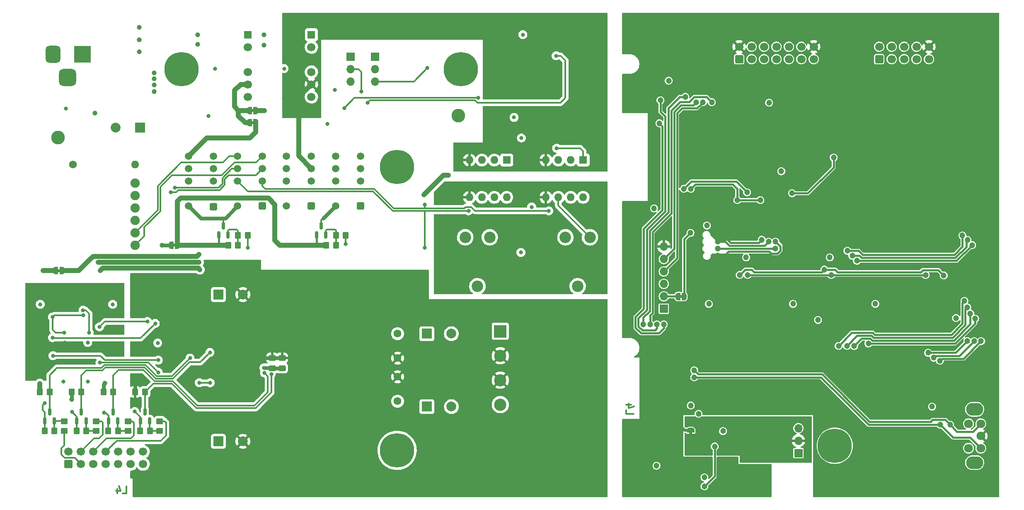
<source format=gbl>
G04 #@! TF.GenerationSoftware,KiCad,Pcbnew,6.0.4-1.fc35*
G04 #@! TF.CreationDate,2022-04-14T23:25:06+02:00*
G04 #@! TF.ProjectId,office_amp,6f666669-6365-45f6-916d-702e6b696361,rev?*
G04 #@! TF.SameCoordinates,Original*
G04 #@! TF.FileFunction,Copper,L4,Bot*
G04 #@! TF.FilePolarity,Positive*
%FSLAX46Y46*%
G04 Gerber Fmt 4.6, Leading zero omitted, Abs format (unit mm)*
G04 Created by KiCad (PCBNEW 6.0.4-1.fc35) date 2022-04-14 23:25:06*
%MOMM*%
%LPD*%
G01*
G04 APERTURE LIST*
G04 Aperture macros list*
%AMRoundRect*
0 Rectangle with rounded corners*
0 $1 Rounding radius*
0 $2 $3 $4 $5 $6 $7 $8 $9 X,Y pos of 4 corners*
0 Add a 4 corners polygon primitive as box body*
4,1,4,$2,$3,$4,$5,$6,$7,$8,$9,$2,$3,0*
0 Add four circle primitives for the rounded corners*
1,1,$1+$1,$2,$3*
1,1,$1+$1,$4,$5*
1,1,$1+$1,$6,$7*
1,1,$1+$1,$8,$9*
0 Add four rect primitives between the rounded corners*
20,1,$1+$1,$2,$3,$4,$5,0*
20,1,$1+$1,$4,$5,$6,$7,0*
20,1,$1+$1,$6,$7,$8,$9,0*
20,1,$1+$1,$8,$9,$2,$3,0*%
%AMFreePoly0*
4,1,20,0.000000,0.744959,0.073905,0.744508,0.209726,0.703889,0.328688,0.626782,0.421226,0.519385,0.479903,0.390333,0.500000,0.250000,0.500000,-0.250000,0.499851,-0.262216,0.476331,-0.402017,0.414519,-0.529596,0.319384,-0.634700,0.198574,-0.708877,0.061801,-0.746166,0.000000,-0.745033,0.000000,-0.750000,-0.500000,-0.750000,-0.500000,0.750000,0.000000,0.750000,0.000000,0.744959,
0.000000,0.744959,$1*%
%AMFreePoly1*
4,1,22,0.500000,-0.750000,0.000000,-0.750000,0.000000,-0.745033,-0.079941,-0.743568,-0.215256,-0.701293,-0.333266,-0.622738,-0.424486,-0.514219,-0.481581,-0.384460,-0.499164,-0.250000,-0.500000,-0.250000,-0.500000,0.250000,-0.499164,0.250000,-0.499963,0.256109,-0.478152,0.396186,-0.417904,0.524511,-0.324060,0.630769,-0.204165,0.706417,-0.067858,0.745374,0.000000,0.744959,0.000000,0.750000,
0.500000,0.750000,0.500000,-0.750000,0.500000,-0.750000,$1*%
G04 Aperture macros list end*
%ADD10C,0.300000*%
G04 #@! TA.AperFunction,NonConductor*
%ADD11C,0.300000*%
G04 #@! TD*
G04 #@! TA.AperFunction,SMDPad,CuDef*
%ADD12FreePoly0,180.000000*%
G04 #@! TD*
G04 #@! TA.AperFunction,SMDPad,CuDef*
%ADD13FreePoly1,180.000000*%
G04 #@! TD*
G04 #@! TA.AperFunction,SMDPad,CuDef*
%ADD14FreePoly0,270.000000*%
G04 #@! TD*
G04 #@! TA.AperFunction,SMDPad,CuDef*
%ADD15FreePoly1,270.000000*%
G04 #@! TD*
G04 #@! TA.AperFunction,ComponentPad*
%ADD16O,1.700000X1.700000*%
G04 #@! TD*
G04 #@! TA.AperFunction,ComponentPad*
%ADD17R,1.700000X1.700000*%
G04 #@! TD*
G04 #@! TA.AperFunction,ComponentPad*
%ADD18C,1.800000*%
G04 #@! TD*
G04 #@! TA.AperFunction,WasherPad*
%ADD19O,3.500000X2.600000*%
G04 #@! TD*
G04 #@! TA.AperFunction,ComponentPad*
%ADD20C,7.000000*%
G04 #@! TD*
G04 #@! TA.AperFunction,ComponentPad*
%ADD21C,1.700000*%
G04 #@! TD*
G04 #@! TA.AperFunction,ComponentPad*
%ADD22RoundRect,0.250000X0.600000X-0.600000X0.600000X0.600000X-0.600000X0.600000X-0.600000X-0.600000X0*%
G04 #@! TD*
G04 #@! TA.AperFunction,ComponentPad*
%ADD23R,3.500000X3.500000*%
G04 #@! TD*
G04 #@! TA.AperFunction,ComponentPad*
%ADD24RoundRect,0.750000X-0.750000X-1.000000X0.750000X-1.000000X0.750000X1.000000X-0.750000X1.000000X0*%
G04 #@! TD*
G04 #@! TA.AperFunction,ComponentPad*
%ADD25RoundRect,0.875000X-0.875000X-0.875000X0.875000X-0.875000X0.875000X0.875000X-0.875000X0.875000X0*%
G04 #@! TD*
G04 #@! TA.AperFunction,ComponentPad*
%ADD26R,1.600000X1.600000*%
G04 #@! TD*
G04 #@! TA.AperFunction,ComponentPad*
%ADD27C,1.900000*%
G04 #@! TD*
G04 #@! TA.AperFunction,ComponentPad*
%ADD28R,2.000000X2.000000*%
G04 #@! TD*
G04 #@! TA.AperFunction,ComponentPad*
%ADD29C,2.000000*%
G04 #@! TD*
G04 #@! TA.AperFunction,ComponentPad*
%ADD30RoundRect,0.250500X0.499500X0.499500X-0.499500X0.499500X-0.499500X-0.499500X0.499500X-0.499500X0*%
G04 #@! TD*
G04 #@! TA.AperFunction,ComponentPad*
%ADD31C,1.500000*%
G04 #@! TD*
G04 #@! TA.AperFunction,ComponentPad*
%ADD32C,2.340000*%
G04 #@! TD*
G04 #@! TA.AperFunction,ComponentPad*
%ADD33O,1.600000X1.600000*%
G04 #@! TD*
G04 #@! TA.AperFunction,ComponentPad*
%ADD34C,1.600000*%
G04 #@! TD*
G04 #@! TA.AperFunction,ComponentPad*
%ADD35C,0.600000*%
G04 #@! TD*
G04 #@! TA.AperFunction,SMDPad,CuDef*
%ADD36R,3.200000X7.100000*%
G04 #@! TD*
G04 #@! TA.AperFunction,ComponentPad*
%ADD37R,2.500000X2.500000*%
G04 #@! TD*
G04 #@! TA.AperFunction,ComponentPad*
%ADD38C,2.500000*%
G04 #@! TD*
G04 #@! TA.AperFunction,ComponentPad*
%ADD39C,2.800000*%
G04 #@! TD*
G04 #@! TA.AperFunction,SMDPad,CuDef*
%ADD40RoundRect,0.250000X0.475000X-0.337500X0.475000X0.337500X-0.475000X0.337500X-0.475000X-0.337500X0*%
G04 #@! TD*
G04 #@! TA.AperFunction,SMDPad,CuDef*
%ADD41RoundRect,0.250000X0.350000X0.450000X-0.350000X0.450000X-0.350000X-0.450000X0.350000X-0.450000X0*%
G04 #@! TD*
G04 #@! TA.AperFunction,SMDPad,CuDef*
%ADD42RoundRect,0.250000X-0.350000X-0.450000X0.350000X-0.450000X0.350000X0.450000X-0.350000X0.450000X0*%
G04 #@! TD*
G04 #@! TA.AperFunction,SMDPad,CuDef*
%ADD43RoundRect,0.250000X-0.450000X0.350000X-0.450000X-0.350000X0.450000X-0.350000X0.450000X0.350000X0*%
G04 #@! TD*
G04 #@! TA.AperFunction,SMDPad,CuDef*
%ADD44FreePoly1,0.000000*%
G04 #@! TD*
G04 #@! TA.AperFunction,SMDPad,CuDef*
%ADD45FreePoly0,0.000000*%
G04 #@! TD*
G04 #@! TA.AperFunction,SMDPad,CuDef*
%ADD46RoundRect,0.150000X0.150000X-0.587500X0.150000X0.587500X-0.150000X0.587500X-0.150000X-0.587500X0*%
G04 #@! TD*
G04 #@! TA.AperFunction,SMDPad,CuDef*
%ADD47RoundRect,0.250000X0.450000X-0.350000X0.450000X0.350000X-0.450000X0.350000X-0.450000X-0.350000X0*%
G04 #@! TD*
G04 #@! TA.AperFunction,ViaPad*
%ADD48C,1.200000*%
G04 #@! TD*
G04 #@! TA.AperFunction,ViaPad*
%ADD49C,1.000000*%
G04 #@! TD*
G04 #@! TA.AperFunction,ViaPad*
%ADD50C,0.800000*%
G04 #@! TD*
G04 #@! TA.AperFunction,Conductor*
%ADD51C,0.400000*%
G04 #@! TD*
G04 #@! TA.AperFunction,Conductor*
%ADD52C,0.600000*%
G04 #@! TD*
G04 #@! TA.AperFunction,Conductor*
%ADD53C,0.800000*%
G04 #@! TD*
G04 #@! TA.AperFunction,Conductor*
%ADD54C,0.300000*%
G04 #@! TD*
G04 #@! TA.AperFunction,Conductor*
%ADD55C,1.000000*%
G04 #@! TD*
G04 APERTURE END LIST*
D10*
D11*
X213321428Y-139750000D02*
X213321428Y-140464285D01*
X214821428Y-140464285D01*
X214321428Y-138607142D02*
X213321428Y-138607142D01*
X214892857Y-138964285D02*
X213821428Y-139321428D01*
X213821428Y-138392857D01*
D10*
D11*
X110450000Y-156778571D02*
X111164285Y-156778571D01*
X111164285Y-155278571D01*
X109307142Y-155778571D02*
X109307142Y-156778571D01*
X109664285Y-155207142D02*
X110021428Y-156278571D01*
X109092857Y-156278571D01*
G36*
X224750000Y-116800000D02*
G01*
X224250000Y-116800000D01*
X224250000Y-116200000D01*
X224750000Y-116200000D01*
X224750000Y-116800000D01*
G37*
G36*
X226800000Y-144725000D02*
G01*
X226200000Y-144725000D01*
X226200000Y-144225000D01*
X226800000Y-144225000D01*
X226800000Y-144725000D01*
G37*
G36*
X97650000Y-111500000D02*
G01*
X97150000Y-111500000D01*
X97150000Y-110900000D01*
X97650000Y-110900000D01*
X97650000Y-111500000D01*
G37*
G36*
X137250000Y-81300000D02*
G01*
X136750000Y-81300000D01*
X136750000Y-80700000D01*
X137250000Y-80700000D01*
X137250000Y-81300000D01*
G37*
G36*
X121250000Y-106300000D02*
G01*
X120750000Y-106300000D01*
X120750000Y-105700000D01*
X121250000Y-105700000D01*
X121250000Y-106300000D01*
G37*
G36*
X137250000Y-78800000D02*
G01*
X136750000Y-78800000D01*
X136750000Y-78200000D01*
X137250000Y-78200000D01*
X137250000Y-78800000D01*
G37*
D12*
X223850000Y-116500000D03*
D13*
X225150000Y-116500000D03*
D14*
X226500000Y-145125000D03*
D15*
X226500000Y-143825000D03*
D16*
X221000000Y-106300000D03*
X221000000Y-108840000D03*
X221000000Y-111380000D03*
X221000000Y-113920000D03*
X221000000Y-116460000D03*
D17*
X221000000Y-119000000D03*
D16*
X248500000Y-143420000D03*
X248500000Y-145960000D03*
D17*
X248500000Y-148500000D03*
D18*
X285750000Y-145000000D03*
X285750000Y-142500000D03*
X285750000Y-147500000D03*
X283250000Y-147500000D03*
X283250000Y-142500000D03*
D19*
X284500000Y-150450000D03*
X284500000Y-139550000D03*
D20*
X255930588Y-147000000D03*
D21*
X251620000Y-65460000D03*
X251620000Y-68000000D03*
X249080000Y-65460000D03*
X249080000Y-68000000D03*
X246540000Y-65460000D03*
X246540000Y-68000000D03*
X244000000Y-65460000D03*
X244000000Y-68000000D03*
X241460000Y-65460000D03*
X241460000Y-68000000D03*
X238920000Y-65460000D03*
X238920000Y-68000000D03*
X236380000Y-65460000D03*
D22*
X236380000Y-68000000D03*
D21*
X275160000Y-65460000D03*
X275160000Y-68000000D03*
X272620000Y-65460000D03*
X272620000Y-68000000D03*
X270080000Y-65460000D03*
X270080000Y-68000000D03*
X267540000Y-65460000D03*
X267540000Y-68000000D03*
X265000000Y-65460000D03*
D22*
X265000000Y-68000000D03*
D23*
X102200000Y-67000000D03*
D24*
X96200000Y-67000000D03*
D25*
X99200000Y-71700000D03*
D26*
X149000000Y-63000000D03*
D21*
X149000000Y-65540000D03*
X149000000Y-70620000D03*
X149000000Y-73160000D03*
X149000000Y-75700000D03*
D27*
X113000000Y-106000000D03*
X113000000Y-103460000D03*
X113000000Y-100920000D03*
X113000000Y-98380000D03*
X113000000Y-95840000D03*
X113000000Y-93300000D03*
D28*
X130000000Y-146100000D03*
D29*
X135000000Y-146100000D03*
D22*
X99380000Y-150752500D03*
D21*
X99380000Y-148212500D03*
X101920000Y-150752500D03*
X101920000Y-148212500D03*
X104460000Y-150752500D03*
X104460000Y-148212500D03*
X107000000Y-150752500D03*
X107000000Y-148212500D03*
X109540000Y-150752500D03*
X109540000Y-148212500D03*
X112080000Y-150752500D03*
X112080000Y-148212500D03*
X114620000Y-150752500D03*
X114620000Y-148212500D03*
D30*
X159000000Y-98000000D03*
D31*
X159000000Y-92920000D03*
X159000000Y-90380000D03*
X159000000Y-87840000D03*
X153920000Y-87840000D03*
X153920000Y-90380000D03*
X153920000Y-92920000D03*
X153920000Y-98000000D03*
D30*
X139000000Y-98000000D03*
D31*
X139000000Y-92920000D03*
X139000000Y-90380000D03*
X139000000Y-87840000D03*
X133920000Y-87840000D03*
X133920000Y-90380000D03*
X133920000Y-92920000D03*
X133920000Y-98000000D03*
D32*
X200900000Y-104400000D03*
X203400000Y-114400000D03*
X205900000Y-104400000D03*
X180425000Y-104400000D03*
X182925000Y-114400000D03*
X185425000Y-104400000D03*
D26*
X136000000Y-63000000D03*
D21*
X136000000Y-65540000D03*
X136000000Y-70620000D03*
X136000000Y-73160000D03*
X136000000Y-75700000D03*
D26*
X188900000Y-88600000D03*
D33*
X186360000Y-88600000D03*
X183820000Y-88600000D03*
X181280000Y-88600000D03*
X181280000Y-96220000D03*
X183820000Y-96220000D03*
X186360000Y-96220000D03*
X188900000Y-96220000D03*
D28*
X114000000Y-82000000D03*
D29*
X109000000Y-82000000D03*
D26*
X204520000Y-88600000D03*
D33*
X201980000Y-88600000D03*
X199440000Y-88600000D03*
X196900000Y-88600000D03*
X196900000Y-96220000D03*
X199440000Y-96220000D03*
X201980000Y-96220000D03*
X204520000Y-96220000D03*
D17*
X157000000Y-67475000D03*
D16*
X157000000Y-70015000D03*
X157000000Y-72555000D03*
D34*
X166600000Y-124100000D03*
X166600000Y-129100000D03*
D35*
X133000000Y-133050000D03*
X134300000Y-130450000D03*
X133000000Y-134350000D03*
X133000000Y-127850000D03*
X134300000Y-134350000D03*
X134300000Y-129150000D03*
X131700000Y-131750000D03*
X133000000Y-129150000D03*
X134300000Y-131750000D03*
X134300000Y-133050000D03*
X133000000Y-130450000D03*
X133000000Y-131750000D03*
X131700000Y-129150000D03*
X131700000Y-134350000D03*
X134300000Y-127850000D03*
X131700000Y-127850000D03*
D36*
X133000000Y-131100000D03*
D35*
X131700000Y-130450000D03*
X131700000Y-133050000D03*
D37*
X187600000Y-123600000D03*
D38*
X187600000Y-128600000D03*
X187600000Y-133600000D03*
X187600000Y-138600000D03*
D28*
X172600000Y-139000000D03*
D29*
X177600000Y-139000000D03*
D34*
X166600000Y-132900000D03*
X166600000Y-137900000D03*
D28*
X172600000Y-124100000D03*
D29*
X177600000Y-124100000D03*
D28*
X130000000Y-116100000D03*
D29*
X135000000Y-116100000D03*
D30*
X129000000Y-98180000D03*
D31*
X129000000Y-92920000D03*
X129000000Y-90380000D03*
X129000000Y-87840000D03*
X123920000Y-87840000D03*
X123920000Y-90380000D03*
X123920000Y-92920000D03*
X123920000Y-98000000D03*
D17*
X162000000Y-67475000D03*
D16*
X162000000Y-70015000D03*
X162000000Y-72555000D03*
D30*
X149000000Y-98000000D03*
D31*
X149000000Y-92920000D03*
X149000000Y-90380000D03*
X149000000Y-87840000D03*
X143920000Y-87840000D03*
X143920000Y-90380000D03*
X143920000Y-92920000D03*
X143920000Y-98000000D03*
D20*
X179500000Y-70050000D03*
X166500000Y-147950000D03*
D39*
X97250000Y-84000000D03*
D34*
X100300000Y-89500000D03*
D33*
X113000000Y-89500000D03*
D20*
X166500000Y-90000000D03*
D39*
X179000000Y-79500000D03*
D20*
X122500000Y-70050000D03*
D40*
X141000000Y-131137500D03*
X141000000Y-129062500D03*
D41*
X115000000Y-136000000D03*
X113000000Y-136000000D03*
X108500000Y-136000000D03*
X106500000Y-136000000D03*
X102000000Y-136000000D03*
X100000000Y-136000000D03*
D42*
X93500000Y-136000000D03*
X95500000Y-136000000D03*
D40*
X143000000Y-131137500D03*
X143000000Y-129062500D03*
D42*
X132000000Y-106000000D03*
X134000000Y-106000000D03*
X94500000Y-144000000D03*
X96500000Y-144000000D03*
D41*
X116000000Y-144000000D03*
X114000000Y-144000000D03*
X136000000Y-104000000D03*
X134000000Y-104000000D03*
X156000000Y-104000000D03*
X154000000Y-104000000D03*
D43*
X105000000Y-142000000D03*
X105000000Y-144000000D03*
X111500000Y-142000000D03*
X111500000Y-144000000D03*
X118000000Y-142000000D03*
X118000000Y-144000000D03*
D44*
X96750000Y-111200000D03*
D45*
X98050000Y-111200000D03*
D46*
X151950000Y-103937500D03*
X150050000Y-103937500D03*
X151000000Y-102062500D03*
D13*
X137650000Y-81000000D03*
D12*
X136350000Y-81000000D03*
D41*
X103000000Y-144000000D03*
X101000000Y-144000000D03*
D47*
X98500000Y-144000000D03*
X98500000Y-142000000D03*
D46*
X115950000Y-141937500D03*
X114050000Y-141937500D03*
X115000000Y-140062500D03*
D42*
X152000000Y-106000000D03*
X154000000Y-106000000D03*
D13*
X121650000Y-106000000D03*
D12*
X120350000Y-106000000D03*
D46*
X131950000Y-103937500D03*
X130050000Y-103937500D03*
X131000000Y-102062500D03*
X102950000Y-141937500D03*
X101050000Y-141937500D03*
X102000000Y-140062500D03*
D13*
X137650000Y-78500000D03*
D12*
X136350000Y-78500000D03*
D46*
X109450000Y-141937500D03*
X107550000Y-141937500D03*
X108500000Y-140062500D03*
D41*
X109500000Y-144000000D03*
X107500000Y-144000000D03*
D46*
X96450000Y-141937500D03*
X94550000Y-141937500D03*
X95500000Y-140062500D03*
D48*
X284600000Y-121039730D03*
X262800000Y-126100000D03*
X283600500Y-119969109D03*
X259893246Y-126606754D03*
X258400000Y-126600000D03*
X283000980Y-118704523D03*
X220100000Y-81100000D03*
X220998560Y-122200000D03*
X216800051Y-122200000D03*
X225400000Y-75700000D03*
X230800000Y-76800000D03*
X218199554Y-122200000D03*
X226449020Y-103500000D03*
X275000000Y-128000000D03*
X283000000Y-125600000D03*
X284399363Y-125619787D03*
X276146517Y-128999500D03*
X279500000Y-142700000D03*
X227206754Y-131593246D03*
X227200000Y-133000000D03*
X277500000Y-142700000D03*
X260445500Y-109180679D03*
X284000000Y-106000000D03*
X283063782Y-104959758D03*
X259493502Y-108154859D03*
X258503904Y-107165261D03*
X282012933Y-104035462D03*
X227600000Y-76800000D03*
X228999503Y-76800000D03*
X226506505Y-94507002D03*
X240700000Y-96800000D03*
X255200000Y-112100000D03*
X236000000Y-96800000D03*
X274500000Y-112100000D03*
X238100000Y-112100000D03*
X278200000Y-112200000D03*
X236500000Y-112100000D03*
X253800000Y-111000000D03*
X238000000Y-95200000D03*
X225100000Y-94500000D03*
X255700000Y-88100000D03*
X247200000Y-95400000D03*
X232000000Y-103900994D03*
X241000000Y-104900000D03*
X231992998Y-105307499D03*
X242400497Y-105300000D03*
X231999659Y-108106479D03*
X243800000Y-105300000D03*
X256700000Y-126600000D03*
X282401460Y-117400000D03*
X232001215Y-106706977D03*
X243800000Y-106700000D03*
X229300000Y-155300000D03*
X231400000Y-147149500D03*
X229900000Y-141875000D03*
X241000000Y-146000000D03*
X242500000Y-76900000D03*
X220300000Y-76400000D03*
X219599057Y-122200000D03*
X277390910Y-129639885D03*
X285817303Y-125615354D03*
X224426771Y-138802921D03*
X250600000Y-79900000D03*
X230900000Y-94900000D03*
X278000000Y-102000000D03*
X259000000Y-102000000D03*
X247300000Y-120000000D03*
X266000000Y-102000000D03*
X233000000Y-149800000D03*
X221000000Y-103700000D03*
X217500000Y-145974500D03*
X273000000Y-102000000D03*
X227600000Y-87100000D03*
X249100000Y-89000000D03*
X230300000Y-120000000D03*
X246900000Y-75200000D03*
X264300000Y-120000000D03*
X245000000Y-90900000D03*
X219500000Y-151075000D03*
X222000000Y-72400000D03*
X252500000Y-121300000D03*
X230200000Y-118000000D03*
X229800000Y-102000000D03*
X226500000Y-138775000D03*
X229300000Y-153475000D03*
X233100000Y-144000000D03*
X228100000Y-140475000D03*
X219000000Y-98500000D03*
X247400000Y-118000000D03*
X264200000Y-118000000D03*
X280700000Y-120900000D03*
X275800000Y-139000000D03*
X254900000Y-108500000D03*
X237800000Y-108500000D03*
D49*
X125800000Y-65000000D03*
X100000000Y-137500000D03*
X139300000Y-65100000D03*
X122600000Y-126000000D03*
X106800000Y-134200000D03*
X118500000Y-106000000D03*
X120399500Y-136600000D03*
D50*
X94500000Y-138300000D03*
D49*
X113000000Y-134500000D03*
D50*
X98800000Y-78100000D03*
X139300000Y-131100000D03*
D49*
X116900000Y-74600000D03*
X116900000Y-70800000D03*
X113800000Y-66500000D03*
X116900000Y-73300000D03*
X116900000Y-72000000D03*
X125800000Y-63000000D03*
X113800000Y-61500000D03*
X104800000Y-79000000D03*
X113800000Y-64000000D03*
X139300000Y-63000000D03*
D50*
X191800000Y-107500000D03*
X126000000Y-109500000D03*
X128000000Y-79600000D03*
X103300000Y-125900000D03*
X108400000Y-118100000D03*
X105400000Y-109500000D03*
X190400000Y-79900000D03*
X191900000Y-84100000D03*
X153750000Y-74250000D03*
X143362500Y-76037500D03*
X96100000Y-124900000D03*
X121100000Y-94300000D03*
X117100000Y-122000000D03*
X120300000Y-95200000D03*
X115500000Y-121600000D03*
X105700000Y-122700000D03*
X126200000Y-111000000D03*
X93600000Y-118100000D03*
X177000000Y-91700000D03*
X172000000Y-95700000D03*
X129337500Y-69962500D03*
X105900000Y-111200000D03*
X194000000Y-98200000D03*
X98300000Y-133900000D03*
X103300000Y-133900000D03*
X191900000Y-94200000D03*
X93600000Y-116000000D03*
X139400000Y-78500000D03*
X117600000Y-126000000D03*
X103700000Y-109000000D03*
X98600000Y-125900000D03*
X126000000Y-107900000D03*
X193900000Y-107600000D03*
X108400000Y-116000000D03*
X143425000Y-69925000D03*
X152250000Y-81250000D03*
X192200000Y-63000000D03*
X199100000Y-86200000D03*
X128300000Y-134124500D03*
X126100000Y-134100000D03*
X160500000Y-76900000D03*
X199000000Y-67300000D03*
X155700000Y-78000000D03*
X183100000Y-75900000D03*
X172700000Y-69800000D03*
X128270023Y-127929977D03*
X139410377Y-132099500D03*
X140800000Y-132324500D03*
X124200000Y-129100000D03*
X172200000Y-106500000D03*
X181100000Y-99000000D03*
X197500000Y-99000000D03*
X172200000Y-97700000D03*
X159200000Y-74600000D03*
X105800000Y-129999500D03*
X117700000Y-132000000D03*
X194037500Y-78362500D03*
X191272536Y-63827464D03*
X194100000Y-82900000D03*
X112900000Y-140000000D03*
X93500000Y-134300000D03*
X106600000Y-140200000D03*
X100100000Y-140100000D03*
X103600000Y-123900000D03*
X102349500Y-119300000D03*
X98500000Y-123900000D03*
X96100000Y-120700000D03*
X94200000Y-111200000D03*
X102400000Y-120300000D03*
X96200000Y-128600000D03*
X117700000Y-129500000D03*
X156000000Y-105800000D03*
X136000000Y-106562355D03*
D51*
X284600000Y-121039730D02*
X284600000Y-122000000D01*
X280500000Y-126100000D02*
X262800000Y-126100000D01*
X284600000Y-122000000D02*
X280500000Y-126100000D01*
X283600500Y-119969109D02*
X283600500Y-122151650D01*
X263614003Y-125500480D02*
X263214012Y-125100489D01*
X263214012Y-125100489D02*
X261399511Y-125100489D01*
X283600500Y-122151650D02*
X280251670Y-125500480D01*
X261399511Y-125100489D02*
X259893246Y-126606754D01*
X280251670Y-125500480D02*
X263614003Y-125500480D01*
X260499031Y-124500969D02*
X263462341Y-124500969D01*
X282600989Y-122303311D02*
X282600989Y-119104514D01*
X280003340Y-124900960D02*
X282600989Y-122303311D01*
X263862332Y-124900960D02*
X280003340Y-124900960D01*
X263462341Y-124500969D02*
X263862332Y-124900960D01*
X258400000Y-126600000D02*
X260499031Y-124500969D01*
X282600989Y-119104514D02*
X283000980Y-118704523D01*
X215201020Y-122862342D02*
X216338678Y-124000000D01*
X216900960Y-102605260D02*
X216900960Y-119003340D01*
X220000000Y-124000000D02*
X220998560Y-123001440D01*
X216900960Y-119003340D02*
X215201020Y-120703281D01*
X216338678Y-124000000D02*
X220000000Y-124000000D01*
X220998560Y-123001440D02*
X220998560Y-122200000D01*
X220701920Y-98802380D02*
X216900000Y-102604300D01*
X215201020Y-120703281D02*
X215201020Y-122862342D01*
X216900000Y-102604300D02*
X216900960Y-102605260D01*
X220701920Y-81701920D02*
X220701920Y-98802380D01*
X220100000Y-81100000D02*
X220701920Y-81701920D01*
X219200000Y-123400000D02*
X216586528Y-123400000D01*
X215800540Y-122614012D02*
X215800540Y-120951610D01*
X219599057Y-122200000D02*
X219599057Y-123000943D01*
X217500480Y-119251670D02*
X217500480Y-102851670D01*
X225400000Y-75700000D02*
X224200000Y-75700000D01*
X224200000Y-75700000D02*
X221900960Y-77999040D01*
X221900960Y-77999040D02*
X221900960Y-99299040D01*
X218100000Y-119500000D02*
X216800051Y-120799949D01*
X221900960Y-99299040D02*
X218100000Y-103100000D01*
X218100000Y-103100000D02*
X218100000Y-119500000D01*
X216800051Y-120799949D02*
X216800051Y-122200000D01*
X218199554Y-120300446D02*
X218699520Y-119800480D01*
X218699520Y-103348330D02*
X222500480Y-99547370D01*
X222500480Y-99547370D02*
X222500480Y-78551670D01*
X224352150Y-76700000D02*
X226200000Y-76700000D01*
X226200000Y-76700000D02*
X227200000Y-75700000D01*
X222500480Y-78551670D02*
X224352150Y-76700000D01*
X229700000Y-75700000D02*
X230800000Y-76800000D01*
X218699520Y-119800480D02*
X218699520Y-103348330D01*
X227200000Y-75700000D02*
X229700000Y-75700000D01*
X218199554Y-122200000D02*
X218199554Y-120300446D01*
X225150000Y-104799020D02*
X225150000Y-116500000D01*
X226449020Y-103500000D02*
X225150000Y-104799020D01*
X283000000Y-125600000D02*
X280600000Y-128000000D01*
X280600000Y-128000000D02*
X275000000Y-128000000D01*
X281419630Y-128599520D02*
X284399363Y-125619787D01*
X276546497Y-128599520D02*
X281419630Y-128599520D01*
X276146517Y-128999500D02*
X276546497Y-128599520D01*
X275499520Y-142100480D02*
X263048329Y-142100480D01*
X280900000Y-144100000D02*
X284150000Y-144100000D01*
X253348329Y-132400480D02*
X249400000Y-132400480D01*
X249400000Y-132400480D02*
X228013988Y-132400480D01*
X275900000Y-141700000D02*
X275499520Y-142100480D01*
X279500000Y-142700000D02*
X278500000Y-141700000D01*
X263048329Y-142100480D02*
X253348329Y-132400480D01*
X278500000Y-141700000D02*
X275900000Y-141700000D01*
X228013988Y-132400480D02*
X227206754Y-131593246D01*
X279500000Y-142700000D02*
X280900000Y-144100000D01*
X284150000Y-144100000D02*
X285750000Y-142500000D01*
X262800000Y-142700000D02*
X257400000Y-137300000D01*
X257400000Y-137300000D02*
X253300000Y-133200000D01*
X253300000Y-133200000D02*
X253100000Y-133000000D01*
X277500000Y-142700000D02*
X263000000Y-142700000D01*
X253100000Y-133000000D02*
X227200000Y-133000000D01*
X263000000Y-142700000D02*
X262800000Y-142700000D01*
X277500000Y-142700000D02*
X280100000Y-145300000D01*
X283550000Y-145300000D02*
X285750000Y-147500000D01*
X280100000Y-145300000D02*
X283550000Y-145300000D01*
X280819321Y-109180679D02*
X284000000Y-106000000D01*
X260445500Y-109180679D02*
X280819321Y-109180679D01*
X280570991Y-108581159D02*
X261381159Y-108581159D01*
X261381159Y-108581159D02*
X260954859Y-108154859D01*
X282800000Y-105223540D02*
X282800000Y-106352150D01*
X283063782Y-104959758D02*
X282800000Y-105223540D01*
X260954859Y-108154859D02*
X259493502Y-108154859D01*
X282800000Y-106352150D02*
X280570991Y-108581159D01*
X261629489Y-107981639D02*
X280322661Y-107981639D01*
X258503904Y-107165261D02*
X258513817Y-107155348D01*
X282012933Y-106291367D02*
X282012933Y-104035462D01*
X258513817Y-107155348D02*
X260803198Y-107155348D01*
X260803198Y-107155348D02*
X261629489Y-107981639D01*
X280322661Y-107981639D02*
X282012933Y-106291367D01*
X223100000Y-106740000D02*
X221000000Y-108840000D01*
X226999520Y-77400480D02*
X224499520Y-77400480D01*
X224499520Y-77400480D02*
X223100000Y-78800000D01*
X227600000Y-76800000D02*
X226999520Y-77400480D01*
X223100000Y-78800000D02*
X223100000Y-106740000D01*
X228599511Y-77214012D02*
X227813523Y-78000000D01*
X223700000Y-108680000D02*
X221000000Y-111380000D01*
X223700000Y-79047850D02*
X223700000Y-108680000D01*
X228999503Y-76800000D02*
X228599511Y-77199992D01*
X227813523Y-78000000D02*
X224747850Y-78000000D01*
X224747850Y-78000000D02*
X223700000Y-79047850D01*
X228599511Y-77199992D02*
X228599511Y-77214012D01*
X223810000Y-116460000D02*
X223850000Y-116500000D01*
X221000000Y-116460000D02*
X223810000Y-116460000D01*
X227413987Y-93599520D02*
X235099520Y-93599520D01*
X235099520Y-93599520D02*
X236000000Y-94500000D01*
X255200000Y-112100000D02*
X274500000Y-112100000D01*
X226506505Y-94507002D02*
X227013987Y-93999520D01*
X238100000Y-112100000D02*
X255200000Y-112100000D01*
X236000000Y-96800000D02*
X240700000Y-96800000D01*
X227013987Y-93999520D02*
X227413987Y-93599520D01*
X236000000Y-94500000D02*
X236000000Y-96800000D01*
X253800000Y-111000000D02*
X253299520Y-111500480D01*
X235800000Y-93000000D02*
X238000000Y-95200000D01*
X277100489Y-111100489D02*
X278200000Y-112200000D01*
X273899991Y-111100489D02*
X277100489Y-111100489D01*
X239000000Y-111000000D02*
X237600000Y-111000000D01*
X253299520Y-111500480D02*
X239500480Y-111500480D01*
X239500480Y-111500480D02*
X239000000Y-111000000D01*
X226600000Y-93000000D02*
X235800000Y-93000000D01*
X253800000Y-111000000D02*
X255999520Y-111000000D01*
X237600000Y-111000000D02*
X236500000Y-112100000D01*
X225100000Y-94500000D02*
X226600000Y-93000000D01*
X255999520Y-111000000D02*
X256500000Y-111500480D01*
X256500000Y-111500480D02*
X273500000Y-111500480D01*
X273500000Y-111500480D02*
X273899991Y-111100489D01*
X255700000Y-90100000D02*
X255700000Y-88100000D01*
X250400000Y-95400000D02*
X255700000Y-90100000D01*
X247200000Y-95400000D02*
X250400000Y-95400000D01*
X234600960Y-105500960D02*
X240399040Y-105500960D01*
X232000000Y-103900994D02*
X233000994Y-103900994D01*
X233000994Y-103900994D02*
X234600960Y-105500960D01*
X240399040Y-105500960D02*
X241000000Y-104900000D01*
X231992998Y-105307499D02*
X233559649Y-105307499D01*
X241600017Y-106100480D02*
X242400497Y-105300000D01*
X234352631Y-106100480D02*
X241600017Y-106100480D01*
X233559649Y-105307499D02*
X234352631Y-106100480D01*
X242899511Y-107699511D02*
X244214012Y-107699511D01*
X231999659Y-108106479D02*
X233393521Y-108106479D01*
X244799511Y-107114012D02*
X244799511Y-106285988D01*
X234200480Y-107299520D02*
X242499520Y-107299520D01*
X233393521Y-108106479D02*
X234200480Y-107299520D01*
X242499520Y-107299520D02*
X242899511Y-107699511D01*
X243813523Y-105300000D02*
X243800000Y-105300000D01*
X244214012Y-107699511D02*
X244799511Y-107114012D01*
X244799511Y-106285988D02*
X243813523Y-105300000D01*
X282001469Y-122054981D02*
X282001469Y-117799991D01*
X282001469Y-117799991D02*
X282401460Y-117400000D01*
X264110662Y-124301440D02*
X279755010Y-124301440D01*
X281928225Y-122128225D02*
X282001469Y-122054981D01*
X256700000Y-126600000D02*
X259398551Y-123901449D01*
X279755010Y-124301440D02*
X281928225Y-122128225D01*
X259398551Y-123901449D02*
X263710671Y-123901449D01*
X263710671Y-123901449D02*
X264110662Y-124301440D01*
X231400000Y-153200000D02*
X231400000Y-147149500D01*
X229300000Y-155300000D02*
X231400000Y-153200000D01*
D52*
X229900000Y-144275000D02*
X229900000Y-141875000D01*
X229050000Y-145125000D02*
X229900000Y-144275000D01*
X226500000Y-145125000D02*
X229050000Y-145125000D01*
X224426771Y-143001771D02*
X224426771Y-138802921D01*
X226500000Y-143825000D02*
X225250000Y-143825000D01*
X225250000Y-143825000D02*
X224426771Y-143001771D01*
D51*
X221301440Y-99050710D02*
X221301440Y-79701440D01*
X220352150Y-78752150D02*
X220300000Y-78752150D01*
X215800540Y-120951610D02*
X217500480Y-119251670D01*
X219599057Y-123000943D02*
X219200000Y-123400000D01*
X220300000Y-78752150D02*
X220300000Y-76400000D01*
X216586528Y-123400000D02*
X215800540Y-122614012D01*
X217500480Y-102851670D02*
X221301440Y-99050710D01*
X221301440Y-79701440D02*
X220352150Y-78752150D01*
X282233617Y-129199040D02*
X285817303Y-125615354D01*
X277831755Y-129199040D02*
X282233617Y-129199040D01*
X277390910Y-129639885D02*
X277831755Y-129199040D01*
X243800000Y-106700000D02*
X232008192Y-106700000D01*
X232008192Y-106700000D02*
X232001215Y-106706977D01*
D53*
X106500000Y-136000000D02*
X106500000Y-134500000D01*
D54*
X94100000Y-138700000D02*
X94500000Y-138300000D01*
D53*
X134387500Y-129062500D02*
X134300000Y-129150000D01*
X106500000Y-134500000D02*
X106800000Y-134200000D01*
D54*
X94550000Y-141937500D02*
X94550000Y-140150000D01*
D53*
X141000000Y-129062500D02*
X134387500Y-129062500D01*
D54*
X94100000Y-139700000D02*
X94100000Y-138700000D01*
D53*
X141000000Y-129062500D02*
X143000000Y-129062500D01*
D54*
X94500000Y-144000000D02*
X94500000Y-141987500D01*
X94500000Y-141987500D02*
X94550000Y-141937500D01*
D53*
X113000000Y-136000000D02*
X113000000Y-134500000D01*
X120350000Y-106000000D02*
X118500000Y-106000000D01*
X100000000Y-136000000D02*
X100000000Y-137500000D01*
D54*
X94550000Y-140150000D02*
X94100000Y-139700000D01*
D53*
X139300000Y-131100000D02*
X140962500Y-131100000D01*
X141000000Y-131137500D02*
X143000000Y-131137500D01*
X140962500Y-131100000D02*
X141000000Y-131137500D01*
D55*
X126000000Y-109500000D02*
X105400000Y-109500000D01*
D54*
X117100000Y-122000000D02*
X114100000Y-125000000D01*
X130800000Y-93500000D02*
X130000000Y-94300000D01*
X130800000Y-92306428D02*
X130800000Y-93500000D01*
X130000000Y-94300000D02*
X121100000Y-94300000D01*
X114100000Y-125000000D02*
X96200000Y-125000000D01*
X96200000Y-125000000D02*
X96100000Y-124900000D01*
X132726428Y-90380000D02*
X130800000Y-92306428D01*
X133920000Y-90380000D02*
X132726428Y-90380000D01*
X115500000Y-121600000D02*
X106800000Y-121600000D01*
X121800481Y-94799519D02*
X121400000Y-95200000D01*
X131299520Y-93699520D02*
X131303214Y-93703214D01*
X131303214Y-93703214D02*
X130206909Y-94799519D01*
X130206909Y-94799519D02*
X121800481Y-94799519D01*
X106800000Y-121600000D02*
X105700000Y-122700000D01*
X132112856Y-91700000D02*
X131299520Y-92513336D01*
X137680000Y-91700000D02*
X132112856Y-91700000D01*
X121400000Y-95200000D02*
X120300000Y-95200000D01*
X139000000Y-90380000D02*
X137680000Y-91700000D01*
X131299520Y-92513336D02*
X131299520Y-93699520D01*
D55*
X176000000Y-91700000D02*
X177000000Y-91700000D01*
X106400480Y-110699520D02*
X105900000Y-111200000D01*
X126200000Y-111000000D02*
X125899520Y-110699520D01*
X172000000Y-95700000D02*
X176000000Y-91700000D01*
X125899520Y-110699520D02*
X106400480Y-110699520D01*
X104902663Y-108300000D02*
X104400000Y-108300000D01*
X104400000Y-108300000D02*
X103700000Y-109000000D01*
X126000000Y-107900000D02*
X125599520Y-108300480D01*
X98050000Y-111200000D02*
X101500000Y-111200000D01*
X104903143Y-108300480D02*
X104902663Y-108300000D01*
X137650000Y-78500000D02*
X139400000Y-78500000D01*
X101500000Y-111200000D02*
X103700000Y-109000000D01*
X125599520Y-108300480D02*
X104903143Y-108300480D01*
D54*
X199440000Y-97940000D02*
X199440000Y-96220000D01*
X205900000Y-104400000D02*
X199440000Y-97940000D01*
X204520000Y-86820000D02*
X204520000Y-88600000D01*
X199100000Y-86200000D02*
X203900000Y-86200000D01*
X203900000Y-86200000D02*
X204520000Y-86820000D01*
X128300000Y-134124500D02*
X126124500Y-134124500D01*
X126124500Y-134124500D02*
X126100000Y-134100000D01*
X160500000Y-76900000D02*
X161000480Y-76399520D01*
X199900000Y-76900000D02*
X200900000Y-75900000D01*
X182900000Y-76900000D02*
X199900000Y-76900000D01*
X182399520Y-76399520D02*
X182900000Y-76900000D01*
X200900000Y-75900000D02*
X200900000Y-68300000D01*
X199900000Y-67300000D02*
X199000000Y-67300000D01*
X200900000Y-68300000D02*
X199900000Y-67300000D01*
X161000480Y-76399520D02*
X182399520Y-76399520D01*
X155700000Y-78000000D02*
X157800000Y-75900000D01*
X157800000Y-75900000D02*
X183100000Y-75900000D01*
X162000000Y-72555000D02*
X169945000Y-72555000D01*
X169945000Y-72555000D02*
X172700000Y-69800000D01*
X102000000Y-136000000D02*
X102000000Y-132600000D01*
X126300000Y-129900000D02*
X128270023Y-127929977D01*
X106305929Y-131599519D02*
X106906908Y-130998540D01*
X120706908Y-133299520D02*
X124106428Y-129900000D01*
X102000000Y-140062500D02*
X102000000Y-136000000D01*
X106906908Y-130998540D02*
X114892113Y-130998541D01*
X114892113Y-130998541D02*
X117193093Y-133299520D01*
X117193093Y-133299520D02*
X120706908Y-133299520D01*
X124106428Y-129900000D02*
X126300000Y-129900000D01*
X102000000Y-132600000D02*
X103000480Y-131599520D01*
X103000480Y-131599520D02*
X106305929Y-131599519D01*
X120705466Y-133799038D02*
X125706428Y-138800000D01*
X116986181Y-133799037D02*
X120705466Y-133799038D01*
X108500000Y-140062500D02*
X108500000Y-136000000D01*
X108500000Y-136000000D02*
X108500000Y-132600000D01*
X114685204Y-131498060D02*
X116986181Y-133799037D01*
X125706428Y-138800000D02*
X137400000Y-138800000D01*
X140100000Y-132789123D02*
X139410377Y-132099500D01*
X140100000Y-136100000D02*
X140100000Y-132789123D01*
X108500000Y-132600000D02*
X109601940Y-131498060D01*
X109601940Y-131498060D02*
X114685204Y-131498060D01*
X137400000Y-138800000D02*
X140100000Y-136100000D01*
X137606908Y-139299520D02*
X140800000Y-136106428D01*
X115000000Y-136000000D02*
X116701443Y-134298557D01*
X115000000Y-140062500D02*
X115000000Y-136000000D01*
X140800000Y-136106428D02*
X140800000Y-132324500D01*
X116701443Y-134298557D02*
X120498557Y-134298557D01*
X120498557Y-134298557D02*
X125499520Y-139299520D01*
X125499520Y-139299520D02*
X137606908Y-139299520D01*
X97000000Y-131100000D02*
X95500000Y-132600000D01*
X106099020Y-131100000D02*
X97000000Y-131100000D01*
X117400000Y-132800000D02*
X115099019Y-130499020D01*
X124200000Y-129100000D02*
X120500000Y-132800000D01*
X115099019Y-130499020D02*
X106700000Y-130499020D01*
X95500000Y-132600000D02*
X95500000Y-136000000D01*
X120500000Y-132800000D02*
X117400000Y-132800000D01*
X106700000Y-130499020D02*
X106099020Y-131100000D01*
X95500000Y-136000000D02*
X95500000Y-140062500D01*
X172200000Y-99000000D02*
X172200000Y-106500000D01*
X161599520Y-94999520D02*
X135999520Y-94999520D01*
X172200000Y-99000000D02*
X165600000Y-99000000D01*
X165600000Y-99000000D02*
X161599520Y-94999520D01*
X181100000Y-99000000D02*
X172200000Y-99000000D01*
X135999520Y-94999520D02*
X133920000Y-92920000D01*
X132160000Y-87840000D02*
X133920000Y-87840000D01*
X122400000Y-89100000D02*
X130900000Y-89100000D01*
X130900000Y-89100000D02*
X132160000Y-87840000D01*
X117600000Y-93900000D02*
X122400000Y-89100000D01*
X117600000Y-98860000D02*
X117600000Y-93900000D01*
X113000000Y-103460000D02*
X117600000Y-98860000D01*
X130700000Y-91700000D02*
X133300000Y-89100000D01*
X118099520Y-99066907D02*
X118099520Y-94106908D01*
X118099520Y-94106908D02*
X120506428Y-91700000D01*
X137740000Y-89100000D02*
X139000000Y-87840000D01*
X120506428Y-91700000D02*
X130700000Y-91700000D01*
X114833214Y-104166786D02*
X114833214Y-102333214D01*
X114833214Y-102333214D02*
X118099520Y-99066907D01*
X113000000Y-106000000D02*
X114833214Y-104166786D01*
X133300000Y-89100000D02*
X137740000Y-89100000D01*
X181600000Y-98200000D02*
X180500000Y-98200000D01*
X172200000Y-97700000D02*
X172200000Y-98500000D01*
X139600000Y-94500000D02*
X139000000Y-93900000D01*
X161806427Y-94500000D02*
X139600000Y-94500000D01*
X180199520Y-98500480D02*
X172199520Y-98500480D01*
X172199520Y-98500480D02*
X165806907Y-98500480D01*
X182400000Y-99000000D02*
X181600000Y-98200000D01*
X197500000Y-99000000D02*
X182400000Y-99000000D01*
X139000000Y-93900000D02*
X139000000Y-92920000D01*
X172200000Y-98500000D02*
X172199520Y-98500480D01*
X165806907Y-98500480D02*
X161806427Y-94500000D01*
X180500000Y-98200000D02*
X180199520Y-98500480D01*
D55*
X134540000Y-73160000D02*
X136000000Y-73160000D01*
X133300000Y-74400000D02*
X134540000Y-73160000D01*
X134100000Y-79600000D02*
X135500000Y-81000000D01*
X133300000Y-77700000D02*
X133300000Y-74400000D01*
X136350000Y-78500000D02*
X134100000Y-78500000D01*
X135500000Y-81000000D02*
X136350000Y-81000000D01*
X134100000Y-78500000D02*
X133300000Y-77700000D01*
X134100000Y-78500000D02*
X134100000Y-79600000D01*
D54*
X159200000Y-70600000D02*
X158615000Y-70015000D01*
X158615000Y-70015000D02*
X157000000Y-70015000D01*
X159200000Y-74600000D02*
X159200000Y-70600000D01*
X115699500Y-129999500D02*
X117700000Y-132000000D01*
X105800000Y-129999500D02*
X115699500Y-129999500D01*
D55*
X149000000Y-90380000D02*
X146400000Y-87780000D01*
X146400000Y-87780000D02*
X146400000Y-75760000D01*
X146400000Y-75760000D02*
X149000000Y-73160000D01*
X93500000Y-136000000D02*
X93500000Y-134300000D01*
D54*
X101000000Y-144000000D02*
X101000000Y-141987500D01*
X101000000Y-141987500D02*
X101050000Y-141937500D01*
X103600000Y-120000000D02*
X103600000Y-123900000D01*
X102349500Y-119300000D02*
X102900000Y-119300000D01*
X101050000Y-141050000D02*
X100100000Y-140100000D01*
X114000000Y-144000000D02*
X114000000Y-141987500D01*
X106900000Y-140200000D02*
X106600000Y-140200000D01*
X107500000Y-144000000D02*
X107500000Y-141987500D01*
X107500000Y-141987500D02*
X107550000Y-141937500D01*
X114050000Y-141150000D02*
X112900000Y-140000000D01*
X114050000Y-141937500D02*
X114050000Y-141150000D01*
X107550000Y-140850000D02*
X106900000Y-140200000D01*
X107550000Y-141937500D02*
X107550000Y-140850000D01*
X101050000Y-141937500D02*
X101050000Y-141050000D01*
X114000000Y-141987500D02*
X114050000Y-141937500D01*
X102900000Y-119300000D02*
X103600000Y-120000000D01*
X96100000Y-123300000D02*
X96100000Y-120700000D01*
X98500000Y-123900000D02*
X96700000Y-123900000D01*
D55*
X96750000Y-111200000D02*
X94200000Y-111200000D01*
D54*
X102400000Y-120300000D02*
X96500000Y-120300000D01*
X96500000Y-120300000D02*
X96100000Y-120700000D01*
X96700000Y-123900000D02*
X96100000Y-123300000D01*
X151000000Y-100900000D02*
X151400000Y-100500000D01*
X151000000Y-102062500D02*
X151000000Y-100900000D01*
D53*
X151400000Y-100520000D02*
X153920000Y-98000000D01*
D54*
X106800000Y-129499980D02*
X113600020Y-129499980D01*
X113600040Y-129500000D02*
X113600020Y-129499980D01*
X105900020Y-128600000D02*
X106800000Y-129499980D01*
X117700000Y-129500000D02*
X113600040Y-129500000D01*
X96200000Y-128600000D02*
X105900020Y-128600000D01*
D55*
X127630000Y-84130000D02*
X123920000Y-87840000D01*
X137650000Y-81000000D02*
X137650000Y-82950000D01*
X137650000Y-82950000D02*
X136470000Y-84130000D01*
X136470000Y-84130000D02*
X127630000Y-84130000D01*
D53*
X131420000Y-100500000D02*
X126420000Y-100500000D01*
D54*
X131000000Y-102062500D02*
X131000000Y-100500000D01*
D53*
X126420000Y-100500000D02*
X123920000Y-98000000D01*
X133920000Y-98000000D02*
X131420000Y-100500000D01*
D55*
X121650000Y-97050000D02*
X122300000Y-96400000D01*
D51*
X150050000Y-105950000D02*
X150100000Y-106000000D01*
D55*
X142500000Y-106000000D02*
X150100000Y-106000000D01*
D51*
X150050000Y-103937500D02*
X150050000Y-105950000D01*
X130050000Y-105950000D02*
X130000000Y-106000000D01*
D55*
X130000000Y-106000000D02*
X121650000Y-106000000D01*
X141500000Y-97700000D02*
X141500000Y-105000000D01*
X140200000Y-96400000D02*
X141500000Y-97700000D01*
X122300000Y-96400000D02*
X140200000Y-96400000D01*
X141500000Y-105000000D02*
X142500000Y-106000000D01*
X150100000Y-106000000D02*
X152000000Y-106000000D01*
X121650000Y-106000000D02*
X121650000Y-97050000D01*
X132000000Y-106000000D02*
X130000000Y-106000000D01*
D51*
X130050000Y-103937500D02*
X130050000Y-105950000D01*
D54*
X100667500Y-149500000D02*
X101920000Y-150752500D01*
X98500000Y-144000000D02*
X98500000Y-146900000D01*
X97900000Y-148800000D02*
X98600000Y-149500000D01*
X98600000Y-149500000D02*
X100667500Y-149500000D01*
X98500000Y-146900000D02*
X97900000Y-147500000D01*
X97900000Y-147500000D02*
X97900000Y-148800000D01*
X105600000Y-145500000D02*
X106400000Y-144700000D01*
X106400000Y-142300000D02*
X106100000Y-142000000D01*
X106100000Y-142000000D02*
X105000000Y-142000000D01*
X104632500Y-145500000D02*
X105600000Y-145500000D01*
X106400000Y-144700000D02*
X106400000Y-142300000D01*
X101920000Y-148212500D02*
X104632500Y-145500000D01*
X156000000Y-105800000D02*
X156000000Y-104000000D01*
X136000000Y-106562355D02*
X136000000Y-104000000D01*
X104460000Y-148212500D02*
X107172500Y-145500000D01*
X112700000Y-142300000D02*
X112400000Y-142000000D01*
X112400000Y-142000000D02*
X111500000Y-142000000D01*
X112100000Y-145500000D02*
X112700000Y-144900000D01*
X112700000Y-144900000D02*
X112700000Y-142300000D01*
X107172500Y-145500000D02*
X112100000Y-145500000D01*
X119300000Y-142300000D02*
X119000000Y-142000000D01*
X109212980Y-145999520D02*
X118200480Y-145999520D01*
X118200480Y-145999520D02*
X119300000Y-144900000D01*
X107000000Y-148212500D02*
X109212980Y-145999520D01*
X119300000Y-144900000D02*
X119300000Y-142300000D01*
X119000000Y-142000000D02*
X118000000Y-142000000D01*
X154000000Y-103000000D02*
X154000000Y-104000000D01*
X151950000Y-103050000D02*
X152200000Y-102800000D01*
X154000000Y-104000000D02*
X154000000Y-106000000D01*
X152200000Y-102800000D02*
X153800000Y-102800000D01*
X151950000Y-103937500D02*
X151950000Y-103050000D01*
X153800000Y-102800000D02*
X154000000Y-103000000D01*
X131950000Y-103050000D02*
X132200000Y-102800000D01*
X132200000Y-102800000D02*
X133700000Y-102800000D01*
X131950000Y-103937500D02*
X131950000Y-103050000D01*
X134000000Y-104000000D02*
X134000000Y-106000000D01*
X134000000Y-103100000D02*
X134000000Y-104000000D01*
X133700000Y-102800000D02*
X134000000Y-103100000D01*
X109450000Y-141937500D02*
X109450000Y-143950000D01*
X109500000Y-144000000D02*
X111500000Y-144000000D01*
X109450000Y-143950000D02*
X109500000Y-144000000D01*
X98437500Y-141937500D02*
X98500000Y-142000000D01*
X96450000Y-141937500D02*
X98437500Y-141937500D01*
X96500000Y-144000000D02*
X96500000Y-141987500D01*
X96500000Y-141987500D02*
X96450000Y-141937500D01*
X102950000Y-141937500D02*
X102950000Y-143950000D01*
X102950000Y-143950000D02*
X103000000Y-144000000D01*
X103000000Y-144000000D02*
X105000000Y-144000000D01*
X116000000Y-144000000D02*
X118000000Y-144000000D01*
X115950000Y-143950000D02*
X116000000Y-144000000D01*
X115950000Y-141937500D02*
X115950000Y-143950000D01*
G04 #@! TA.AperFunction,Conductor*
G36*
X110742121Y-113720002D02*
G01*
X110788614Y-113773658D01*
X110800000Y-113826000D01*
X110800000Y-120815500D01*
X110779998Y-120883621D01*
X110726342Y-120930114D01*
X110674000Y-120941500D01*
X106882059Y-120941500D01*
X106870203Y-120940941D01*
X106862463Y-120939211D01*
X106854537Y-120939460D01*
X106854536Y-120939460D01*
X106791611Y-120941438D01*
X106787653Y-120941500D01*
X106758568Y-120941500D01*
X106754637Y-120941997D01*
X106754630Y-120941997D01*
X106754179Y-120942054D01*
X106742343Y-120942986D01*
X106696169Y-120944438D01*
X106675579Y-120950420D01*
X106656218Y-120954430D01*
X106649230Y-120955312D01*
X106642796Y-120956125D01*
X106642795Y-120956125D01*
X106634936Y-120957118D01*
X106627571Y-120960034D01*
X106627567Y-120960035D01*
X106591979Y-120974126D01*
X106580769Y-120977965D01*
X106536400Y-120990855D01*
X106517935Y-121001775D01*
X106500195Y-121010466D01*
X106480244Y-121018365D01*
X106442874Y-121045516D01*
X106432952Y-121052033D01*
X106400023Y-121071507D01*
X106400019Y-121071510D01*
X106393193Y-121075547D01*
X106378029Y-121090711D01*
X106362996Y-121103551D01*
X106345643Y-121116159D01*
X106316198Y-121151752D01*
X106308208Y-121160532D01*
X105714145Y-121754595D01*
X105651833Y-121788621D01*
X105625050Y-121791500D01*
X105604513Y-121791500D01*
X105598061Y-121792872D01*
X105598056Y-121792872D01*
X105511112Y-121811353D01*
X105417712Y-121831206D01*
X105411682Y-121833891D01*
X105411681Y-121833891D01*
X105249278Y-121906197D01*
X105249276Y-121906198D01*
X105243248Y-121908882D01*
X105088747Y-122021134D01*
X104960960Y-122163056D01*
X104865473Y-122328444D01*
X104806458Y-122510072D01*
X104786496Y-122700000D01*
X104806458Y-122889928D01*
X104865473Y-123071556D01*
X104960960Y-123236944D01*
X104965378Y-123241851D01*
X104965379Y-123241852D01*
X105027048Y-123310342D01*
X105088747Y-123378866D01*
X105243248Y-123491118D01*
X105249276Y-123493802D01*
X105249278Y-123493803D01*
X105406046Y-123563600D01*
X105417712Y-123568794D01*
X105511113Y-123588647D01*
X105598056Y-123607128D01*
X105598061Y-123607128D01*
X105604513Y-123608500D01*
X105795487Y-123608500D01*
X105801939Y-123607128D01*
X105801944Y-123607128D01*
X105888887Y-123588647D01*
X105982288Y-123568794D01*
X105993954Y-123563600D01*
X106150722Y-123493803D01*
X106150724Y-123493802D01*
X106156752Y-123491118D01*
X106311253Y-123378866D01*
X106372952Y-123310342D01*
X106434621Y-123241852D01*
X106434622Y-123241851D01*
X106439040Y-123236944D01*
X106534527Y-123071556D01*
X106593542Y-122889928D01*
X106606755Y-122764213D01*
X106633768Y-122698558D01*
X106642970Y-122688290D01*
X107035855Y-122295405D01*
X107098167Y-122261379D01*
X107124950Y-122258500D01*
X110674000Y-122258500D01*
X110742121Y-122278502D01*
X110788614Y-122332158D01*
X110800000Y-122384500D01*
X110800000Y-124215500D01*
X110779998Y-124283621D01*
X110726342Y-124330114D01*
X110674000Y-124341500D01*
X104585225Y-124341500D01*
X104517104Y-124321498D01*
X104470611Y-124267842D01*
X104460507Y-124197568D01*
X104465392Y-124176564D01*
X104491502Y-124096206D01*
X104493542Y-124089928D01*
X104494540Y-124080438D01*
X104512814Y-123906565D01*
X104513504Y-123900000D01*
X104498728Y-123759410D01*
X104494232Y-123716635D01*
X104494232Y-123716633D01*
X104493542Y-123710072D01*
X104434527Y-123528444D01*
X104339040Y-123363056D01*
X104334191Y-123357670D01*
X104290864Y-123309551D01*
X104260146Y-123245544D01*
X104258500Y-123225241D01*
X104258500Y-120082056D01*
X104259059Y-120070200D01*
X104259059Y-120070197D01*
X104260788Y-120062463D01*
X104258562Y-119991631D01*
X104258500Y-119987673D01*
X104258500Y-119958568D01*
X104257944Y-119954168D01*
X104257012Y-119942330D01*
X104255811Y-119904094D01*
X104255562Y-119896169D01*
X104249580Y-119875579D01*
X104245570Y-119856216D01*
X104243875Y-119842796D01*
X104243875Y-119842795D01*
X104242882Y-119834936D01*
X104239966Y-119827571D01*
X104239965Y-119827567D01*
X104225876Y-119791982D01*
X104222031Y-119780753D01*
X104211356Y-119744010D01*
X104209145Y-119736399D01*
X104200677Y-119722082D01*
X104198230Y-119717943D01*
X104189531Y-119700187D01*
X104185836Y-119690855D01*
X104181635Y-119680244D01*
X104157228Y-119646650D01*
X104154480Y-119642868D01*
X104147965Y-119632949D01*
X104128492Y-119600023D01*
X104128489Y-119600019D01*
X104124452Y-119593193D01*
X104109291Y-119578032D01*
X104096449Y-119562997D01*
X104094341Y-119560095D01*
X104083841Y-119545643D01*
X104048248Y-119516198D01*
X104039467Y-119508208D01*
X103423651Y-118892391D01*
X103415663Y-118883612D01*
X103411416Y-118876920D01*
X103359741Y-118828394D01*
X103356900Y-118825640D01*
X103336333Y-118805073D01*
X103332826Y-118802353D01*
X103323804Y-118794647D01*
X103295913Y-118768456D01*
X103290133Y-118763028D01*
X103283181Y-118759206D01*
X103271342Y-118752697D01*
X103254818Y-118741843D01*
X103244132Y-118733555D01*
X103237868Y-118728696D01*
X103230596Y-118725549D01*
X103230594Y-118725548D01*
X103195465Y-118710346D01*
X103184805Y-118705124D01*
X103151284Y-118686695D01*
X103151282Y-118686694D01*
X103144337Y-118682876D01*
X103123559Y-118677541D01*
X103104869Y-118671142D01*
X103085176Y-118662620D01*
X103039552Y-118655394D01*
X103027932Y-118652987D01*
X103011981Y-118648892D01*
X102961259Y-118621696D01*
X102960753Y-118621134D01*
X102806252Y-118508882D01*
X102800224Y-118506198D01*
X102800222Y-118506197D01*
X102637819Y-118433891D01*
X102637818Y-118433891D01*
X102631788Y-118431206D01*
X102538387Y-118411353D01*
X102451444Y-118392872D01*
X102451439Y-118392872D01*
X102444987Y-118391500D01*
X102254013Y-118391500D01*
X102247561Y-118392872D01*
X102247556Y-118392872D01*
X102160613Y-118411353D01*
X102067212Y-118431206D01*
X102061182Y-118433891D01*
X102061181Y-118433891D01*
X101898778Y-118506197D01*
X101898776Y-118506198D01*
X101892748Y-118508882D01*
X101738247Y-118621134D01*
X101733826Y-118626044D01*
X101733825Y-118626045D01*
X101624089Y-118747920D01*
X101610460Y-118763056D01*
X101514973Y-118928444D01*
X101455958Y-119110072D01*
X101435996Y-119300000D01*
X101455958Y-119489928D01*
X101456383Y-119491237D01*
X101451128Y-119560095D01*
X101408311Y-119616727D01*
X101341673Y-119641220D01*
X101333284Y-119641500D01*
X96582056Y-119641500D01*
X96570200Y-119640941D01*
X96570197Y-119640941D01*
X96562463Y-119639212D01*
X96507446Y-119640941D01*
X96491631Y-119641438D01*
X96487673Y-119641500D01*
X96458568Y-119641500D01*
X96454168Y-119642056D01*
X96442336Y-119642988D01*
X96396169Y-119644438D01*
X96375579Y-119650420D01*
X96356218Y-119654430D01*
X96349230Y-119655312D01*
X96342796Y-119656125D01*
X96342795Y-119656125D01*
X96334936Y-119657118D01*
X96327571Y-119660034D01*
X96327567Y-119660035D01*
X96291982Y-119674124D01*
X96280752Y-119677969D01*
X96236399Y-119690855D01*
X96229575Y-119694891D01*
X96217943Y-119701770D01*
X96200187Y-119710469D01*
X96180244Y-119718365D01*
X96164815Y-119729575D01*
X96142868Y-119745520D01*
X96132949Y-119752035D01*
X96095891Y-119773952D01*
X96031750Y-119791500D01*
X96004513Y-119791500D01*
X95998061Y-119792872D01*
X95998056Y-119792872D01*
X95911112Y-119811353D01*
X95817712Y-119831206D01*
X95811682Y-119833891D01*
X95811681Y-119833891D01*
X95649278Y-119906197D01*
X95649276Y-119906198D01*
X95643248Y-119908882D01*
X95488747Y-120021134D01*
X95360960Y-120163056D01*
X95265473Y-120328444D01*
X95206458Y-120510072D01*
X95186496Y-120700000D01*
X95206458Y-120889928D01*
X95265473Y-121071556D01*
X95360960Y-121236944D01*
X95365378Y-121241851D01*
X95365379Y-121241852D01*
X95409136Y-121290449D01*
X95439854Y-121354456D01*
X95441500Y-121374759D01*
X95441500Y-123217944D01*
X95440941Y-123229800D01*
X95439212Y-123237537D01*
X95439461Y-123245459D01*
X95441438Y-123308369D01*
X95441500Y-123312327D01*
X95441500Y-123341432D01*
X95442056Y-123345832D01*
X95442988Y-123357664D01*
X95444438Y-123403831D01*
X95446650Y-123411444D01*
X95446650Y-123411445D01*
X95450419Y-123424416D01*
X95454430Y-123443782D01*
X95457118Y-123465064D01*
X95460034Y-123472429D01*
X95460035Y-123472433D01*
X95474126Y-123508021D01*
X95477965Y-123519231D01*
X95490855Y-123563600D01*
X95501775Y-123582065D01*
X95510466Y-123599805D01*
X95518365Y-123619756D01*
X95545516Y-123657126D01*
X95552033Y-123667048D01*
X95571507Y-123699977D01*
X95571510Y-123699981D01*
X95575547Y-123706807D01*
X95590711Y-123721971D01*
X95603551Y-123737004D01*
X95616159Y-123754357D01*
X95651752Y-123783802D01*
X95660532Y-123791792D01*
X95744977Y-123876237D01*
X95779003Y-123938549D01*
X95773938Y-124009364D01*
X95731391Y-124066200D01*
X95707132Y-124080438D01*
X95649283Y-124106195D01*
X95643248Y-124108882D01*
X95488747Y-124221134D01*
X95484326Y-124226044D01*
X95484325Y-124226045D01*
X95432484Y-124283621D01*
X95360960Y-124363056D01*
X95265473Y-124528444D01*
X95206458Y-124710072D01*
X95186496Y-124900000D01*
X95187186Y-124906565D01*
X95201387Y-125041676D01*
X95206458Y-125089928D01*
X95265473Y-125271556D01*
X95360960Y-125436944D01*
X95488747Y-125578866D01*
X95576857Y-125642882D01*
X95637904Y-125687235D01*
X95643248Y-125691118D01*
X95649276Y-125693802D01*
X95649278Y-125693803D01*
X95811681Y-125766109D01*
X95817712Y-125768794D01*
X95891603Y-125784500D01*
X95998056Y-125807128D01*
X95998061Y-125807128D01*
X96004513Y-125808500D01*
X96195487Y-125808500D01*
X96201939Y-125807128D01*
X96201944Y-125807128D01*
X96308397Y-125784500D01*
X96382288Y-125768794D01*
X96388319Y-125766109D01*
X96550722Y-125693803D01*
X96550724Y-125693802D01*
X96556752Y-125691118D01*
X96562091Y-125687239D01*
X96562098Y-125687235D01*
X96568528Y-125682563D01*
X96642587Y-125658500D01*
X102271941Y-125658500D01*
X102340062Y-125678502D01*
X102386555Y-125732158D01*
X102397251Y-125797670D01*
X102386496Y-125900000D01*
X102406458Y-126089928D01*
X102465473Y-126271556D01*
X102560960Y-126436944D01*
X102688747Y-126578866D01*
X102843248Y-126691118D01*
X102849276Y-126693802D01*
X102849278Y-126693803D01*
X103011681Y-126766109D01*
X103017712Y-126768794D01*
X103111112Y-126788647D01*
X103198056Y-126807128D01*
X103198061Y-126807128D01*
X103204513Y-126808500D01*
X103395487Y-126808500D01*
X103401939Y-126807128D01*
X103401944Y-126807128D01*
X103488888Y-126788647D01*
X103582288Y-126768794D01*
X103588319Y-126766109D01*
X103750722Y-126693803D01*
X103750724Y-126693802D01*
X103756752Y-126691118D01*
X103911253Y-126578866D01*
X104039040Y-126436944D01*
X104134527Y-126271556D01*
X104193542Y-126089928D01*
X104213504Y-125900000D01*
X104202749Y-125797670D01*
X104215521Y-125727832D01*
X104264023Y-125675985D01*
X104328059Y-125658500D01*
X110674000Y-125658500D01*
X110742121Y-125678502D01*
X110788614Y-125732158D01*
X110800000Y-125784500D01*
X110800000Y-128715480D01*
X110779998Y-128783601D01*
X110726342Y-128830094D01*
X110674000Y-128841480D01*
X107124950Y-128841480D01*
X107056829Y-128821478D01*
X107035855Y-128804575D01*
X106423675Y-128192395D01*
X106415685Y-128183615D01*
X106415683Y-128183613D01*
X106411436Y-128176920D01*
X106359762Y-128128395D01*
X106356921Y-128125641D01*
X106336353Y-128105073D01*
X106332846Y-128102353D01*
X106323824Y-128094647D01*
X106295933Y-128068456D01*
X106290153Y-128063028D01*
X106283201Y-128059206D01*
X106271362Y-128052697D01*
X106254838Y-128041843D01*
X106244152Y-128033555D01*
X106237888Y-128028696D01*
X106230616Y-128025549D01*
X106230614Y-128025548D01*
X106195485Y-128010346D01*
X106184825Y-128005124D01*
X106151304Y-127986695D01*
X106151302Y-127986694D01*
X106144357Y-127982876D01*
X106123579Y-127977541D01*
X106104889Y-127971142D01*
X106085196Y-127962620D01*
X106039572Y-127955394D01*
X106027949Y-127952987D01*
X105999948Y-127945798D01*
X105983208Y-127941500D01*
X105961761Y-127941500D01*
X105942051Y-127939949D01*
X105928697Y-127937834D01*
X105920868Y-127936594D01*
X105874879Y-127940941D01*
X105863024Y-127941500D01*
X96880224Y-127941500D01*
X96812103Y-127921498D01*
X96806163Y-127917436D01*
X96805909Y-127917251D01*
X96656752Y-127808882D01*
X96650724Y-127806198D01*
X96650722Y-127806197D01*
X96488319Y-127733891D01*
X96488318Y-127733891D01*
X96482288Y-127731206D01*
X96388887Y-127711353D01*
X96301944Y-127692872D01*
X96301939Y-127692872D01*
X96295487Y-127691500D01*
X96104513Y-127691500D01*
X96098061Y-127692872D01*
X96098056Y-127692872D01*
X96011113Y-127711353D01*
X95917712Y-127731206D01*
X95911682Y-127733891D01*
X95911681Y-127733891D01*
X95749278Y-127806197D01*
X95749276Y-127806198D01*
X95743248Y-127808882D01*
X95588747Y-127921134D01*
X95584326Y-127926044D01*
X95584325Y-127926045D01*
X95474589Y-128047920D01*
X95460960Y-128063056D01*
X95365473Y-128228444D01*
X95306458Y-128410072D01*
X95286496Y-128600000D01*
X95306458Y-128789928D01*
X95365473Y-128971556D01*
X95460960Y-129136944D01*
X95588747Y-129278866D01*
X95662097Y-129332158D01*
X95731216Y-129382376D01*
X95743248Y-129391118D01*
X95749276Y-129393802D01*
X95749278Y-129393803D01*
X95894730Y-129458562D01*
X95917712Y-129468794D01*
X96011112Y-129488647D01*
X96098056Y-129507128D01*
X96098061Y-129507128D01*
X96104513Y-129508500D01*
X96295487Y-129508500D01*
X96301939Y-129507128D01*
X96301944Y-129507128D01*
X96388888Y-129488647D01*
X96482288Y-129468794D01*
X96505270Y-129458562D01*
X96650722Y-129393803D01*
X96650724Y-129393802D01*
X96656752Y-129391118D01*
X96668785Y-129382376D01*
X96754126Y-129320371D01*
X96806163Y-129282564D01*
X96873031Y-129258706D01*
X96880224Y-129258500D01*
X104962780Y-129258500D01*
X105030901Y-129278502D01*
X105077394Y-129332158D01*
X105087498Y-129402432D01*
X105064847Y-129458239D01*
X105060960Y-129462556D01*
X104965473Y-129627944D01*
X104906458Y-129809572D01*
X104886496Y-129999500D01*
X104906458Y-130189428D01*
X104908498Y-130195706D01*
X104934770Y-130276564D01*
X104936797Y-130347532D01*
X104900135Y-130408330D01*
X104836423Y-130439655D01*
X104814937Y-130441500D01*
X97082056Y-130441500D01*
X97070200Y-130440941D01*
X97070197Y-130440941D01*
X97062463Y-130439212D01*
X97007446Y-130440941D01*
X96991631Y-130441438D01*
X96987673Y-130441500D01*
X96958568Y-130441500D01*
X96954168Y-130442056D01*
X96942336Y-130442988D01*
X96896169Y-130444438D01*
X96875579Y-130450420D01*
X96856218Y-130454430D01*
X96849230Y-130455312D01*
X96842796Y-130456125D01*
X96842795Y-130456125D01*
X96834936Y-130457118D01*
X96827571Y-130460034D01*
X96827567Y-130460035D01*
X96791979Y-130474126D01*
X96780769Y-130477965D01*
X96736400Y-130490855D01*
X96717943Y-130501771D01*
X96700193Y-130510466D01*
X96680244Y-130518365D01*
X96673833Y-130523023D01*
X96673831Y-130523024D01*
X96642864Y-130545523D01*
X96632946Y-130552038D01*
X96593193Y-130575548D01*
X96578032Y-130590709D01*
X96563000Y-130603548D01*
X96545643Y-130616159D01*
X96540593Y-130622263D01*
X96540591Y-130622265D01*
X96516188Y-130651763D01*
X96508199Y-130660541D01*
X95092396Y-132076345D01*
X95083613Y-132084337D01*
X95076920Y-132088584D01*
X95071495Y-132094361D01*
X95071494Y-132094362D01*
X95028395Y-132140258D01*
X95025640Y-132143100D01*
X95005073Y-132163667D01*
X95002356Y-132167170D01*
X94994648Y-132176195D01*
X94963028Y-132209867D01*
X94959207Y-132216818D01*
X94959206Y-132216819D01*
X94952697Y-132228658D01*
X94941843Y-132245182D01*
X94935881Y-132252869D01*
X94928696Y-132262132D01*
X94925549Y-132269404D01*
X94925548Y-132269406D01*
X94910346Y-132304535D01*
X94905124Y-132315195D01*
X94882876Y-132355663D01*
X94877541Y-132376441D01*
X94871142Y-132395131D01*
X94862620Y-132414824D01*
X94861380Y-132422655D01*
X94855394Y-132460448D01*
X94852987Y-132472071D01*
X94841500Y-132516812D01*
X94841500Y-132538259D01*
X94839949Y-132557969D01*
X94836594Y-132579152D01*
X94837340Y-132587043D01*
X94840941Y-132625138D01*
X94841500Y-132636996D01*
X94841500Y-133574000D01*
X94821498Y-133642121D01*
X94767842Y-133688614D01*
X94715500Y-133700000D01*
X94371921Y-133700000D01*
X94303800Y-133679998D01*
X94274278Y-133653636D01*
X94259458Y-133635464D01*
X94249090Y-133622752D01*
X94222960Y-133590713D01*
X94222957Y-133590710D01*
X94219065Y-133585938D01*
X94212720Y-133580689D01*
X94071425Y-133463799D01*
X94071421Y-133463797D01*
X94066675Y-133459870D01*
X93892701Y-133365802D01*
X93703768Y-133307318D01*
X93697643Y-133306674D01*
X93697642Y-133306674D01*
X93513204Y-133287289D01*
X93513202Y-133287289D01*
X93507075Y-133286645D01*
X93424576Y-133294153D01*
X93316251Y-133304011D01*
X93316248Y-133304012D01*
X93310112Y-133304570D01*
X93304206Y-133306308D01*
X93304202Y-133306309D01*
X93199076Y-133337249D01*
X93120381Y-133360410D01*
X93114923Y-133363263D01*
X93114919Y-133363265D01*
X93024147Y-133410720D01*
X92945110Y-133452040D01*
X92790975Y-133575968D01*
X92766148Y-133605555D01*
X92724665Y-133654992D01*
X92665555Y-133694318D01*
X92628144Y-133700000D01*
X90634500Y-133700000D01*
X90566379Y-133679998D01*
X90519886Y-133626342D01*
X90508500Y-133574000D01*
X90508500Y-118100000D01*
X92686496Y-118100000D01*
X92706458Y-118289928D01*
X92765473Y-118471556D01*
X92860960Y-118636944D01*
X92865378Y-118641851D01*
X92865379Y-118641852D01*
X92902317Y-118682876D01*
X92988747Y-118778866D01*
X93143248Y-118891118D01*
X93149276Y-118893802D01*
X93149278Y-118893803D01*
X93241200Y-118934729D01*
X93317712Y-118968794D01*
X93411112Y-118988647D01*
X93498056Y-119007128D01*
X93498061Y-119007128D01*
X93504513Y-119008500D01*
X93695487Y-119008500D01*
X93701939Y-119007128D01*
X93701944Y-119007128D01*
X93788888Y-118988647D01*
X93882288Y-118968794D01*
X93958800Y-118934729D01*
X94050722Y-118893803D01*
X94050724Y-118893802D01*
X94056752Y-118891118D01*
X94211253Y-118778866D01*
X94297683Y-118682876D01*
X94334621Y-118641852D01*
X94334622Y-118641851D01*
X94339040Y-118636944D01*
X94434527Y-118471556D01*
X94493542Y-118289928D01*
X94513504Y-118100000D01*
X107486496Y-118100000D01*
X107506458Y-118289928D01*
X107565473Y-118471556D01*
X107660960Y-118636944D01*
X107665378Y-118641851D01*
X107665379Y-118641852D01*
X107702317Y-118682876D01*
X107788747Y-118778866D01*
X107943248Y-118891118D01*
X107949276Y-118893802D01*
X107949278Y-118893803D01*
X108041200Y-118934729D01*
X108117712Y-118968794D01*
X108211112Y-118988647D01*
X108298056Y-119007128D01*
X108298061Y-119007128D01*
X108304513Y-119008500D01*
X108495487Y-119008500D01*
X108501939Y-119007128D01*
X108501944Y-119007128D01*
X108588888Y-118988647D01*
X108682288Y-118968794D01*
X108758800Y-118934729D01*
X108850722Y-118893803D01*
X108850724Y-118893802D01*
X108856752Y-118891118D01*
X109011253Y-118778866D01*
X109097683Y-118682876D01*
X109134621Y-118641852D01*
X109134622Y-118641851D01*
X109139040Y-118636944D01*
X109234527Y-118471556D01*
X109293542Y-118289928D01*
X109313504Y-118100000D01*
X109293542Y-117910072D01*
X109234527Y-117728444D01*
X109139040Y-117563056D01*
X109011253Y-117421134D01*
X108856752Y-117308882D01*
X108850724Y-117306198D01*
X108850722Y-117306197D01*
X108688319Y-117233891D01*
X108688318Y-117233891D01*
X108682288Y-117231206D01*
X108588888Y-117211353D01*
X108501944Y-117192872D01*
X108501939Y-117192872D01*
X108495487Y-117191500D01*
X108304513Y-117191500D01*
X108298061Y-117192872D01*
X108298056Y-117192872D01*
X108211112Y-117211353D01*
X108117712Y-117231206D01*
X108111682Y-117233891D01*
X108111681Y-117233891D01*
X107949278Y-117306197D01*
X107949276Y-117306198D01*
X107943248Y-117308882D01*
X107788747Y-117421134D01*
X107660960Y-117563056D01*
X107565473Y-117728444D01*
X107506458Y-117910072D01*
X107486496Y-118100000D01*
X94513504Y-118100000D01*
X94493542Y-117910072D01*
X94434527Y-117728444D01*
X94339040Y-117563056D01*
X94211253Y-117421134D01*
X94056752Y-117308882D01*
X94050724Y-117306198D01*
X94050722Y-117306197D01*
X93888319Y-117233891D01*
X93888318Y-117233891D01*
X93882288Y-117231206D01*
X93788888Y-117211353D01*
X93701944Y-117192872D01*
X93701939Y-117192872D01*
X93695487Y-117191500D01*
X93504513Y-117191500D01*
X93498061Y-117192872D01*
X93498056Y-117192872D01*
X93411112Y-117211353D01*
X93317712Y-117231206D01*
X93311682Y-117233891D01*
X93311681Y-117233891D01*
X93149278Y-117306197D01*
X93149276Y-117306198D01*
X93143248Y-117308882D01*
X92988747Y-117421134D01*
X92860960Y-117563056D01*
X92765473Y-117728444D01*
X92706458Y-117910072D01*
X92686496Y-118100000D01*
X90508500Y-118100000D01*
X90508500Y-113826000D01*
X90528502Y-113757879D01*
X90582158Y-113711386D01*
X90634500Y-113700000D01*
X110674000Y-113700000D01*
X110742121Y-113720002D01*
G37*
G04 #@! TD.AperFunction*
G04 #@! TA.AperFunction,Conductor*
G36*
X209433621Y-58528502D02*
G01*
X209480114Y-58582158D01*
X209491500Y-58634500D01*
X209491500Y-90874000D01*
X209471498Y-90942121D01*
X209417842Y-90988614D01*
X209365500Y-91000000D01*
X178126000Y-91000000D01*
X178057879Y-90979998D01*
X178011386Y-90926342D01*
X178000000Y-90874000D01*
X178000000Y-88866522D01*
X179997273Y-88866522D01*
X180044764Y-89043761D01*
X180048510Y-89054053D01*
X180140586Y-89251511D01*
X180146069Y-89261007D01*
X180271028Y-89439467D01*
X180278084Y-89447875D01*
X180432125Y-89601916D01*
X180440533Y-89608972D01*
X180618993Y-89733931D01*
X180628489Y-89739414D01*
X180825947Y-89831490D01*
X180836239Y-89835236D01*
X181008503Y-89881394D01*
X181022599Y-89881058D01*
X181026000Y-89873116D01*
X181026000Y-89867967D01*
X181534000Y-89867967D01*
X181537973Y-89881498D01*
X181546522Y-89882727D01*
X181723761Y-89835236D01*
X181734053Y-89831490D01*
X181931511Y-89739414D01*
X181941007Y-89733931D01*
X182119467Y-89608972D01*
X182127875Y-89601916D01*
X182281916Y-89447875D01*
X182288972Y-89439467D01*
X182413931Y-89261007D01*
X182419414Y-89251511D01*
X182435529Y-89216951D01*
X182482446Y-89163666D01*
X182550723Y-89144205D01*
X182618683Y-89164747D01*
X182663919Y-89216951D01*
X182680151Y-89251762D01*
X182680154Y-89251767D01*
X182682477Y-89256749D01*
X182813802Y-89444300D01*
X182975700Y-89606198D01*
X182980208Y-89609355D01*
X182980211Y-89609357D01*
X183021542Y-89638297D01*
X183163251Y-89737523D01*
X183168233Y-89739846D01*
X183168238Y-89739849D01*
X183364765Y-89831490D01*
X183370757Y-89834284D01*
X183376065Y-89835706D01*
X183376067Y-89835707D01*
X183586598Y-89892119D01*
X183586600Y-89892119D01*
X183591913Y-89893543D01*
X183820000Y-89913498D01*
X184048087Y-89893543D01*
X184053400Y-89892119D01*
X184053402Y-89892119D01*
X184263933Y-89835707D01*
X184263935Y-89835706D01*
X184269243Y-89834284D01*
X184275235Y-89831490D01*
X184471762Y-89739849D01*
X184471767Y-89739846D01*
X184476749Y-89737523D01*
X184618458Y-89638297D01*
X184659789Y-89609357D01*
X184659792Y-89609355D01*
X184664300Y-89606198D01*
X184826198Y-89444300D01*
X184957523Y-89256749D01*
X184959846Y-89251767D01*
X184959849Y-89251762D01*
X184975805Y-89217543D01*
X185022722Y-89164258D01*
X185090999Y-89144797D01*
X185158959Y-89165339D01*
X185204195Y-89217543D01*
X185220151Y-89251762D01*
X185220154Y-89251767D01*
X185222477Y-89256749D01*
X185353802Y-89444300D01*
X185515700Y-89606198D01*
X185520208Y-89609355D01*
X185520211Y-89609357D01*
X185561542Y-89638297D01*
X185703251Y-89737523D01*
X185708233Y-89739846D01*
X185708238Y-89739849D01*
X185904765Y-89831490D01*
X185910757Y-89834284D01*
X185916065Y-89835706D01*
X185916067Y-89835707D01*
X186126598Y-89892119D01*
X186126600Y-89892119D01*
X186131913Y-89893543D01*
X186360000Y-89913498D01*
X186588087Y-89893543D01*
X186593400Y-89892119D01*
X186593402Y-89892119D01*
X186803933Y-89835707D01*
X186803935Y-89835706D01*
X186809243Y-89834284D01*
X186815235Y-89831490D01*
X187011762Y-89739849D01*
X187011767Y-89739846D01*
X187016749Y-89737523D01*
X187158458Y-89638297D01*
X187199789Y-89609357D01*
X187199792Y-89609355D01*
X187204300Y-89606198D01*
X187366198Y-89444300D01*
X187369357Y-89439789D01*
X187372892Y-89435576D01*
X187374026Y-89436527D01*
X187424071Y-89396529D01*
X187494690Y-89389224D01*
X187558049Y-89421258D01*
X187594030Y-89482462D01*
X187597082Y-89499517D01*
X187598255Y-89510316D01*
X187649385Y-89646705D01*
X187736739Y-89763261D01*
X187853295Y-89850615D01*
X187989684Y-89901745D01*
X188051866Y-89908500D01*
X189748134Y-89908500D01*
X189810316Y-89901745D01*
X189946705Y-89850615D01*
X190063261Y-89763261D01*
X190150615Y-89646705D01*
X190201745Y-89510316D01*
X190208500Y-89448134D01*
X190208500Y-88866522D01*
X195617273Y-88866522D01*
X195664764Y-89043761D01*
X195668510Y-89054053D01*
X195760586Y-89251511D01*
X195766069Y-89261007D01*
X195891028Y-89439467D01*
X195898084Y-89447875D01*
X196052125Y-89601916D01*
X196060533Y-89608972D01*
X196238993Y-89733931D01*
X196248489Y-89739414D01*
X196445947Y-89831490D01*
X196456239Y-89835236D01*
X196628503Y-89881394D01*
X196642599Y-89881058D01*
X196646000Y-89873116D01*
X196646000Y-89867967D01*
X197154000Y-89867967D01*
X197157973Y-89881498D01*
X197166522Y-89882727D01*
X197343761Y-89835236D01*
X197354053Y-89831490D01*
X197551511Y-89739414D01*
X197561007Y-89733931D01*
X197739467Y-89608972D01*
X197747875Y-89601916D01*
X197901916Y-89447875D01*
X197908972Y-89439467D01*
X198033931Y-89261007D01*
X198039414Y-89251511D01*
X198055529Y-89216951D01*
X198102446Y-89163666D01*
X198170723Y-89144205D01*
X198238683Y-89164747D01*
X198283919Y-89216951D01*
X198300151Y-89251762D01*
X198300154Y-89251767D01*
X198302477Y-89256749D01*
X198433802Y-89444300D01*
X198595700Y-89606198D01*
X198600208Y-89609355D01*
X198600211Y-89609357D01*
X198641542Y-89638297D01*
X198783251Y-89737523D01*
X198788233Y-89739846D01*
X198788238Y-89739849D01*
X198984765Y-89831490D01*
X198990757Y-89834284D01*
X198996065Y-89835706D01*
X198996067Y-89835707D01*
X199206598Y-89892119D01*
X199206600Y-89892119D01*
X199211913Y-89893543D01*
X199440000Y-89913498D01*
X199668087Y-89893543D01*
X199673400Y-89892119D01*
X199673402Y-89892119D01*
X199883933Y-89835707D01*
X199883935Y-89835706D01*
X199889243Y-89834284D01*
X199895235Y-89831490D01*
X200091762Y-89739849D01*
X200091767Y-89739846D01*
X200096749Y-89737523D01*
X200238458Y-89638297D01*
X200279789Y-89609357D01*
X200279792Y-89609355D01*
X200284300Y-89606198D01*
X200446198Y-89444300D01*
X200577523Y-89256749D01*
X200579846Y-89251767D01*
X200579849Y-89251762D01*
X200595805Y-89217543D01*
X200642722Y-89164258D01*
X200710999Y-89144797D01*
X200778959Y-89165339D01*
X200824195Y-89217543D01*
X200840151Y-89251762D01*
X200840154Y-89251767D01*
X200842477Y-89256749D01*
X200973802Y-89444300D01*
X201135700Y-89606198D01*
X201140208Y-89609355D01*
X201140211Y-89609357D01*
X201181542Y-89638297D01*
X201323251Y-89737523D01*
X201328233Y-89739846D01*
X201328238Y-89739849D01*
X201524765Y-89831490D01*
X201530757Y-89834284D01*
X201536065Y-89835706D01*
X201536067Y-89835707D01*
X201746598Y-89892119D01*
X201746600Y-89892119D01*
X201751913Y-89893543D01*
X201980000Y-89913498D01*
X202208087Y-89893543D01*
X202213400Y-89892119D01*
X202213402Y-89892119D01*
X202423933Y-89835707D01*
X202423935Y-89835706D01*
X202429243Y-89834284D01*
X202435235Y-89831490D01*
X202631762Y-89739849D01*
X202631767Y-89739846D01*
X202636749Y-89737523D01*
X202778458Y-89638297D01*
X202819789Y-89609357D01*
X202819792Y-89609355D01*
X202824300Y-89606198D01*
X202986198Y-89444300D01*
X202989357Y-89439789D01*
X202992892Y-89435576D01*
X202994026Y-89436527D01*
X203044071Y-89396529D01*
X203114690Y-89389224D01*
X203178049Y-89421258D01*
X203214030Y-89482462D01*
X203217082Y-89499517D01*
X203218255Y-89510316D01*
X203269385Y-89646705D01*
X203356739Y-89763261D01*
X203473295Y-89850615D01*
X203609684Y-89901745D01*
X203671866Y-89908500D01*
X205368134Y-89908500D01*
X205430316Y-89901745D01*
X205566705Y-89850615D01*
X205683261Y-89763261D01*
X205770615Y-89646705D01*
X205821745Y-89510316D01*
X205828500Y-89448134D01*
X205828500Y-87751866D01*
X205821745Y-87689684D01*
X205770615Y-87553295D01*
X205683261Y-87436739D01*
X205566705Y-87349385D01*
X205430316Y-87298255D01*
X205368134Y-87291500D01*
X205304500Y-87291500D01*
X205236379Y-87271498D01*
X205189886Y-87217842D01*
X205178500Y-87165500D01*
X205178500Y-86902056D01*
X205179059Y-86890200D01*
X205179059Y-86890197D01*
X205180788Y-86882463D01*
X205178562Y-86811631D01*
X205178500Y-86807673D01*
X205178500Y-86778568D01*
X205177944Y-86774168D01*
X205177012Y-86762330D01*
X205175811Y-86724094D01*
X205175562Y-86716169D01*
X205169580Y-86695579D01*
X205165570Y-86676216D01*
X205163875Y-86662796D01*
X205163875Y-86662795D01*
X205162882Y-86654936D01*
X205159966Y-86647571D01*
X205159965Y-86647567D01*
X205145876Y-86611982D01*
X205142031Y-86600753D01*
X205133548Y-86571556D01*
X205129145Y-86556399D01*
X205118230Y-86537943D01*
X205109531Y-86520187D01*
X205109182Y-86519307D01*
X205101635Y-86500244D01*
X205074480Y-86462868D01*
X205067965Y-86452949D01*
X205048492Y-86420023D01*
X205048489Y-86420019D01*
X205044452Y-86413193D01*
X205029291Y-86398032D01*
X205016449Y-86382997D01*
X205003841Y-86365643D01*
X204968248Y-86336198D01*
X204959467Y-86328208D01*
X204423651Y-85792391D01*
X204415663Y-85783612D01*
X204411416Y-85776920D01*
X204359741Y-85728394D01*
X204356900Y-85725640D01*
X204336333Y-85705073D01*
X204332826Y-85702353D01*
X204323804Y-85694647D01*
X204295913Y-85668456D01*
X204290133Y-85663028D01*
X204283181Y-85659206D01*
X204271342Y-85652697D01*
X204254818Y-85641843D01*
X204244132Y-85633555D01*
X204237868Y-85628696D01*
X204230596Y-85625549D01*
X204230594Y-85625548D01*
X204195465Y-85610346D01*
X204184805Y-85605124D01*
X204151284Y-85586695D01*
X204151282Y-85586694D01*
X204144337Y-85582876D01*
X204123559Y-85577541D01*
X204104869Y-85571142D01*
X204085176Y-85562620D01*
X204039552Y-85555394D01*
X204027929Y-85552987D01*
X203999928Y-85545798D01*
X203983188Y-85541500D01*
X203961741Y-85541500D01*
X203942031Y-85539949D01*
X203928677Y-85537834D01*
X203920848Y-85536594D01*
X203874859Y-85540941D01*
X203863004Y-85541500D01*
X199780224Y-85541500D01*
X199712103Y-85521498D01*
X199706163Y-85517436D01*
X199705909Y-85517251D01*
X199556752Y-85408882D01*
X199550724Y-85406198D01*
X199550722Y-85406197D01*
X199388319Y-85333891D01*
X199388318Y-85333891D01*
X199382288Y-85331206D01*
X199288887Y-85311353D01*
X199201944Y-85292872D01*
X199201939Y-85292872D01*
X199195487Y-85291500D01*
X199004513Y-85291500D01*
X198998061Y-85292872D01*
X198998056Y-85292872D01*
X198911113Y-85311353D01*
X198817712Y-85331206D01*
X198811682Y-85333891D01*
X198811681Y-85333891D01*
X198649278Y-85406197D01*
X198649276Y-85406198D01*
X198643248Y-85408882D01*
X198488747Y-85521134D01*
X198484326Y-85526044D01*
X198484325Y-85526045D01*
X198374589Y-85647920D01*
X198360960Y-85663056D01*
X198265473Y-85828444D01*
X198206458Y-86010072D01*
X198205768Y-86016633D01*
X198205768Y-86016635D01*
X198191756Y-86149953D01*
X198186496Y-86200000D01*
X198187186Y-86206565D01*
X198205730Y-86382997D01*
X198206458Y-86389928D01*
X198265473Y-86571556D01*
X198360960Y-86736944D01*
X198365378Y-86741851D01*
X198365379Y-86741852D01*
X198426432Y-86809658D01*
X198488747Y-86878866D01*
X198643248Y-86991118D01*
X198649276Y-86993802D01*
X198649278Y-86993803D01*
X198726001Y-87027962D01*
X198817712Y-87068794D01*
X199004513Y-87108500D01*
X199010187Y-87108500D01*
X199075526Y-87135382D01*
X199116156Y-87193603D01*
X199118859Y-87264548D01*
X199082778Y-87325692D01*
X199029309Y-87355386D01*
X198996069Y-87364292D01*
X198996062Y-87364294D01*
X198990757Y-87365716D01*
X198985776Y-87368039D01*
X198985775Y-87368039D01*
X198788238Y-87460151D01*
X198788233Y-87460154D01*
X198783251Y-87462477D01*
X198678389Y-87535902D01*
X198600211Y-87590643D01*
X198600208Y-87590645D01*
X198595700Y-87593802D01*
X198433802Y-87755700D01*
X198430645Y-87760208D01*
X198430643Y-87760211D01*
X198398257Y-87806463D01*
X198302477Y-87943251D01*
X198300154Y-87948233D01*
X198300151Y-87948238D01*
X198283919Y-87983049D01*
X198237002Y-88036334D01*
X198168725Y-88055795D01*
X198100765Y-88035253D01*
X198055529Y-87983049D01*
X198039414Y-87948489D01*
X198033931Y-87938993D01*
X197908972Y-87760533D01*
X197901916Y-87752125D01*
X197747875Y-87598084D01*
X197739467Y-87591028D01*
X197561007Y-87466069D01*
X197551511Y-87460586D01*
X197354053Y-87368510D01*
X197343761Y-87364764D01*
X197171497Y-87318606D01*
X197157401Y-87318942D01*
X197154000Y-87326884D01*
X197154000Y-89867967D01*
X196646000Y-89867967D01*
X196646000Y-88872115D01*
X196641525Y-88856876D01*
X196640135Y-88855671D01*
X196632452Y-88854000D01*
X195632033Y-88854000D01*
X195618502Y-88857973D01*
X195617273Y-88866522D01*
X190208500Y-88866522D01*
X190208500Y-88328503D01*
X195618606Y-88328503D01*
X195618942Y-88342599D01*
X195626884Y-88346000D01*
X196627885Y-88346000D01*
X196643124Y-88341525D01*
X196644329Y-88340135D01*
X196646000Y-88332452D01*
X196646000Y-87332033D01*
X196642027Y-87318502D01*
X196633478Y-87317273D01*
X196456239Y-87364764D01*
X196445947Y-87368510D01*
X196248489Y-87460586D01*
X196238993Y-87466069D01*
X196060533Y-87591028D01*
X196052125Y-87598084D01*
X195898084Y-87752125D01*
X195891028Y-87760533D01*
X195766069Y-87938993D01*
X195760586Y-87948489D01*
X195668510Y-88145947D01*
X195664764Y-88156239D01*
X195618606Y-88328503D01*
X190208500Y-88328503D01*
X190208500Y-87751866D01*
X190201745Y-87689684D01*
X190150615Y-87553295D01*
X190063261Y-87436739D01*
X189946705Y-87349385D01*
X189810316Y-87298255D01*
X189748134Y-87291500D01*
X188051866Y-87291500D01*
X187989684Y-87298255D01*
X187853295Y-87349385D01*
X187736739Y-87436739D01*
X187649385Y-87553295D01*
X187598255Y-87689684D01*
X187597083Y-87700474D01*
X187596197Y-87702606D01*
X187595575Y-87705222D01*
X187595152Y-87705121D01*
X187569845Y-87766035D01*
X187511483Y-87806463D01*
X187440529Y-87808922D01*
X187379510Y-87772629D01*
X187372511Y-87763969D01*
X187369354Y-87760207D01*
X187366198Y-87755700D01*
X187204300Y-87593802D01*
X187199792Y-87590645D01*
X187199789Y-87590643D01*
X187121611Y-87535902D01*
X187016749Y-87462477D01*
X187011767Y-87460154D01*
X187011762Y-87460151D01*
X186814225Y-87368039D01*
X186814224Y-87368039D01*
X186809243Y-87365716D01*
X186803935Y-87364294D01*
X186803933Y-87364293D01*
X186593402Y-87307881D01*
X186593400Y-87307881D01*
X186588087Y-87306457D01*
X186360000Y-87286502D01*
X186131913Y-87306457D01*
X186126600Y-87307881D01*
X186126598Y-87307881D01*
X185916067Y-87364293D01*
X185916065Y-87364294D01*
X185910757Y-87365716D01*
X185905776Y-87368039D01*
X185905775Y-87368039D01*
X185708238Y-87460151D01*
X185708233Y-87460154D01*
X185703251Y-87462477D01*
X185598389Y-87535902D01*
X185520211Y-87590643D01*
X185520208Y-87590645D01*
X185515700Y-87593802D01*
X185353802Y-87755700D01*
X185350645Y-87760208D01*
X185350643Y-87760211D01*
X185318257Y-87806463D01*
X185222477Y-87943251D01*
X185220154Y-87948233D01*
X185220151Y-87948238D01*
X185204195Y-87982457D01*
X185157278Y-88035742D01*
X185089001Y-88055203D01*
X185021041Y-88034661D01*
X184975805Y-87982457D01*
X184959849Y-87948238D01*
X184959846Y-87948233D01*
X184957523Y-87943251D01*
X184861743Y-87806463D01*
X184829357Y-87760211D01*
X184829355Y-87760208D01*
X184826198Y-87755700D01*
X184664300Y-87593802D01*
X184659792Y-87590645D01*
X184659789Y-87590643D01*
X184581611Y-87535902D01*
X184476749Y-87462477D01*
X184471767Y-87460154D01*
X184471762Y-87460151D01*
X184274225Y-87368039D01*
X184274224Y-87368039D01*
X184269243Y-87365716D01*
X184263935Y-87364294D01*
X184263933Y-87364293D01*
X184053402Y-87307881D01*
X184053400Y-87307881D01*
X184048087Y-87306457D01*
X183820000Y-87286502D01*
X183591913Y-87306457D01*
X183586600Y-87307881D01*
X183586598Y-87307881D01*
X183376067Y-87364293D01*
X183376065Y-87364294D01*
X183370757Y-87365716D01*
X183365776Y-87368039D01*
X183365775Y-87368039D01*
X183168238Y-87460151D01*
X183168233Y-87460154D01*
X183163251Y-87462477D01*
X183058389Y-87535902D01*
X182980211Y-87590643D01*
X182980208Y-87590645D01*
X182975700Y-87593802D01*
X182813802Y-87755700D01*
X182810645Y-87760208D01*
X182810643Y-87760211D01*
X182778257Y-87806463D01*
X182682477Y-87943251D01*
X182680154Y-87948233D01*
X182680151Y-87948238D01*
X182663919Y-87983049D01*
X182617002Y-88036334D01*
X182548725Y-88055795D01*
X182480765Y-88035253D01*
X182435529Y-87983049D01*
X182419414Y-87948489D01*
X182413931Y-87938993D01*
X182288972Y-87760533D01*
X182281916Y-87752125D01*
X182127875Y-87598084D01*
X182119467Y-87591028D01*
X181941007Y-87466069D01*
X181931511Y-87460586D01*
X181734053Y-87368510D01*
X181723761Y-87364764D01*
X181551497Y-87318606D01*
X181537401Y-87318942D01*
X181534000Y-87326884D01*
X181534000Y-89867967D01*
X181026000Y-89867967D01*
X181026000Y-88872115D01*
X181021525Y-88856876D01*
X181020135Y-88855671D01*
X181012452Y-88854000D01*
X180012033Y-88854000D01*
X179998502Y-88857973D01*
X179997273Y-88866522D01*
X178000000Y-88866522D01*
X178000000Y-88328503D01*
X179998606Y-88328503D01*
X179998942Y-88342599D01*
X180006884Y-88346000D01*
X181007885Y-88346000D01*
X181023124Y-88341525D01*
X181024329Y-88340135D01*
X181026000Y-88332452D01*
X181026000Y-87332033D01*
X181022027Y-87318502D01*
X181013478Y-87317273D01*
X180836239Y-87364764D01*
X180825947Y-87368510D01*
X180628489Y-87460586D01*
X180618993Y-87466069D01*
X180440533Y-87591028D01*
X180432125Y-87598084D01*
X180278084Y-87752125D01*
X180271028Y-87760533D01*
X180146069Y-87938993D01*
X180140586Y-87948489D01*
X180048510Y-88145947D01*
X180044764Y-88156239D01*
X179998606Y-88328503D01*
X178000000Y-88328503D01*
X178000000Y-85126000D01*
X178020002Y-85057879D01*
X178073658Y-85011386D01*
X178126000Y-85000000D01*
X184000000Y-85000000D01*
X184000000Y-84100000D01*
X190986496Y-84100000D01*
X191006458Y-84289928D01*
X191065473Y-84471556D01*
X191160960Y-84636944D01*
X191288747Y-84778866D01*
X191443248Y-84891118D01*
X191449276Y-84893802D01*
X191449278Y-84893803D01*
X191611681Y-84966109D01*
X191617712Y-84968794D01*
X191711113Y-84988647D01*
X191798056Y-85007128D01*
X191798061Y-85007128D01*
X191804513Y-85008500D01*
X191995487Y-85008500D01*
X192001939Y-85007128D01*
X192001944Y-85007128D01*
X192088888Y-84988647D01*
X192182288Y-84968794D01*
X192188319Y-84966109D01*
X192350722Y-84893803D01*
X192350724Y-84893802D01*
X192356752Y-84891118D01*
X192511253Y-84778866D01*
X192639040Y-84636944D01*
X192734527Y-84471556D01*
X192793542Y-84289928D01*
X192813504Y-84100000D01*
X192793542Y-83910072D01*
X192734527Y-83728444D01*
X192639040Y-83563056D01*
X192511253Y-83421134D01*
X192356752Y-83308882D01*
X192350724Y-83306198D01*
X192350722Y-83306197D01*
X192188319Y-83233891D01*
X192188318Y-83233891D01*
X192182288Y-83231206D01*
X192088887Y-83211353D01*
X192001944Y-83192872D01*
X192001939Y-83192872D01*
X191995487Y-83191500D01*
X191804513Y-83191500D01*
X191798061Y-83192872D01*
X191798056Y-83192872D01*
X191711113Y-83211353D01*
X191617712Y-83231206D01*
X191611682Y-83233891D01*
X191611681Y-83233891D01*
X191449278Y-83306197D01*
X191449276Y-83306198D01*
X191443248Y-83308882D01*
X191288747Y-83421134D01*
X191160960Y-83563056D01*
X191065473Y-83728444D01*
X191006458Y-83910072D01*
X190986496Y-84100000D01*
X184000000Y-84100000D01*
X184000000Y-79900000D01*
X189486496Y-79900000D01*
X189487186Y-79906565D01*
X189495810Y-79988614D01*
X189506458Y-80089928D01*
X189565473Y-80271556D01*
X189660960Y-80436944D01*
X189788747Y-80578866D01*
X189943248Y-80691118D01*
X189949276Y-80693802D01*
X189949278Y-80693803D01*
X190111681Y-80766109D01*
X190117712Y-80768794D01*
X190211112Y-80788647D01*
X190298056Y-80807128D01*
X190298061Y-80807128D01*
X190304513Y-80808500D01*
X190495487Y-80808500D01*
X190501939Y-80807128D01*
X190501944Y-80807128D01*
X190588887Y-80788647D01*
X190682288Y-80768794D01*
X190688319Y-80766109D01*
X190850722Y-80693803D01*
X190850724Y-80693802D01*
X190856752Y-80691118D01*
X191011253Y-80578866D01*
X191139040Y-80436944D01*
X191234527Y-80271556D01*
X191293542Y-80089928D01*
X191304191Y-79988614D01*
X191312814Y-79906565D01*
X191313504Y-79900000D01*
X191293542Y-79710072D01*
X191234527Y-79528444D01*
X191139040Y-79363056D01*
X191011253Y-79221134D01*
X190856752Y-79108882D01*
X190850724Y-79106198D01*
X190850722Y-79106197D01*
X190688319Y-79033891D01*
X190688318Y-79033891D01*
X190682288Y-79031206D01*
X190588888Y-79011353D01*
X190501944Y-78992872D01*
X190501939Y-78992872D01*
X190495487Y-78991500D01*
X190304513Y-78991500D01*
X190298061Y-78992872D01*
X190298056Y-78992872D01*
X190211112Y-79011353D01*
X190117712Y-79031206D01*
X190111682Y-79033891D01*
X190111681Y-79033891D01*
X189949278Y-79106197D01*
X189949276Y-79106198D01*
X189943248Y-79108882D01*
X189788747Y-79221134D01*
X189660960Y-79363056D01*
X189565473Y-79528444D01*
X189506458Y-79710072D01*
X189486496Y-79900000D01*
X184000000Y-79900000D01*
X184000000Y-77684500D01*
X184020002Y-77616379D01*
X184073658Y-77569886D01*
X184126000Y-77558500D01*
X199817944Y-77558500D01*
X199829800Y-77559059D01*
X199829803Y-77559059D01*
X199837537Y-77560788D01*
X199908369Y-77558562D01*
X199912327Y-77558500D01*
X199941432Y-77558500D01*
X199945832Y-77557944D01*
X199957664Y-77557012D01*
X200003831Y-77555562D01*
X200024421Y-77549580D01*
X200043782Y-77545570D01*
X200050770Y-77544688D01*
X200057204Y-77543875D01*
X200057205Y-77543875D01*
X200065064Y-77542882D01*
X200072429Y-77539966D01*
X200072433Y-77539965D01*
X200108021Y-77525874D01*
X200119231Y-77522035D01*
X200163600Y-77509145D01*
X200182065Y-77498225D01*
X200199805Y-77489534D01*
X200219756Y-77481635D01*
X200257129Y-77454482D01*
X200267048Y-77447967D01*
X200299977Y-77428493D01*
X200299981Y-77428490D01*
X200306807Y-77424453D01*
X200321971Y-77409289D01*
X200337005Y-77396448D01*
X200354357Y-77383841D01*
X200383803Y-77348247D01*
X200391792Y-77339468D01*
X201307605Y-76423655D01*
X201316385Y-76415665D01*
X201316387Y-76415663D01*
X201323080Y-76411416D01*
X201371605Y-76359742D01*
X201374359Y-76356901D01*
X201394927Y-76336333D01*
X201397647Y-76332826D01*
X201405353Y-76323804D01*
X201436972Y-76290133D01*
X201440794Y-76283181D01*
X201447303Y-76271342D01*
X201458157Y-76254818D01*
X201466445Y-76244132D01*
X201471304Y-76237868D01*
X201478388Y-76221498D01*
X201489654Y-76195465D01*
X201494876Y-76184805D01*
X201513305Y-76151284D01*
X201513306Y-76151282D01*
X201517124Y-76144337D01*
X201522459Y-76123559D01*
X201528858Y-76104869D01*
X201537380Y-76085176D01*
X201544606Y-76039552D01*
X201547013Y-76027929D01*
X201556528Y-75990868D01*
X201558500Y-75983188D01*
X201558500Y-75961741D01*
X201560051Y-75942031D01*
X201562166Y-75928677D01*
X201563406Y-75920848D01*
X201559059Y-75874859D01*
X201558500Y-75863004D01*
X201558500Y-68382060D01*
X201559059Y-68370203D01*
X201560789Y-68362463D01*
X201558562Y-68291599D01*
X201558500Y-68287641D01*
X201558500Y-68258568D01*
X201557947Y-68254189D01*
X201557014Y-68242346D01*
X201555812Y-68204089D01*
X201555812Y-68204088D01*
X201555563Y-68196169D01*
X201549579Y-68175571D01*
X201545571Y-68156218D01*
X201545132Y-68152743D01*
X201542882Y-68134936D01*
X201525875Y-68091982D01*
X201522029Y-68080747D01*
X201511358Y-68044016D01*
X201511357Y-68044013D01*
X201509145Y-68036400D01*
X201498225Y-68017935D01*
X201489534Y-68000195D01*
X201481635Y-67980244D01*
X201454482Y-67942871D01*
X201447967Y-67932952D01*
X201428493Y-67900023D01*
X201428490Y-67900019D01*
X201424453Y-67893193D01*
X201409289Y-67878029D01*
X201396448Y-67862995D01*
X201388501Y-67852057D01*
X201383841Y-67845643D01*
X201348247Y-67816197D01*
X201339468Y-67808208D01*
X200423655Y-66892395D01*
X200415665Y-66883615D01*
X200415663Y-66883613D01*
X200411416Y-66876920D01*
X200359742Y-66828395D01*
X200356901Y-66825641D01*
X200336333Y-66805073D01*
X200332826Y-66802353D01*
X200323804Y-66794647D01*
X200298815Y-66771181D01*
X200290133Y-66763028D01*
X200283181Y-66759206D01*
X200271342Y-66752697D01*
X200254818Y-66741843D01*
X200244132Y-66733555D01*
X200237868Y-66728696D01*
X200230596Y-66725549D01*
X200230594Y-66725548D01*
X200195465Y-66710346D01*
X200184805Y-66705124D01*
X200151284Y-66686695D01*
X200151282Y-66686694D01*
X200144337Y-66682876D01*
X200123559Y-66677541D01*
X200104869Y-66671142D01*
X200085176Y-66662620D01*
X200039552Y-66655394D01*
X200027929Y-66652987D01*
X199999928Y-66645798D01*
X199983188Y-66641500D01*
X199961741Y-66641500D01*
X199942031Y-66639949D01*
X199928677Y-66637834D01*
X199920848Y-66636594D01*
X199874859Y-66640941D01*
X199863004Y-66641500D01*
X199680224Y-66641500D01*
X199612103Y-66621498D01*
X199606163Y-66617436D01*
X199605909Y-66617251D01*
X199456752Y-66508882D01*
X199450724Y-66506198D01*
X199450722Y-66506197D01*
X199288319Y-66433891D01*
X199288318Y-66433891D01*
X199282288Y-66431206D01*
X199188887Y-66411353D01*
X199101944Y-66392872D01*
X199101939Y-66392872D01*
X199095487Y-66391500D01*
X198904513Y-66391500D01*
X198898061Y-66392872D01*
X198898056Y-66392872D01*
X198811113Y-66411353D01*
X198717712Y-66431206D01*
X198711682Y-66433891D01*
X198711681Y-66433891D01*
X198549278Y-66506197D01*
X198549276Y-66506198D01*
X198543248Y-66508882D01*
X198388747Y-66621134D01*
X198384326Y-66626044D01*
X198384325Y-66626045D01*
X198274589Y-66747920D01*
X198260960Y-66763056D01*
X198224010Y-66827055D01*
X198169046Y-66922256D01*
X198165473Y-66928444D01*
X198106458Y-67110072D01*
X198086496Y-67300000D01*
X198106458Y-67489928D01*
X198165473Y-67671556D01*
X198260960Y-67836944D01*
X198265378Y-67841851D01*
X198265379Y-67841852D01*
X198356340Y-67942874D01*
X198388747Y-67978866D01*
X198472427Y-68039663D01*
X198528974Y-68080747D01*
X198543248Y-68091118D01*
X198549276Y-68093802D01*
X198549278Y-68093803D01*
X198711681Y-68166109D01*
X198717712Y-68168794D01*
X198811113Y-68188647D01*
X198898056Y-68207128D01*
X198898061Y-68207128D01*
X198904513Y-68208500D01*
X199095487Y-68208500D01*
X199101939Y-68207128D01*
X199101944Y-68207128D01*
X199188887Y-68188647D01*
X199282288Y-68168794D01*
X199288319Y-68166109D01*
X199450722Y-68093803D01*
X199450724Y-68093802D01*
X199456752Y-68091118D01*
X199471027Y-68080747D01*
X199527573Y-68039663D01*
X199545248Y-68026822D01*
X199612114Y-68002964D01*
X199681266Y-68019044D01*
X199708403Y-68039663D01*
X200204595Y-68535855D01*
X200238621Y-68598167D01*
X200241500Y-68624950D01*
X200241500Y-75575050D01*
X200221498Y-75643171D01*
X200204595Y-75664145D01*
X199664145Y-76204595D01*
X199601833Y-76238621D01*
X199575050Y-76241500D01*
X184126000Y-76241500D01*
X184057879Y-76221498D01*
X184011386Y-76167842D01*
X184000000Y-76115500D01*
X184000000Y-76035089D01*
X184000690Y-76021919D01*
X184012814Y-75906565D01*
X184013504Y-75900000D01*
X184000690Y-75778081D01*
X184000000Y-75764911D01*
X184000000Y-64000000D01*
X151000000Y-64000000D01*
X151000000Y-79874000D01*
X150979998Y-79942121D01*
X150926342Y-79988614D01*
X150874000Y-80000000D01*
X143126000Y-80000000D01*
X143057879Y-79979998D01*
X143011386Y-79926342D01*
X143000000Y-79874000D01*
X143000000Y-75666695D01*
X147637251Y-75666695D01*
X147637548Y-75671848D01*
X147637548Y-75671851D01*
X147642914Y-75764911D01*
X147650110Y-75889715D01*
X147651247Y-75894761D01*
X147651248Y-75894767D01*
X147661900Y-75942031D01*
X147699222Y-76107639D01*
X147752102Y-76237868D01*
X147775672Y-76295913D01*
X147783266Y-76314616D01*
X147899987Y-76505088D01*
X148046250Y-76673938D01*
X148218126Y-76816632D01*
X148411000Y-76929338D01*
X148619692Y-77009030D01*
X148624760Y-77010061D01*
X148624763Y-77010062D01*
X148732017Y-77031883D01*
X148838597Y-77053567D01*
X148843772Y-77053757D01*
X148843774Y-77053757D01*
X149056673Y-77061564D01*
X149056677Y-77061564D01*
X149061837Y-77061753D01*
X149066957Y-77061097D01*
X149066959Y-77061097D01*
X149278288Y-77034025D01*
X149278289Y-77034025D01*
X149283416Y-77033368D01*
X149288366Y-77031883D01*
X149492429Y-76970661D01*
X149492434Y-76970659D01*
X149497384Y-76969174D01*
X149697994Y-76870896D01*
X149879860Y-76741173D01*
X150038096Y-76583489D01*
X150097594Y-76500689D01*
X150165435Y-76406277D01*
X150168453Y-76402077D01*
X150190082Y-76358315D01*
X150265136Y-76206453D01*
X150265137Y-76206451D01*
X150267430Y-76201811D01*
X150332370Y-75988069D01*
X150361529Y-75766590D01*
X150363156Y-75700000D01*
X150344852Y-75477361D01*
X150290431Y-75260702D01*
X150201354Y-75055840D01*
X150080014Y-74868277D01*
X149929670Y-74703051D01*
X149925619Y-74699852D01*
X149925615Y-74699848D01*
X149758414Y-74567800D01*
X149758410Y-74567798D01*
X149754359Y-74564598D01*
X149712569Y-74541529D01*
X149662598Y-74491097D01*
X149647826Y-74421654D01*
X149672942Y-74355248D01*
X149700293Y-74328642D01*
X149749247Y-74293723D01*
X149757648Y-74283023D01*
X149750660Y-74269870D01*
X149012812Y-73532022D01*
X148998868Y-73524408D01*
X148997035Y-73524539D01*
X148990420Y-73528790D01*
X148246737Y-74272473D01*
X148239977Y-74284853D01*
X148245258Y-74291907D01*
X148291969Y-74319203D01*
X148340693Y-74370841D01*
X148353764Y-74440624D01*
X148327033Y-74506396D01*
X148286584Y-74539752D01*
X148273607Y-74546507D01*
X148269474Y-74549610D01*
X148269471Y-74549612D01*
X148099100Y-74677530D01*
X148094965Y-74680635D01*
X147940629Y-74842138D01*
X147814743Y-75026680D01*
X147720688Y-75229305D01*
X147660989Y-75444570D01*
X147637251Y-75666695D01*
X143000000Y-75666695D01*
X143000000Y-73131863D01*
X147638050Y-73131863D01*
X147650309Y-73344477D01*
X147651745Y-73354697D01*
X147698565Y-73562446D01*
X147701645Y-73572275D01*
X147781770Y-73769603D01*
X147786413Y-73778794D01*
X147866460Y-73909420D01*
X147876916Y-73918880D01*
X147885694Y-73915096D01*
X148627978Y-73172812D01*
X148634356Y-73161132D01*
X149364408Y-73161132D01*
X149364539Y-73162965D01*
X149368790Y-73169580D01*
X150110474Y-73911264D01*
X150122484Y-73917823D01*
X150134223Y-73908855D01*
X150165004Y-73866019D01*
X150170315Y-73857180D01*
X150264670Y-73666267D01*
X150268469Y-73656672D01*
X150330376Y-73452915D01*
X150332555Y-73442834D01*
X150360590Y-73229887D01*
X150361109Y-73223212D01*
X150362572Y-73163364D01*
X150362378Y-73156646D01*
X150344781Y-72942604D01*
X150343096Y-72932424D01*
X150291214Y-72725875D01*
X150287894Y-72716124D01*
X150202972Y-72520814D01*
X150198105Y-72511739D01*
X150133063Y-72411197D01*
X150122377Y-72401995D01*
X150112812Y-72406398D01*
X149372022Y-73147188D01*
X149364408Y-73161132D01*
X148634356Y-73161132D01*
X148635592Y-73158868D01*
X148635461Y-73157035D01*
X148631210Y-73150420D01*
X147889849Y-72409059D01*
X147878313Y-72402759D01*
X147866031Y-72412382D01*
X147818089Y-72482662D01*
X147813004Y-72491613D01*
X147723338Y-72684783D01*
X147719775Y-72694470D01*
X147662864Y-72899681D01*
X147660933Y-72909800D01*
X147638302Y-73121574D01*
X147638050Y-73131863D01*
X143000000Y-73131863D01*
X143000000Y-70919057D01*
X143020002Y-70850936D01*
X143073658Y-70804443D01*
X143143932Y-70794339D01*
X143152194Y-70795809D01*
X143183822Y-70802532D01*
X143323056Y-70832128D01*
X143323061Y-70832128D01*
X143329513Y-70833500D01*
X143520487Y-70833500D01*
X143526939Y-70832128D01*
X143526944Y-70832128D01*
X143632386Y-70809715D01*
X143707288Y-70793794D01*
X143713319Y-70791109D01*
X143875722Y-70718803D01*
X143875724Y-70718802D01*
X143881752Y-70716118D01*
X144036253Y-70603866D01*
X144051714Y-70586695D01*
X147637251Y-70586695D01*
X147637548Y-70591848D01*
X147637548Y-70591851D01*
X147644713Y-70716118D01*
X147650110Y-70809715D01*
X147651247Y-70814761D01*
X147651248Y-70814767D01*
X147664318Y-70872760D01*
X147699222Y-71027639D01*
X147783266Y-71234616D01*
X147822326Y-71298357D01*
X147896623Y-71419598D01*
X147899987Y-71425088D01*
X148046250Y-71593938D01*
X148218126Y-71736632D01*
X148291955Y-71779774D01*
X148340679Y-71831412D01*
X148353750Y-71901195D01*
X148327019Y-71966967D01*
X148286562Y-72000327D01*
X148278460Y-72004544D01*
X148269734Y-72010039D01*
X148249677Y-72025099D01*
X148241223Y-72036427D01*
X148247968Y-72048758D01*
X148987188Y-72787978D01*
X149001132Y-72795592D01*
X149002965Y-72795461D01*
X149009580Y-72791210D01*
X149753389Y-72047401D01*
X149760410Y-72034544D01*
X149753611Y-72025213D01*
X149749559Y-72022521D01*
X149712602Y-72002120D01*
X149662631Y-71951687D01*
X149647859Y-71882245D01*
X149672975Y-71815839D01*
X149700327Y-71789232D01*
X149723797Y-71772491D01*
X149879860Y-71661173D01*
X150038096Y-71503489D01*
X150097594Y-71420689D01*
X150165435Y-71326277D01*
X150168453Y-71322077D01*
X150173613Y-71311638D01*
X150265136Y-71126453D01*
X150265137Y-71126451D01*
X150267430Y-71121811D01*
X150307800Y-70988938D01*
X150330865Y-70913023D01*
X150330865Y-70913021D01*
X150332370Y-70908069D01*
X150361529Y-70686590D01*
X150361964Y-70668794D01*
X150363074Y-70623365D01*
X150363074Y-70623361D01*
X150363156Y-70620000D01*
X150344852Y-70397361D01*
X150290431Y-70180702D01*
X150201354Y-69975840D01*
X150080014Y-69788277D01*
X149929670Y-69623051D01*
X149925619Y-69619852D01*
X149925615Y-69619848D01*
X149758414Y-69487800D01*
X149758410Y-69487798D01*
X149754359Y-69484598D01*
X149742458Y-69478028D01*
X149680265Y-69443696D01*
X149558789Y-69376638D01*
X149553920Y-69374914D01*
X149553916Y-69374912D01*
X149353087Y-69303795D01*
X149353083Y-69303794D01*
X149348212Y-69302069D01*
X149343119Y-69301162D01*
X149343116Y-69301161D01*
X149133373Y-69263800D01*
X149133367Y-69263799D01*
X149128284Y-69262894D01*
X149054452Y-69261992D01*
X148910081Y-69260228D01*
X148910079Y-69260228D01*
X148904911Y-69260165D01*
X148684091Y-69293955D01*
X148471756Y-69363357D01*
X148444357Y-69377620D01*
X148280498Y-69462920D01*
X148273607Y-69466507D01*
X148269474Y-69469610D01*
X148269471Y-69469612D01*
X148106572Y-69591920D01*
X148094965Y-69600635D01*
X147940629Y-69762138D01*
X147814743Y-69946680D01*
X147799003Y-69980590D01*
X147739692Y-70108365D01*
X147720688Y-70149305D01*
X147660989Y-70364570D01*
X147637251Y-70586695D01*
X144051714Y-70586695D01*
X144056336Y-70581562D01*
X144159621Y-70466852D01*
X144159622Y-70466851D01*
X144164040Y-70461944D01*
X144236523Y-70336400D01*
X144256223Y-70302279D01*
X144256224Y-70302278D01*
X144259527Y-70296556D01*
X144318542Y-70114928D01*
X144338504Y-69925000D01*
X144318542Y-69735072D01*
X144259527Y-69553444D01*
X144164040Y-69388056D01*
X144154644Y-69377620D01*
X144040675Y-69251045D01*
X144040674Y-69251044D01*
X144036253Y-69246134D01*
X143881752Y-69133882D01*
X143875724Y-69131198D01*
X143875722Y-69131197D01*
X143713319Y-69058891D01*
X143713318Y-69058891D01*
X143707288Y-69056206D01*
X143613888Y-69036353D01*
X143526944Y-69017872D01*
X143526939Y-69017872D01*
X143520487Y-69016500D01*
X143329513Y-69016500D01*
X143323061Y-69017872D01*
X143323056Y-69017872D01*
X143183822Y-69047468D01*
X143152197Y-69054190D01*
X143081406Y-69048788D01*
X143024774Y-69005971D01*
X143000280Y-68939334D01*
X143000000Y-68930943D01*
X143000000Y-65506695D01*
X147637251Y-65506695D01*
X147637548Y-65511848D01*
X147637548Y-65511851D01*
X147643011Y-65606590D01*
X147650110Y-65729715D01*
X147651247Y-65734761D01*
X147651248Y-65734767D01*
X147671119Y-65822939D01*
X147699222Y-65947639D01*
X147737461Y-66041811D01*
X147768657Y-66118637D01*
X147783266Y-66154616D01*
X147899987Y-66345088D01*
X148046250Y-66513938D01*
X148122846Y-66577529D01*
X148213736Y-66652987D01*
X148218126Y-66656632D01*
X148411000Y-66769338D01*
X148619692Y-66849030D01*
X148624760Y-66850061D01*
X148624763Y-66850062D01*
X148730100Y-66871493D01*
X148838597Y-66893567D01*
X148843772Y-66893757D01*
X148843774Y-66893757D01*
X149056673Y-66901564D01*
X149056677Y-66901564D01*
X149061837Y-66901753D01*
X149066957Y-66901097D01*
X149066959Y-66901097D01*
X149278288Y-66874025D01*
X149278289Y-66874025D01*
X149283416Y-66873368D01*
X149289666Y-66871493D01*
X149492429Y-66810661D01*
X149492434Y-66810659D01*
X149497384Y-66809174D01*
X149697994Y-66710896D01*
X149879860Y-66581173D01*
X149948510Y-66512763D01*
X149967971Y-66493369D01*
X150038096Y-66423489D01*
X150060097Y-66392872D01*
X150165435Y-66246277D01*
X150168453Y-66242077D01*
X150181268Y-66216149D01*
X150265136Y-66046453D01*
X150265137Y-66046451D01*
X150267430Y-66041811D01*
X150332370Y-65828069D01*
X150361529Y-65606590D01*
X150363156Y-65540000D01*
X150344852Y-65317361D01*
X150290431Y-65100702D01*
X150201354Y-64895840D01*
X150080014Y-64708277D01*
X149929670Y-64543051D01*
X149901287Y-64520635D01*
X149891553Y-64512947D01*
X149850491Y-64455029D01*
X149847260Y-64384106D01*
X149882886Y-64322695D01*
X149925417Y-64296084D01*
X150038295Y-64253768D01*
X150038296Y-64253767D01*
X150046705Y-64250615D01*
X150163261Y-64163261D01*
X150250615Y-64046705D01*
X150301745Y-63910316D01*
X150308500Y-63848134D01*
X150308500Y-63000000D01*
X191286496Y-63000000D01*
X191306458Y-63189928D01*
X191365473Y-63371556D01*
X191460960Y-63536944D01*
X191588747Y-63678866D01*
X191743248Y-63791118D01*
X191749276Y-63793802D01*
X191749278Y-63793803D01*
X191878938Y-63851531D01*
X191917712Y-63868794D01*
X192011112Y-63888647D01*
X192098056Y-63907128D01*
X192098061Y-63907128D01*
X192104513Y-63908500D01*
X192295487Y-63908500D01*
X192301939Y-63907128D01*
X192301944Y-63907128D01*
X192388888Y-63888647D01*
X192482288Y-63868794D01*
X192521062Y-63851531D01*
X192650722Y-63793803D01*
X192650724Y-63793802D01*
X192656752Y-63791118D01*
X192811253Y-63678866D01*
X192939040Y-63536944D01*
X193034527Y-63371556D01*
X193093542Y-63189928D01*
X193113504Y-63000000D01*
X193093542Y-62810072D01*
X193034527Y-62628444D01*
X192939040Y-62463056D01*
X192811253Y-62321134D01*
X192656752Y-62208882D01*
X192650724Y-62206198D01*
X192650722Y-62206197D01*
X192488319Y-62133891D01*
X192488318Y-62133891D01*
X192482288Y-62131206D01*
X192388888Y-62111353D01*
X192301944Y-62092872D01*
X192301939Y-62092872D01*
X192295487Y-62091500D01*
X192104513Y-62091500D01*
X192098061Y-62092872D01*
X192098056Y-62092872D01*
X192011112Y-62111353D01*
X191917712Y-62131206D01*
X191911682Y-62133891D01*
X191911681Y-62133891D01*
X191749278Y-62206197D01*
X191749276Y-62206198D01*
X191743248Y-62208882D01*
X191588747Y-62321134D01*
X191460960Y-62463056D01*
X191365473Y-62628444D01*
X191306458Y-62810072D01*
X191286496Y-63000000D01*
X150308500Y-63000000D01*
X150308500Y-62151866D01*
X150301745Y-62089684D01*
X150250615Y-61953295D01*
X150163261Y-61836739D01*
X150046705Y-61749385D01*
X149910316Y-61698255D01*
X149848134Y-61691500D01*
X148151866Y-61691500D01*
X148089684Y-61698255D01*
X147953295Y-61749385D01*
X147836739Y-61836739D01*
X147749385Y-61953295D01*
X147698255Y-62089684D01*
X147691500Y-62151866D01*
X147691500Y-63848134D01*
X147698255Y-63910316D01*
X147749385Y-64046705D01*
X147836739Y-64163261D01*
X147953295Y-64250615D01*
X147961703Y-64253767D01*
X148072379Y-64295258D01*
X148129143Y-64337900D01*
X148153843Y-64404461D01*
X148138635Y-64473810D01*
X148103802Y-64514000D01*
X148094965Y-64520635D01*
X147940629Y-64682138D01*
X147814743Y-64866680D01*
X147720688Y-65069305D01*
X147660989Y-65284570D01*
X147637251Y-65506695D01*
X143000000Y-65506695D01*
X143000000Y-58634500D01*
X143020002Y-58566379D01*
X143073658Y-58519886D01*
X143126000Y-58508500D01*
X209365500Y-58508500D01*
X209433621Y-58528502D01*
G37*
G04 #@! TD.AperFunction*
G04 #@! TA.AperFunction,Conductor*
G36*
X209433621Y-93020002D02*
G01*
X209480114Y-93073658D01*
X209491500Y-93126000D01*
X209491500Y-115874000D01*
X209471498Y-115942121D01*
X209417842Y-115988614D01*
X209365500Y-116000000D01*
X204447404Y-116000000D01*
X204379283Y-115979998D01*
X204332790Y-115926342D01*
X204322686Y-115856068D01*
X204352180Y-115791488D01*
X204381102Y-115766856D01*
X204389364Y-115761743D01*
X204579775Y-115600548D01*
X204661316Y-115507569D01*
X204741187Y-115416494D01*
X204741191Y-115416489D01*
X204744269Y-115412979D01*
X204879231Y-115203157D01*
X204981697Y-114975691D01*
X204982967Y-114971188D01*
X205048146Y-114740082D01*
X205048147Y-114740079D01*
X205049416Y-114735578D01*
X205080900Y-114488092D01*
X205083207Y-114400000D01*
X205064718Y-114151206D01*
X205009659Y-113907878D01*
X205007966Y-113903524D01*
X204920931Y-113679714D01*
X204920930Y-113679712D01*
X204919238Y-113675361D01*
X204795442Y-113458763D01*
X204640990Y-113262842D01*
X204459276Y-113091902D01*
X204343160Y-113011350D01*
X204258130Y-112952362D01*
X204258125Y-112952359D01*
X204254292Y-112949700D01*
X204250110Y-112947637D01*
X204250102Y-112947633D01*
X204034728Y-112841423D01*
X204034725Y-112841422D01*
X204030540Y-112839358D01*
X203792937Y-112763300D01*
X203788330Y-112762550D01*
X203788327Y-112762549D01*
X203551312Y-112723949D01*
X203551313Y-112723949D01*
X203546701Y-112723198D01*
X203425753Y-112721615D01*
X203301920Y-112719994D01*
X203301917Y-112719994D01*
X203297243Y-112719933D01*
X203050042Y-112753575D01*
X203045556Y-112754883D01*
X203045554Y-112754883D01*
X203016677Y-112763300D01*
X202810528Y-112823387D01*
X202583965Y-112927834D01*
X202580056Y-112930397D01*
X202379242Y-113062056D01*
X202379237Y-113062060D01*
X202375329Y-113064622D01*
X202189202Y-113230746D01*
X202029675Y-113422557D01*
X201900252Y-113635840D01*
X201803775Y-113865911D01*
X201802624Y-113870443D01*
X201802623Y-113870446D01*
X201793117Y-113907878D01*
X201742365Y-114107714D01*
X201717370Y-114355939D01*
X201729339Y-114605131D01*
X201778010Y-114849818D01*
X201862314Y-115084622D01*
X201980398Y-115304386D01*
X202129668Y-115504283D01*
X202306844Y-115679921D01*
X202310606Y-115682679D01*
X202310609Y-115682682D01*
X202432954Y-115772388D01*
X202476062Y-115828799D01*
X202481829Y-115899561D01*
X202448424Y-115962207D01*
X202386452Y-115996849D01*
X202358449Y-116000000D01*
X183972404Y-116000000D01*
X183904283Y-115979998D01*
X183857790Y-115926342D01*
X183847686Y-115856068D01*
X183877180Y-115791488D01*
X183906102Y-115766856D01*
X183914364Y-115761743D01*
X184104775Y-115600548D01*
X184186316Y-115507569D01*
X184266187Y-115416494D01*
X184266191Y-115416489D01*
X184269269Y-115412979D01*
X184404231Y-115203157D01*
X184506697Y-114975691D01*
X184507967Y-114971188D01*
X184573146Y-114740082D01*
X184573147Y-114740079D01*
X184574416Y-114735578D01*
X184605900Y-114488092D01*
X184608207Y-114400000D01*
X184589718Y-114151206D01*
X184534659Y-113907878D01*
X184532966Y-113903524D01*
X184445931Y-113679714D01*
X184445930Y-113679712D01*
X184444238Y-113675361D01*
X184320442Y-113458763D01*
X184165990Y-113262842D01*
X183984276Y-113091902D01*
X183868160Y-113011350D01*
X183783130Y-112952362D01*
X183783125Y-112952359D01*
X183779292Y-112949700D01*
X183775110Y-112947637D01*
X183775102Y-112947633D01*
X183559728Y-112841423D01*
X183559725Y-112841422D01*
X183555540Y-112839358D01*
X183317937Y-112763300D01*
X183313330Y-112762550D01*
X183313327Y-112762549D01*
X183076312Y-112723949D01*
X183076313Y-112723949D01*
X183071701Y-112723198D01*
X182950753Y-112721615D01*
X182826920Y-112719994D01*
X182826917Y-112719994D01*
X182822243Y-112719933D01*
X182575042Y-112753575D01*
X182570556Y-112754883D01*
X182570554Y-112754883D01*
X182541677Y-112763300D01*
X182335528Y-112823387D01*
X182108965Y-112927834D01*
X182105056Y-112930397D01*
X181904242Y-113062056D01*
X181904237Y-113062060D01*
X181900329Y-113064622D01*
X181714202Y-113230746D01*
X181554675Y-113422557D01*
X181425252Y-113635840D01*
X181328775Y-113865911D01*
X181327624Y-113870443D01*
X181327623Y-113870446D01*
X181318117Y-113907878D01*
X181267365Y-114107714D01*
X181242370Y-114355939D01*
X181254339Y-114605131D01*
X181303010Y-114849818D01*
X181387314Y-115084622D01*
X181505398Y-115304386D01*
X181654668Y-115504283D01*
X181831844Y-115679921D01*
X181835606Y-115682679D01*
X181835609Y-115682682D01*
X181957954Y-115772388D01*
X182001062Y-115828799D01*
X182006829Y-115899561D01*
X181973424Y-115962207D01*
X181911452Y-115996849D01*
X181883449Y-116000000D01*
X174126000Y-116000000D01*
X174057879Y-115979998D01*
X174011386Y-115926342D01*
X174000000Y-115874000D01*
X174000000Y-107500000D01*
X190886496Y-107500000D01*
X190906458Y-107689928D01*
X190965473Y-107871556D01*
X191060960Y-108036944D01*
X191188747Y-108178866D01*
X191343248Y-108291118D01*
X191349276Y-108293802D01*
X191349278Y-108293803D01*
X191511681Y-108366109D01*
X191517712Y-108368794D01*
X191611113Y-108388647D01*
X191698056Y-108407128D01*
X191698061Y-108407128D01*
X191704513Y-108408500D01*
X191895487Y-108408500D01*
X191901939Y-108407128D01*
X191901944Y-108407128D01*
X191988887Y-108388647D01*
X192082288Y-108368794D01*
X192088319Y-108366109D01*
X192250722Y-108293803D01*
X192250724Y-108293802D01*
X192256752Y-108291118D01*
X192411253Y-108178866D01*
X192539040Y-108036944D01*
X192634527Y-107871556D01*
X192693542Y-107689928D01*
X192713504Y-107500000D01*
X192693542Y-107310072D01*
X192634527Y-107128444D01*
X192539040Y-106963056D01*
X192411253Y-106821134D01*
X192256752Y-106708882D01*
X192250724Y-106706198D01*
X192250722Y-106706197D01*
X192088319Y-106633891D01*
X192088318Y-106633891D01*
X192082288Y-106631206D01*
X191988887Y-106611353D01*
X191901944Y-106592872D01*
X191901939Y-106592872D01*
X191895487Y-106591500D01*
X191704513Y-106591500D01*
X191698061Y-106592872D01*
X191698056Y-106592872D01*
X191611112Y-106611353D01*
X191517712Y-106631206D01*
X191511682Y-106633891D01*
X191511681Y-106633891D01*
X191349278Y-106706197D01*
X191349276Y-106706198D01*
X191343248Y-106708882D01*
X191188747Y-106821134D01*
X191060960Y-106963056D01*
X190965473Y-107128444D01*
X190906458Y-107310072D01*
X190886496Y-107500000D01*
X174000000Y-107500000D01*
X174000000Y-104355939D01*
X178742370Y-104355939D01*
X178754339Y-104605131D01*
X178803010Y-104849818D01*
X178887314Y-105084622D01*
X179005398Y-105304386D01*
X179154668Y-105504283D01*
X179331844Y-105679921D01*
X179335606Y-105682679D01*
X179335609Y-105682682D01*
X179525265Y-105821742D01*
X179533036Y-105827440D01*
X179537171Y-105829616D01*
X179537175Y-105829618D01*
X179653009Y-105890561D01*
X179753823Y-105943602D01*
X179989354Y-106025853D01*
X179993947Y-106026725D01*
X180229867Y-106071516D01*
X180229870Y-106071516D01*
X180234456Y-106072387D01*
X180359100Y-106077285D01*
X180479075Y-106081999D01*
X180479081Y-106081999D01*
X180483743Y-106082182D01*
X180581134Y-106071516D01*
X180727087Y-106055532D01*
X180727092Y-106055531D01*
X180731740Y-106055022D01*
X180736264Y-106053831D01*
X180968476Y-105992694D01*
X180968478Y-105992693D01*
X180972999Y-105991503D01*
X180977296Y-105989657D01*
X181197924Y-105894868D01*
X181197926Y-105894867D01*
X181202218Y-105893023D01*
X181312667Y-105824675D01*
X181410391Y-105764202D01*
X181410395Y-105764199D01*
X181414364Y-105761743D01*
X181604775Y-105600548D01*
X181686316Y-105507569D01*
X181766187Y-105416494D01*
X181766191Y-105416489D01*
X181769269Y-105412979D01*
X181904231Y-105203157D01*
X182006697Y-104975691D01*
X182007967Y-104971188D01*
X182073146Y-104740082D01*
X182073147Y-104740079D01*
X182074416Y-104735578D01*
X182105900Y-104488092D01*
X182108207Y-104400000D01*
X182104933Y-104355939D01*
X183742370Y-104355939D01*
X183754339Y-104605131D01*
X183803010Y-104849818D01*
X183887314Y-105084622D01*
X184005398Y-105304386D01*
X184154668Y-105504283D01*
X184331844Y-105679921D01*
X184335606Y-105682679D01*
X184335609Y-105682682D01*
X184525265Y-105821742D01*
X184533036Y-105827440D01*
X184537171Y-105829616D01*
X184537175Y-105829618D01*
X184653009Y-105890561D01*
X184753823Y-105943602D01*
X184989354Y-106025853D01*
X184993947Y-106026725D01*
X185229867Y-106071516D01*
X185229870Y-106071516D01*
X185234456Y-106072387D01*
X185359100Y-106077285D01*
X185479075Y-106081999D01*
X185479081Y-106081999D01*
X185483743Y-106082182D01*
X185581134Y-106071516D01*
X185727087Y-106055532D01*
X185727092Y-106055531D01*
X185731740Y-106055022D01*
X185736264Y-106053831D01*
X185968476Y-105992694D01*
X185968478Y-105992693D01*
X185972999Y-105991503D01*
X185977296Y-105989657D01*
X186197924Y-105894868D01*
X186197926Y-105894867D01*
X186202218Y-105893023D01*
X186312667Y-105824675D01*
X186410391Y-105764202D01*
X186410395Y-105764199D01*
X186414364Y-105761743D01*
X186604775Y-105600548D01*
X186686316Y-105507569D01*
X186766187Y-105416494D01*
X186766191Y-105416489D01*
X186769269Y-105412979D01*
X186904231Y-105203157D01*
X187006697Y-104975691D01*
X187007967Y-104971188D01*
X187073146Y-104740082D01*
X187073147Y-104740079D01*
X187074416Y-104735578D01*
X187105900Y-104488092D01*
X187108207Y-104400000D01*
X187104933Y-104355939D01*
X199217370Y-104355939D01*
X199229339Y-104605131D01*
X199278010Y-104849818D01*
X199362314Y-105084622D01*
X199480398Y-105304386D01*
X199629668Y-105504283D01*
X199806844Y-105679921D01*
X199810606Y-105682679D01*
X199810609Y-105682682D01*
X200000265Y-105821742D01*
X200008036Y-105827440D01*
X200012171Y-105829616D01*
X200012175Y-105829618D01*
X200128009Y-105890561D01*
X200228823Y-105943602D01*
X200464354Y-106025853D01*
X200468947Y-106026725D01*
X200704867Y-106071516D01*
X200704870Y-106071516D01*
X200709456Y-106072387D01*
X200834100Y-106077285D01*
X200954075Y-106081999D01*
X200954081Y-106081999D01*
X200958743Y-106082182D01*
X201056134Y-106071516D01*
X201202087Y-106055532D01*
X201202092Y-106055531D01*
X201206740Y-106055022D01*
X201211264Y-106053831D01*
X201443476Y-105992694D01*
X201443478Y-105992693D01*
X201447999Y-105991503D01*
X201452296Y-105989657D01*
X201672924Y-105894868D01*
X201672926Y-105894867D01*
X201677218Y-105893023D01*
X201787667Y-105824675D01*
X201885391Y-105764202D01*
X201885395Y-105764199D01*
X201889364Y-105761743D01*
X202079775Y-105600548D01*
X202161316Y-105507569D01*
X202241187Y-105416494D01*
X202241191Y-105416489D01*
X202244269Y-105412979D01*
X202379231Y-105203157D01*
X202481697Y-104975691D01*
X202482967Y-104971188D01*
X202548146Y-104740082D01*
X202548147Y-104740079D01*
X202549416Y-104735578D01*
X202580900Y-104488092D01*
X202583207Y-104400000D01*
X202564718Y-104151206D01*
X202509659Y-103907878D01*
X202507966Y-103903524D01*
X202420931Y-103679714D01*
X202420930Y-103679712D01*
X202419238Y-103675361D01*
X202295442Y-103458763D01*
X202140990Y-103262842D01*
X201959276Y-103091902D01*
X201843160Y-103011350D01*
X201758130Y-102952362D01*
X201758125Y-102952359D01*
X201754292Y-102949700D01*
X201750110Y-102947637D01*
X201750102Y-102947633D01*
X201534728Y-102841423D01*
X201534725Y-102841422D01*
X201530540Y-102839358D01*
X201292937Y-102763300D01*
X201288330Y-102762550D01*
X201288327Y-102762549D01*
X201051312Y-102723949D01*
X201051313Y-102723949D01*
X201046701Y-102723198D01*
X200925753Y-102721615D01*
X200801920Y-102719994D01*
X200801917Y-102719994D01*
X200797243Y-102719933D01*
X200550042Y-102753575D01*
X200545556Y-102754883D01*
X200545554Y-102754883D01*
X200516677Y-102763300D01*
X200310528Y-102823387D01*
X200083965Y-102927834D01*
X200080056Y-102930397D01*
X199879242Y-103062056D01*
X199879237Y-103062060D01*
X199875329Y-103064622D01*
X199689202Y-103230746D01*
X199529675Y-103422557D01*
X199400252Y-103635840D01*
X199398443Y-103640154D01*
X199398442Y-103640156D01*
X199309732Y-103851706D01*
X199303775Y-103865911D01*
X199302624Y-103870443D01*
X199302623Y-103870446D01*
X199293117Y-103907878D01*
X199242365Y-104107714D01*
X199217370Y-104355939D01*
X187104933Y-104355939D01*
X187089718Y-104151206D01*
X187034659Y-103907878D01*
X187032966Y-103903524D01*
X186945931Y-103679714D01*
X186945930Y-103679712D01*
X186944238Y-103675361D01*
X186820442Y-103458763D01*
X186665990Y-103262842D01*
X186484276Y-103091902D01*
X186368160Y-103011350D01*
X186283130Y-102952362D01*
X186283125Y-102952359D01*
X186279292Y-102949700D01*
X186275110Y-102947637D01*
X186275102Y-102947633D01*
X186059728Y-102841423D01*
X186059725Y-102841422D01*
X186055540Y-102839358D01*
X185817937Y-102763300D01*
X185813330Y-102762550D01*
X185813327Y-102762549D01*
X185576312Y-102723949D01*
X185576313Y-102723949D01*
X185571701Y-102723198D01*
X185450753Y-102721615D01*
X185326920Y-102719994D01*
X185326917Y-102719994D01*
X185322243Y-102719933D01*
X185075042Y-102753575D01*
X185070556Y-102754883D01*
X185070554Y-102754883D01*
X185041677Y-102763300D01*
X184835528Y-102823387D01*
X184608965Y-102927834D01*
X184605056Y-102930397D01*
X184404242Y-103062056D01*
X184404237Y-103062060D01*
X184400329Y-103064622D01*
X184214202Y-103230746D01*
X184054675Y-103422557D01*
X183925252Y-103635840D01*
X183923443Y-103640154D01*
X183923442Y-103640156D01*
X183834732Y-103851706D01*
X183828775Y-103865911D01*
X183827624Y-103870443D01*
X183827623Y-103870446D01*
X183818117Y-103907878D01*
X183767365Y-104107714D01*
X183742370Y-104355939D01*
X182104933Y-104355939D01*
X182089718Y-104151206D01*
X182034659Y-103907878D01*
X182032966Y-103903524D01*
X181945931Y-103679714D01*
X181945930Y-103679712D01*
X181944238Y-103675361D01*
X181820442Y-103458763D01*
X181665990Y-103262842D01*
X181484276Y-103091902D01*
X181368160Y-103011350D01*
X181283130Y-102952362D01*
X181283125Y-102952359D01*
X181279292Y-102949700D01*
X181275110Y-102947637D01*
X181275102Y-102947633D01*
X181059728Y-102841423D01*
X181059725Y-102841422D01*
X181055540Y-102839358D01*
X180817937Y-102763300D01*
X180813330Y-102762550D01*
X180813327Y-102762549D01*
X180576312Y-102723949D01*
X180576313Y-102723949D01*
X180571701Y-102723198D01*
X180450753Y-102721615D01*
X180326920Y-102719994D01*
X180326917Y-102719994D01*
X180322243Y-102719933D01*
X180075042Y-102753575D01*
X180070556Y-102754883D01*
X180070554Y-102754883D01*
X180041677Y-102763300D01*
X179835528Y-102823387D01*
X179608965Y-102927834D01*
X179605056Y-102930397D01*
X179404242Y-103062056D01*
X179404237Y-103062060D01*
X179400329Y-103064622D01*
X179214202Y-103230746D01*
X179054675Y-103422557D01*
X178925252Y-103635840D01*
X178923443Y-103640154D01*
X178923442Y-103640156D01*
X178834732Y-103851706D01*
X178828775Y-103865911D01*
X178827624Y-103870443D01*
X178827623Y-103870446D01*
X178818117Y-103907878D01*
X178767365Y-104107714D01*
X178742370Y-104355939D01*
X174000000Y-104355939D01*
X174000000Y-99784500D01*
X174020002Y-99716379D01*
X174073658Y-99669886D01*
X174126000Y-99658500D01*
X180419776Y-99658500D01*
X180487897Y-99678502D01*
X180493834Y-99682562D01*
X180643248Y-99791118D01*
X180649276Y-99793802D01*
X180649278Y-99793803D01*
X180811681Y-99866109D01*
X180817712Y-99868794D01*
X180911112Y-99888647D01*
X180998056Y-99907128D01*
X180998061Y-99907128D01*
X181004513Y-99908500D01*
X181195487Y-99908500D01*
X181201939Y-99907128D01*
X181201944Y-99907128D01*
X181288888Y-99888647D01*
X181382288Y-99868794D01*
X181388319Y-99866109D01*
X181550722Y-99793803D01*
X181550724Y-99793802D01*
X181556752Y-99791118D01*
X181711253Y-99678866D01*
X181741264Y-99645536D01*
X181831337Y-99545499D01*
X181891783Y-99508259D01*
X181962766Y-99509611D01*
X181999034Y-99527873D01*
X182004087Y-99531544D01*
X182009867Y-99536972D01*
X182016814Y-99540791D01*
X182016818Y-99540794D01*
X182028658Y-99547303D01*
X182045182Y-99558157D01*
X182055271Y-99565982D01*
X182062132Y-99571304D01*
X182069404Y-99574451D01*
X182069406Y-99574452D01*
X182104535Y-99589654D01*
X182115196Y-99594876D01*
X182155663Y-99617124D01*
X182176441Y-99622459D01*
X182195131Y-99628858D01*
X182214824Y-99637380D01*
X182258596Y-99644313D01*
X182260448Y-99644606D01*
X182272071Y-99647013D01*
X182300072Y-99654202D01*
X182316812Y-99658500D01*
X182338259Y-99658500D01*
X182357969Y-99660051D01*
X182379152Y-99663406D01*
X182425141Y-99659059D01*
X182436996Y-99658500D01*
X196819776Y-99658500D01*
X196887897Y-99678502D01*
X196893834Y-99682562D01*
X197043248Y-99791118D01*
X197049276Y-99793802D01*
X197049278Y-99793803D01*
X197211681Y-99866109D01*
X197217712Y-99868794D01*
X197311112Y-99888647D01*
X197398056Y-99907128D01*
X197398061Y-99907128D01*
X197404513Y-99908500D01*
X197595487Y-99908500D01*
X197601939Y-99907128D01*
X197601944Y-99907128D01*
X197688888Y-99888647D01*
X197782288Y-99868794D01*
X197788319Y-99866109D01*
X197950722Y-99793803D01*
X197950724Y-99793802D01*
X197956752Y-99791118D01*
X198111253Y-99678866D01*
X198139934Y-99647013D01*
X198234621Y-99541852D01*
X198234622Y-99541851D01*
X198239040Y-99536944D01*
X198334527Y-99371556D01*
X198393542Y-99189928D01*
X198413504Y-99000000D01*
X198393542Y-98810072D01*
X198334527Y-98628444D01*
X198239040Y-98463056D01*
X198161560Y-98377005D01*
X198115675Y-98326045D01*
X198115674Y-98326044D01*
X198111253Y-98321134D01*
X197956752Y-98208882D01*
X197950724Y-98206198D01*
X197950722Y-98206197D01*
X197788319Y-98133891D01*
X197788318Y-98133891D01*
X197782288Y-98131206D01*
X197688887Y-98111353D01*
X197601944Y-98092872D01*
X197601939Y-98092872D01*
X197595487Y-98091500D01*
X197404513Y-98091500D01*
X197398061Y-98092872D01*
X197398056Y-98092872D01*
X197311113Y-98111353D01*
X197217712Y-98131206D01*
X197211682Y-98133891D01*
X197211681Y-98133891D01*
X197049278Y-98206197D01*
X197049276Y-98206198D01*
X197043248Y-98208882D01*
X197037907Y-98212762D01*
X197037906Y-98212763D01*
X196945874Y-98279629D01*
X196894092Y-98317251D01*
X196893837Y-98317436D01*
X196826969Y-98341294D01*
X196819776Y-98341500D01*
X195038569Y-98341500D01*
X194970448Y-98321498D01*
X194923955Y-98267842D01*
X194915030Y-98213170D01*
X194912814Y-98213170D01*
X194912814Y-98206565D01*
X194913504Y-98200000D01*
X194906129Y-98129834D01*
X194894232Y-98016635D01*
X194894232Y-98016633D01*
X194893542Y-98010072D01*
X194834527Y-97828444D01*
X194739040Y-97663056D01*
X194725412Y-97647920D01*
X194615675Y-97526045D01*
X194615674Y-97526044D01*
X194611253Y-97521134D01*
X194456752Y-97408882D01*
X194450724Y-97406198D01*
X194450722Y-97406197D01*
X194288319Y-97333891D01*
X194288318Y-97333891D01*
X194282288Y-97331206D01*
X194188887Y-97311353D01*
X194101944Y-97292872D01*
X194101939Y-97292872D01*
X194095487Y-97291500D01*
X193904513Y-97291500D01*
X193898061Y-97292872D01*
X193898056Y-97292872D01*
X193811112Y-97311353D01*
X193717712Y-97331206D01*
X193711682Y-97333891D01*
X193711681Y-97333891D01*
X193549278Y-97406197D01*
X193549276Y-97406198D01*
X193543248Y-97408882D01*
X193388747Y-97521134D01*
X193384326Y-97526044D01*
X193384325Y-97526045D01*
X193274589Y-97647920D01*
X193260960Y-97663056D01*
X193165473Y-97828444D01*
X193106458Y-98010072D01*
X193105768Y-98016633D01*
X193105768Y-98016635D01*
X193093871Y-98129834D01*
X193086496Y-98200000D01*
X193087186Y-98206565D01*
X193087186Y-98213170D01*
X193084757Y-98213170D01*
X193073971Y-98272163D01*
X193025472Y-98324012D01*
X192961431Y-98341500D01*
X182724950Y-98341500D01*
X182656829Y-98321498D01*
X182635855Y-98304595D01*
X182123655Y-97792395D01*
X182115665Y-97783615D01*
X182115663Y-97783613D01*
X182111416Y-97776920D01*
X182093965Y-97760532D01*
X182059743Y-97728396D01*
X182056901Y-97725641D01*
X182036333Y-97705073D01*
X182032826Y-97702353D01*
X182023804Y-97694647D01*
X182019613Y-97690711D01*
X181990133Y-97663028D01*
X181983181Y-97659206D01*
X181971342Y-97652697D01*
X181954818Y-97641843D01*
X181944132Y-97633555D01*
X181937868Y-97628696D01*
X181930596Y-97625549D01*
X181930594Y-97625548D01*
X181895465Y-97610346D01*
X181884834Y-97605139D01*
X181882082Y-97603627D01*
X181832010Y-97553295D01*
X181817099Y-97483882D01*
X181842082Y-97417426D01*
X181889503Y-97379003D01*
X181931506Y-97359417D01*
X181941007Y-97353931D01*
X182119467Y-97228972D01*
X182127875Y-97221916D01*
X182281916Y-97067875D01*
X182288972Y-97059467D01*
X182413931Y-96881007D01*
X182419414Y-96871511D01*
X182435529Y-96836951D01*
X182482446Y-96783666D01*
X182550723Y-96764205D01*
X182618683Y-96784747D01*
X182663919Y-96836951D01*
X182680151Y-96871762D01*
X182680154Y-96871767D01*
X182682477Y-96876749D01*
X182813802Y-97064300D01*
X182975700Y-97226198D01*
X182980208Y-97229355D01*
X182980211Y-97229357D01*
X183058389Y-97284098D01*
X183163251Y-97357523D01*
X183168233Y-97359846D01*
X183168238Y-97359849D01*
X183267633Y-97406197D01*
X183370757Y-97454284D01*
X183376065Y-97455706D01*
X183376067Y-97455707D01*
X183586598Y-97512119D01*
X183586600Y-97512119D01*
X183591913Y-97513543D01*
X183820000Y-97533498D01*
X184048087Y-97513543D01*
X184053400Y-97512119D01*
X184053402Y-97512119D01*
X184263933Y-97455707D01*
X184263935Y-97455706D01*
X184269243Y-97454284D01*
X184372367Y-97406197D01*
X184471762Y-97359849D01*
X184471767Y-97359846D01*
X184476749Y-97357523D01*
X184581611Y-97284098D01*
X184659789Y-97229357D01*
X184659792Y-97229355D01*
X184664300Y-97226198D01*
X184826198Y-97064300D01*
X184957523Y-96876749D01*
X184959846Y-96871767D01*
X184959849Y-96871762D01*
X184975805Y-96837543D01*
X185022722Y-96784258D01*
X185090999Y-96764797D01*
X185158959Y-96785339D01*
X185204195Y-96837543D01*
X185220151Y-96871762D01*
X185220154Y-96871767D01*
X185222477Y-96876749D01*
X185353802Y-97064300D01*
X185515700Y-97226198D01*
X185520208Y-97229355D01*
X185520211Y-97229357D01*
X185598389Y-97284098D01*
X185703251Y-97357523D01*
X185708233Y-97359846D01*
X185708238Y-97359849D01*
X185807633Y-97406197D01*
X185910757Y-97454284D01*
X185916065Y-97455706D01*
X185916067Y-97455707D01*
X186126598Y-97512119D01*
X186126600Y-97512119D01*
X186131913Y-97513543D01*
X186360000Y-97533498D01*
X186588087Y-97513543D01*
X186593400Y-97512119D01*
X186593402Y-97512119D01*
X186803933Y-97455707D01*
X186803935Y-97455706D01*
X186809243Y-97454284D01*
X186912367Y-97406197D01*
X187011762Y-97359849D01*
X187011767Y-97359846D01*
X187016749Y-97357523D01*
X187121611Y-97284098D01*
X187199789Y-97229357D01*
X187199792Y-97229355D01*
X187204300Y-97226198D01*
X187366198Y-97064300D01*
X187497523Y-96876749D01*
X187499846Y-96871767D01*
X187499849Y-96871762D01*
X187515805Y-96837543D01*
X187562722Y-96784258D01*
X187630999Y-96764797D01*
X187698959Y-96785339D01*
X187744195Y-96837543D01*
X187760151Y-96871762D01*
X187760154Y-96871767D01*
X187762477Y-96876749D01*
X187893802Y-97064300D01*
X188055700Y-97226198D01*
X188060208Y-97229355D01*
X188060211Y-97229357D01*
X188138389Y-97284098D01*
X188243251Y-97357523D01*
X188248233Y-97359846D01*
X188248238Y-97359849D01*
X188347633Y-97406197D01*
X188450757Y-97454284D01*
X188456065Y-97455706D01*
X188456067Y-97455707D01*
X188666598Y-97512119D01*
X188666600Y-97512119D01*
X188671913Y-97513543D01*
X188900000Y-97533498D01*
X189128087Y-97513543D01*
X189133400Y-97512119D01*
X189133402Y-97512119D01*
X189343933Y-97455707D01*
X189343935Y-97455706D01*
X189349243Y-97454284D01*
X189452367Y-97406197D01*
X189551762Y-97359849D01*
X189551767Y-97359846D01*
X189556749Y-97357523D01*
X189661611Y-97284098D01*
X189739789Y-97229357D01*
X189739792Y-97229355D01*
X189744300Y-97226198D01*
X189906198Y-97064300D01*
X190037523Y-96876749D01*
X190039846Y-96871767D01*
X190039849Y-96871762D01*
X190131961Y-96674225D01*
X190131961Y-96674224D01*
X190134284Y-96669243D01*
X190183245Y-96486522D01*
X195617273Y-96486522D01*
X195664764Y-96663761D01*
X195668510Y-96674053D01*
X195760586Y-96871511D01*
X195766069Y-96881007D01*
X195891028Y-97059467D01*
X195898084Y-97067875D01*
X196052125Y-97221916D01*
X196060533Y-97228972D01*
X196238993Y-97353931D01*
X196248489Y-97359414D01*
X196445947Y-97451490D01*
X196456239Y-97455236D01*
X196628503Y-97501394D01*
X196642599Y-97501058D01*
X196646000Y-97493116D01*
X196646000Y-97487967D01*
X197154000Y-97487967D01*
X197157973Y-97501498D01*
X197166522Y-97502727D01*
X197343761Y-97455236D01*
X197354053Y-97451490D01*
X197551511Y-97359414D01*
X197561007Y-97353931D01*
X197739467Y-97228972D01*
X197747875Y-97221916D01*
X197901916Y-97067875D01*
X197908972Y-97059467D01*
X198033931Y-96881007D01*
X198039414Y-96871511D01*
X198055529Y-96836951D01*
X198102446Y-96783666D01*
X198170723Y-96764205D01*
X198238683Y-96784747D01*
X198283919Y-96836951D01*
X198300151Y-96871762D01*
X198300154Y-96871767D01*
X198302477Y-96876749D01*
X198433802Y-97064300D01*
X198595700Y-97226198D01*
X198600208Y-97229355D01*
X198600211Y-97229357D01*
X198658315Y-97270042D01*
X198727772Y-97318676D01*
X198772099Y-97374132D01*
X198781500Y-97421888D01*
X198781500Y-97857944D01*
X198780941Y-97869800D01*
X198779212Y-97877537D01*
X198779461Y-97885459D01*
X198781438Y-97948369D01*
X198781500Y-97952327D01*
X198781500Y-97981432D01*
X198782056Y-97985832D01*
X198782988Y-97997664D01*
X198784438Y-98043831D01*
X198786650Y-98051444D01*
X198786650Y-98051445D01*
X198790419Y-98064416D01*
X198794430Y-98083782D01*
X198797118Y-98105064D01*
X198800034Y-98112429D01*
X198800035Y-98112433D01*
X198814126Y-98148021D01*
X198817965Y-98159231D01*
X198830855Y-98203600D01*
X198841775Y-98222065D01*
X198850466Y-98239805D01*
X198858365Y-98259756D01*
X198884244Y-98295375D01*
X198885516Y-98297126D01*
X198892033Y-98307048D01*
X198911507Y-98339977D01*
X198911510Y-98339981D01*
X198915547Y-98346807D01*
X198930711Y-98361971D01*
X198943551Y-98377004D01*
X198956159Y-98394357D01*
X198991752Y-98423802D01*
X199000532Y-98431792D01*
X204282628Y-103713888D01*
X204316654Y-103776200D01*
X204309731Y-103851706D01*
X204305586Y-103861592D01*
X204303775Y-103865911D01*
X204302624Y-103870443D01*
X204302623Y-103870446D01*
X204293117Y-103907878D01*
X204242365Y-104107714D01*
X204217370Y-104355939D01*
X204229339Y-104605131D01*
X204278010Y-104849818D01*
X204362314Y-105084622D01*
X204480398Y-105304386D01*
X204629668Y-105504283D01*
X204806844Y-105679921D01*
X204810606Y-105682679D01*
X204810609Y-105682682D01*
X205000265Y-105821742D01*
X205008036Y-105827440D01*
X205012171Y-105829616D01*
X205012175Y-105829618D01*
X205128009Y-105890561D01*
X205228823Y-105943602D01*
X205464354Y-106025853D01*
X205468947Y-106026725D01*
X205704867Y-106071516D01*
X205704870Y-106071516D01*
X205709456Y-106072387D01*
X205834100Y-106077285D01*
X205954075Y-106081999D01*
X205954081Y-106081999D01*
X205958743Y-106082182D01*
X206056134Y-106071516D01*
X206202087Y-106055532D01*
X206202092Y-106055531D01*
X206206740Y-106055022D01*
X206211264Y-106053831D01*
X206443476Y-105992694D01*
X206443478Y-105992693D01*
X206447999Y-105991503D01*
X206452296Y-105989657D01*
X206672924Y-105894868D01*
X206672926Y-105894867D01*
X206677218Y-105893023D01*
X206787667Y-105824675D01*
X206885391Y-105764202D01*
X206885395Y-105764199D01*
X206889364Y-105761743D01*
X207079775Y-105600548D01*
X207161316Y-105507569D01*
X207241187Y-105416494D01*
X207241191Y-105416489D01*
X207244269Y-105412979D01*
X207379231Y-105203157D01*
X207481697Y-104975691D01*
X207482967Y-104971188D01*
X207548146Y-104740082D01*
X207548147Y-104740079D01*
X207549416Y-104735578D01*
X207580900Y-104488092D01*
X207583207Y-104400000D01*
X207564718Y-104151206D01*
X207509659Y-103907878D01*
X207507966Y-103903524D01*
X207420931Y-103679714D01*
X207420930Y-103679712D01*
X207419238Y-103675361D01*
X207295442Y-103458763D01*
X207140990Y-103262842D01*
X206959276Y-103091902D01*
X206843160Y-103011350D01*
X206758130Y-102952362D01*
X206758125Y-102952359D01*
X206754292Y-102949700D01*
X206750110Y-102947637D01*
X206750102Y-102947633D01*
X206534728Y-102841423D01*
X206534725Y-102841422D01*
X206530540Y-102839358D01*
X206292937Y-102763300D01*
X206288330Y-102762550D01*
X206288327Y-102762549D01*
X206051312Y-102723949D01*
X206051313Y-102723949D01*
X206046701Y-102723198D01*
X205925753Y-102721615D01*
X205801920Y-102719994D01*
X205801917Y-102719994D01*
X205797243Y-102719933D01*
X205550042Y-102753575D01*
X205545556Y-102754883D01*
X205545554Y-102754883D01*
X205338868Y-102815126D01*
X205267872Y-102814985D01*
X205214515Y-102783255D01*
X200135405Y-97704145D01*
X200101379Y-97641833D01*
X200098500Y-97615050D01*
X200098500Y-97421888D01*
X200118502Y-97353767D01*
X200152228Y-97318676D01*
X200221685Y-97270042D01*
X200279789Y-97229357D01*
X200279792Y-97229355D01*
X200284300Y-97226198D01*
X200446198Y-97064300D01*
X200577523Y-96876749D01*
X200579846Y-96871767D01*
X200579849Y-96871762D01*
X200595805Y-96837543D01*
X200642722Y-96784258D01*
X200710999Y-96764797D01*
X200778959Y-96785339D01*
X200824195Y-96837543D01*
X200840151Y-96871762D01*
X200840154Y-96871767D01*
X200842477Y-96876749D01*
X200973802Y-97064300D01*
X201135700Y-97226198D01*
X201140208Y-97229355D01*
X201140211Y-97229357D01*
X201218389Y-97284098D01*
X201323251Y-97357523D01*
X201328233Y-97359846D01*
X201328238Y-97359849D01*
X201427633Y-97406197D01*
X201530757Y-97454284D01*
X201536065Y-97455706D01*
X201536067Y-97455707D01*
X201746598Y-97512119D01*
X201746600Y-97512119D01*
X201751913Y-97513543D01*
X201980000Y-97533498D01*
X202208087Y-97513543D01*
X202213400Y-97512119D01*
X202213402Y-97512119D01*
X202423933Y-97455707D01*
X202423935Y-97455706D01*
X202429243Y-97454284D01*
X202532367Y-97406197D01*
X202631762Y-97359849D01*
X202631767Y-97359846D01*
X202636749Y-97357523D01*
X202741611Y-97284098D01*
X202819789Y-97229357D01*
X202819792Y-97229355D01*
X202824300Y-97226198D01*
X202986198Y-97064300D01*
X203117523Y-96876749D01*
X203119846Y-96871767D01*
X203119849Y-96871762D01*
X203135805Y-96837543D01*
X203182722Y-96784258D01*
X203250999Y-96764797D01*
X203318959Y-96785339D01*
X203364195Y-96837543D01*
X203380151Y-96871762D01*
X203380154Y-96871767D01*
X203382477Y-96876749D01*
X203513802Y-97064300D01*
X203675700Y-97226198D01*
X203680208Y-97229355D01*
X203680211Y-97229357D01*
X203758389Y-97284098D01*
X203863251Y-97357523D01*
X203868233Y-97359846D01*
X203868238Y-97359849D01*
X203967633Y-97406197D01*
X204070757Y-97454284D01*
X204076065Y-97455706D01*
X204076067Y-97455707D01*
X204286598Y-97512119D01*
X204286600Y-97512119D01*
X204291913Y-97513543D01*
X204520000Y-97533498D01*
X204748087Y-97513543D01*
X204753400Y-97512119D01*
X204753402Y-97512119D01*
X204963933Y-97455707D01*
X204963935Y-97455706D01*
X204969243Y-97454284D01*
X205072367Y-97406197D01*
X205171762Y-97359849D01*
X205171767Y-97359846D01*
X205176749Y-97357523D01*
X205281611Y-97284098D01*
X205359789Y-97229357D01*
X205359792Y-97229355D01*
X205364300Y-97226198D01*
X205526198Y-97064300D01*
X205657523Y-96876749D01*
X205659846Y-96871767D01*
X205659849Y-96871762D01*
X205751961Y-96674225D01*
X205751961Y-96674224D01*
X205754284Y-96669243D01*
X205809651Y-96462614D01*
X205812119Y-96453402D01*
X205812119Y-96453400D01*
X205813543Y-96448087D01*
X205833498Y-96220000D01*
X205813543Y-95991913D01*
X205805028Y-95960135D01*
X205755707Y-95776067D01*
X205755706Y-95776065D01*
X205754284Y-95770757D01*
X205659966Y-95568489D01*
X205659849Y-95568238D01*
X205659846Y-95568233D01*
X205657523Y-95563251D01*
X205526198Y-95375700D01*
X205364300Y-95213802D01*
X205359792Y-95210645D01*
X205359789Y-95210643D01*
X205216490Y-95110304D01*
X205176749Y-95082477D01*
X205171767Y-95080154D01*
X205171762Y-95080151D01*
X204974225Y-94988039D01*
X204974224Y-94988039D01*
X204969243Y-94985716D01*
X204963935Y-94984294D01*
X204963933Y-94984293D01*
X204753402Y-94927881D01*
X204753400Y-94927881D01*
X204748087Y-94926457D01*
X204520000Y-94906502D01*
X204291913Y-94926457D01*
X204286600Y-94927881D01*
X204286598Y-94927881D01*
X204076067Y-94984293D01*
X204076065Y-94984294D01*
X204070757Y-94985716D01*
X204065776Y-94988039D01*
X204065775Y-94988039D01*
X203868238Y-95080151D01*
X203868233Y-95080154D01*
X203863251Y-95082477D01*
X203823510Y-95110304D01*
X203680211Y-95210643D01*
X203680208Y-95210645D01*
X203675700Y-95213802D01*
X203513802Y-95375700D01*
X203382477Y-95563251D01*
X203380154Y-95568233D01*
X203380151Y-95568238D01*
X203364195Y-95602457D01*
X203317278Y-95655742D01*
X203249001Y-95675203D01*
X203181041Y-95654661D01*
X203135805Y-95602457D01*
X203119849Y-95568238D01*
X203119846Y-95568233D01*
X203117523Y-95563251D01*
X202986198Y-95375700D01*
X202824300Y-95213802D01*
X202819792Y-95210645D01*
X202819789Y-95210643D01*
X202676490Y-95110304D01*
X202636749Y-95082477D01*
X202631767Y-95080154D01*
X202631762Y-95080151D01*
X202434225Y-94988039D01*
X202434224Y-94988039D01*
X202429243Y-94985716D01*
X202423935Y-94984294D01*
X202423933Y-94984293D01*
X202213402Y-94927881D01*
X202213400Y-94927881D01*
X202208087Y-94926457D01*
X201980000Y-94906502D01*
X201751913Y-94926457D01*
X201746600Y-94927881D01*
X201746598Y-94927881D01*
X201536067Y-94984293D01*
X201536065Y-94984294D01*
X201530757Y-94985716D01*
X201525776Y-94988039D01*
X201525775Y-94988039D01*
X201328238Y-95080151D01*
X201328233Y-95080154D01*
X201323251Y-95082477D01*
X201283510Y-95110304D01*
X201140211Y-95210643D01*
X201140208Y-95210645D01*
X201135700Y-95213802D01*
X200973802Y-95375700D01*
X200842477Y-95563251D01*
X200840154Y-95568233D01*
X200840151Y-95568238D01*
X200824195Y-95602457D01*
X200777278Y-95655742D01*
X200709001Y-95675203D01*
X200641041Y-95654661D01*
X200595805Y-95602457D01*
X200579849Y-95568238D01*
X200579846Y-95568233D01*
X200577523Y-95563251D01*
X200446198Y-95375700D01*
X200284300Y-95213802D01*
X200279792Y-95210645D01*
X200279789Y-95210643D01*
X200136490Y-95110304D01*
X200096749Y-95082477D01*
X200091767Y-95080154D01*
X200091762Y-95080151D01*
X199894225Y-94988039D01*
X199894224Y-94988039D01*
X199889243Y-94985716D01*
X199883935Y-94984294D01*
X199883933Y-94984293D01*
X199673402Y-94927881D01*
X199673400Y-94927881D01*
X199668087Y-94926457D01*
X199440000Y-94906502D01*
X199211913Y-94926457D01*
X199206600Y-94927881D01*
X199206598Y-94927881D01*
X198996067Y-94984293D01*
X198996065Y-94984294D01*
X198990757Y-94985716D01*
X198985776Y-94988039D01*
X198985775Y-94988039D01*
X198788238Y-95080151D01*
X198788233Y-95080154D01*
X198783251Y-95082477D01*
X198743510Y-95110304D01*
X198600211Y-95210643D01*
X198600208Y-95210645D01*
X198595700Y-95213802D01*
X198433802Y-95375700D01*
X198302477Y-95563251D01*
X198300154Y-95568233D01*
X198300151Y-95568238D01*
X198283919Y-95603049D01*
X198237002Y-95656334D01*
X198168725Y-95675795D01*
X198100765Y-95655253D01*
X198055529Y-95603049D01*
X198039414Y-95568489D01*
X198033931Y-95558993D01*
X197908972Y-95380533D01*
X197901916Y-95372125D01*
X197747875Y-95218084D01*
X197739467Y-95211028D01*
X197561007Y-95086069D01*
X197551511Y-95080586D01*
X197354053Y-94988510D01*
X197343761Y-94984764D01*
X197171497Y-94938606D01*
X197157401Y-94938942D01*
X197154000Y-94946884D01*
X197154000Y-97487967D01*
X196646000Y-97487967D01*
X196646000Y-96492115D01*
X196641525Y-96476876D01*
X196640135Y-96475671D01*
X196632452Y-96474000D01*
X195632033Y-96474000D01*
X195618502Y-96477973D01*
X195617273Y-96486522D01*
X190183245Y-96486522D01*
X190189651Y-96462614D01*
X190192119Y-96453402D01*
X190192119Y-96453400D01*
X190193543Y-96448087D01*
X190213498Y-96220000D01*
X190193543Y-95991913D01*
X190185028Y-95960135D01*
X190181911Y-95948503D01*
X195618606Y-95948503D01*
X195618942Y-95962599D01*
X195626884Y-95966000D01*
X196627885Y-95966000D01*
X196643124Y-95961525D01*
X196644329Y-95960135D01*
X196646000Y-95952452D01*
X196646000Y-94952033D01*
X196642027Y-94938502D01*
X196633478Y-94937273D01*
X196456239Y-94984764D01*
X196445947Y-94988510D01*
X196248489Y-95080586D01*
X196238993Y-95086069D01*
X196060533Y-95211028D01*
X196052125Y-95218084D01*
X195898084Y-95372125D01*
X195891028Y-95380533D01*
X195766069Y-95558993D01*
X195760586Y-95568489D01*
X195668510Y-95765947D01*
X195664764Y-95776239D01*
X195618606Y-95948503D01*
X190181911Y-95948503D01*
X190135707Y-95776067D01*
X190135706Y-95776065D01*
X190134284Y-95770757D01*
X190039966Y-95568489D01*
X190039849Y-95568238D01*
X190039846Y-95568233D01*
X190037523Y-95563251D01*
X189906198Y-95375700D01*
X189744300Y-95213802D01*
X189739792Y-95210645D01*
X189739789Y-95210643D01*
X189596490Y-95110304D01*
X189556749Y-95082477D01*
X189551767Y-95080154D01*
X189551762Y-95080151D01*
X189354225Y-94988039D01*
X189354224Y-94988039D01*
X189349243Y-94985716D01*
X189343935Y-94984294D01*
X189343933Y-94984293D01*
X189133402Y-94927881D01*
X189133400Y-94927881D01*
X189128087Y-94926457D01*
X188900000Y-94906502D01*
X188671913Y-94926457D01*
X188666600Y-94927881D01*
X188666598Y-94927881D01*
X188456067Y-94984293D01*
X188456065Y-94984294D01*
X188450757Y-94985716D01*
X188445776Y-94988039D01*
X188445775Y-94988039D01*
X188248238Y-95080151D01*
X188248233Y-95080154D01*
X188243251Y-95082477D01*
X188203510Y-95110304D01*
X188060211Y-95210643D01*
X188060208Y-95210645D01*
X188055700Y-95213802D01*
X187893802Y-95375700D01*
X187762477Y-95563251D01*
X187760154Y-95568233D01*
X187760151Y-95568238D01*
X187744195Y-95602457D01*
X187697278Y-95655742D01*
X187629001Y-95675203D01*
X187561041Y-95654661D01*
X187515805Y-95602457D01*
X187499849Y-95568238D01*
X187499846Y-95568233D01*
X187497523Y-95563251D01*
X187366198Y-95375700D01*
X187204300Y-95213802D01*
X187199792Y-95210645D01*
X187199789Y-95210643D01*
X187056490Y-95110304D01*
X187016749Y-95082477D01*
X187011767Y-95080154D01*
X187011762Y-95080151D01*
X186814225Y-94988039D01*
X186814224Y-94988039D01*
X186809243Y-94985716D01*
X186803935Y-94984294D01*
X186803933Y-94984293D01*
X186593402Y-94927881D01*
X186593400Y-94927881D01*
X186588087Y-94926457D01*
X186360000Y-94906502D01*
X186131913Y-94926457D01*
X186126600Y-94927881D01*
X186126598Y-94927881D01*
X185916067Y-94984293D01*
X185916065Y-94984294D01*
X185910757Y-94985716D01*
X185905776Y-94988039D01*
X185905775Y-94988039D01*
X185708238Y-95080151D01*
X185708233Y-95080154D01*
X185703251Y-95082477D01*
X185663510Y-95110304D01*
X185520211Y-95210643D01*
X185520208Y-95210645D01*
X185515700Y-95213802D01*
X185353802Y-95375700D01*
X185222477Y-95563251D01*
X185220154Y-95568233D01*
X185220151Y-95568238D01*
X185204195Y-95602457D01*
X185157278Y-95655742D01*
X185089001Y-95675203D01*
X185021041Y-95654661D01*
X184975805Y-95602457D01*
X184959849Y-95568238D01*
X184959846Y-95568233D01*
X184957523Y-95563251D01*
X184826198Y-95375700D01*
X184664300Y-95213802D01*
X184659792Y-95210645D01*
X184659789Y-95210643D01*
X184516490Y-95110304D01*
X184476749Y-95082477D01*
X184471767Y-95080154D01*
X184471762Y-95080151D01*
X184274225Y-94988039D01*
X184274224Y-94988039D01*
X184269243Y-94985716D01*
X184263935Y-94984294D01*
X184263933Y-94984293D01*
X184053402Y-94927881D01*
X184053400Y-94927881D01*
X184048087Y-94926457D01*
X183820000Y-94906502D01*
X183591913Y-94926457D01*
X183586600Y-94927881D01*
X183586598Y-94927881D01*
X183376067Y-94984293D01*
X183376065Y-94984294D01*
X183370757Y-94985716D01*
X183365776Y-94988039D01*
X183365775Y-94988039D01*
X183168238Y-95080151D01*
X183168233Y-95080154D01*
X183163251Y-95082477D01*
X183123510Y-95110304D01*
X182980211Y-95210643D01*
X182980208Y-95210645D01*
X182975700Y-95213802D01*
X182813802Y-95375700D01*
X182682477Y-95563251D01*
X182680154Y-95568233D01*
X182680151Y-95568238D01*
X182663919Y-95603049D01*
X182617002Y-95656334D01*
X182548725Y-95675795D01*
X182480765Y-95655253D01*
X182435529Y-95603049D01*
X182419414Y-95568489D01*
X182413931Y-95558993D01*
X182288972Y-95380533D01*
X182281916Y-95372125D01*
X182127875Y-95218084D01*
X182119467Y-95211028D01*
X181941007Y-95086069D01*
X181931511Y-95080586D01*
X181734053Y-94988510D01*
X181723761Y-94984764D01*
X181551497Y-94938606D01*
X181537401Y-94938942D01*
X181534000Y-94946884D01*
X181534000Y-96348000D01*
X181513998Y-96416121D01*
X181460342Y-96462614D01*
X181408000Y-96474000D01*
X180012033Y-96474000D01*
X179998502Y-96477973D01*
X179997273Y-96486522D01*
X180044764Y-96663761D01*
X180048510Y-96674053D01*
X180140586Y-96871511D01*
X180146069Y-96881007D01*
X180271028Y-97059467D01*
X180278084Y-97067875D01*
X180432125Y-97221916D01*
X180440533Y-97228972D01*
X180559520Y-97312287D01*
X180603848Y-97367744D01*
X180611157Y-97438363D01*
X180579127Y-97501724D01*
X180517925Y-97537709D01*
X180487249Y-97541500D01*
X180458568Y-97541500D01*
X180454637Y-97541997D01*
X180454630Y-97541997D01*
X180454179Y-97542054D01*
X180442343Y-97542986D01*
X180396169Y-97544438D01*
X180375579Y-97550420D01*
X180356218Y-97554430D01*
X180349230Y-97555312D01*
X180342796Y-97556125D01*
X180342795Y-97556125D01*
X180334936Y-97557118D01*
X180327571Y-97560034D01*
X180327567Y-97560035D01*
X180291979Y-97574126D01*
X180280769Y-97577965D01*
X180236400Y-97590855D01*
X180217935Y-97601775D01*
X180200195Y-97610466D01*
X180180244Y-97618365D01*
X180142874Y-97645516D01*
X180132952Y-97652033D01*
X180100023Y-97671507D01*
X180100019Y-97671510D01*
X180093193Y-97675547D01*
X180078029Y-97690711D01*
X180062996Y-97703551D01*
X180045643Y-97716159D01*
X180035520Y-97728396D01*
X180016198Y-97751752D01*
X180008208Y-97760532D01*
X179963665Y-97805075D01*
X179901353Y-97839101D01*
X179874570Y-97841980D01*
X174126000Y-97841980D01*
X174057879Y-97821978D01*
X174011386Y-97768322D01*
X174000000Y-97715980D01*
X174000000Y-95948503D01*
X179998606Y-95948503D01*
X179998942Y-95962599D01*
X180006884Y-95966000D01*
X181007885Y-95966000D01*
X181023124Y-95961525D01*
X181024329Y-95960135D01*
X181026000Y-95952452D01*
X181026000Y-94952033D01*
X181022027Y-94938502D01*
X181013478Y-94937273D01*
X180836239Y-94984764D01*
X180825947Y-94988510D01*
X180628489Y-95080586D01*
X180618993Y-95086069D01*
X180440533Y-95211028D01*
X180432125Y-95218084D01*
X180278084Y-95372125D01*
X180271028Y-95380533D01*
X180146069Y-95558993D01*
X180140586Y-95568489D01*
X180048510Y-95765947D01*
X180044764Y-95776239D01*
X179998606Y-95948503D01*
X174000000Y-95948503D01*
X174000000Y-95178425D01*
X174020002Y-95110304D01*
X174036905Y-95089330D01*
X176089329Y-93036905D01*
X176151641Y-93002880D01*
X176178424Y-93000000D01*
X209365500Y-93000000D01*
X209433621Y-93020002D01*
G37*
G04 #@! TD.AperFunction*
G04 #@! TA.AperFunction,Conductor*
G36*
X172942121Y-111020002D02*
G01*
X172988614Y-111073658D01*
X173000000Y-111126000D01*
X173000000Y-117000000D01*
X209365500Y-117000000D01*
X209433621Y-117020002D01*
X209480114Y-117073658D01*
X209491500Y-117126000D01*
X209491500Y-157365500D01*
X209471498Y-157433621D01*
X209417842Y-157480114D01*
X209365500Y-157491500D01*
X138700000Y-157491500D01*
X138700000Y-147893965D01*
X162487057Y-147893965D01*
X162500741Y-148285827D01*
X162552599Y-148674484D01*
X162642136Y-149056225D01*
X162768496Y-149427407D01*
X162930475Y-149784487D01*
X163126525Y-150124056D01*
X163128314Y-150126554D01*
X163128316Y-150126558D01*
X163228047Y-150265860D01*
X163354776Y-150442874D01*
X163613049Y-150737896D01*
X163898878Y-151006308D01*
X164209536Y-151245546D01*
X164212139Y-151247173D01*
X164212144Y-151247176D01*
X164331576Y-151321805D01*
X164542056Y-151453328D01*
X164893266Y-151627670D01*
X165259812Y-151766907D01*
X165638195Y-151869712D01*
X165936419Y-151920153D01*
X166021783Y-151934591D01*
X166021786Y-151934591D01*
X166024805Y-151935102D01*
X166179444Y-151945916D01*
X166412885Y-151962240D01*
X166412893Y-151962240D01*
X166415951Y-151962454D01*
X166668037Y-151955413D01*
X166804825Y-151951592D01*
X166804828Y-151951592D01*
X166807899Y-151951506D01*
X166810952Y-151951120D01*
X166810956Y-151951120D01*
X166952576Y-151933229D01*
X167196908Y-151902362D01*
X167199912Y-151901680D01*
X167199915Y-151901679D01*
X167576269Y-151816174D01*
X167576275Y-151816172D01*
X167579265Y-151815493D01*
X167582184Y-151814522D01*
X167948396Y-151692700D01*
X167948402Y-151692698D01*
X167951320Y-151691727D01*
X168092735Y-151628765D01*
X168306722Y-151533492D01*
X168306728Y-151533489D01*
X168309522Y-151532245D01*
X168312191Y-151530729D01*
X168647784Y-151340086D01*
X168647790Y-151340083D01*
X168650452Y-151338570D01*
X168970855Y-151112550D01*
X169267674Y-150856344D01*
X169538074Y-150572395D01*
X169779475Y-150263415D01*
X169989574Y-149932354D01*
X170166363Y-149582370D01*
X170226469Y-149427407D01*
X170307041Y-149219681D01*
X170307044Y-149219672D01*
X170308156Y-149216805D01*
X170413600Y-148839148D01*
X170481688Y-148453004D01*
X170511769Y-148062059D01*
X170513334Y-147950000D01*
X170510594Y-147893965D01*
X170494330Y-147561440D01*
X170494180Y-147558367D01*
X170436901Y-147170473D01*
X170342043Y-146790019D01*
X170210512Y-146420637D01*
X170043564Y-146065854D01*
X170041997Y-146063225D01*
X170041992Y-146063216D01*
X169844361Y-145731689D01*
X169842791Y-145729055D01*
X169840977Y-145726595D01*
X169840972Y-145726587D01*
X169611933Y-145415926D01*
X169611931Y-145415923D01*
X169610111Y-145413455D01*
X169347744Y-145122068D01*
X169058195Y-144857673D01*
X168744228Y-144622795D01*
X168696015Y-144593596D01*
X168411467Y-144421267D01*
X168411458Y-144421262D01*
X168408839Y-144419676D01*
X168055229Y-144250255D01*
X168052339Y-144249203D01*
X168052334Y-144249201D01*
X167689674Y-144117204D01*
X167689671Y-144117203D01*
X167686775Y-144116149D01*
X167410563Y-144045229D01*
X167309977Y-144019403D01*
X167309974Y-144019402D01*
X167306993Y-144018637D01*
X166919508Y-143958651D01*
X166528018Y-143936764D01*
X166524939Y-143936893D01*
X166524936Y-143936893D01*
X166269188Y-143947612D01*
X166136261Y-143953183D01*
X166133217Y-143953611D01*
X166133215Y-143953611D01*
X165922778Y-143983186D01*
X165747976Y-144007753D01*
X165366869Y-144099953D01*
X164996579Y-144228902D01*
X164640638Y-144393369D01*
X164302446Y-144591785D01*
X164142444Y-144708033D01*
X163987711Y-144820453D01*
X163987705Y-144820458D01*
X163985230Y-144822256D01*
X163982944Y-144824285D01*
X163982941Y-144824288D01*
X163903123Y-144895154D01*
X163692017Y-145082583D01*
X163689938Y-145084828D01*
X163689931Y-145084835D01*
X163427694Y-145368026D01*
X163425608Y-145370279D01*
X163188544Y-145682599D01*
X162983089Y-146016562D01*
X162811203Y-146368980D01*
X162674527Y-146736489D01*
X162574367Y-147115581D01*
X162511677Y-147502638D01*
X162511483Y-147505718D01*
X162511483Y-147505720D01*
X162507978Y-147561440D01*
X162487057Y-147893965D01*
X138700000Y-147893965D01*
X138700000Y-140048134D01*
X171091500Y-140048134D01*
X171098255Y-140110316D01*
X171149385Y-140246705D01*
X171236739Y-140363261D01*
X171353295Y-140450615D01*
X171489684Y-140501745D01*
X171551866Y-140508500D01*
X173648134Y-140508500D01*
X173710316Y-140501745D01*
X173846705Y-140450615D01*
X173963261Y-140363261D01*
X174050615Y-140246705D01*
X174101745Y-140110316D01*
X174108500Y-140048134D01*
X174108500Y-139000000D01*
X176086835Y-139000000D01*
X176105465Y-139236711D01*
X176160895Y-139467594D01*
X176162788Y-139472165D01*
X176162789Y-139472167D01*
X176216091Y-139600849D01*
X176251760Y-139686963D01*
X176254346Y-139691183D01*
X176373241Y-139885202D01*
X176373245Y-139885208D01*
X176375824Y-139889416D01*
X176530031Y-140069969D01*
X176710584Y-140224176D01*
X176714792Y-140226755D01*
X176714798Y-140226759D01*
X176890472Y-140334412D01*
X176913037Y-140348240D01*
X176917607Y-140350133D01*
X176917611Y-140350135D01*
X177127833Y-140437211D01*
X177132406Y-140439105D01*
X177180349Y-140450615D01*
X177358476Y-140493380D01*
X177358482Y-140493381D01*
X177363289Y-140494535D01*
X177600000Y-140513165D01*
X177836711Y-140494535D01*
X177841518Y-140493381D01*
X177841524Y-140493380D01*
X178019651Y-140450615D01*
X178067594Y-140439105D01*
X178072167Y-140437211D01*
X178282389Y-140350135D01*
X178282393Y-140350133D01*
X178286963Y-140348240D01*
X178309528Y-140334412D01*
X178485202Y-140226759D01*
X178485208Y-140226755D01*
X178489416Y-140224176D01*
X178669969Y-140069969D01*
X178824176Y-139889416D01*
X178826755Y-139885208D01*
X178826759Y-139885202D01*
X178945654Y-139691183D01*
X178948240Y-139686963D01*
X178983910Y-139600849D01*
X179037211Y-139472167D01*
X179037212Y-139472165D01*
X179039105Y-139467594D01*
X179094535Y-139236711D01*
X179113165Y-139000000D01*
X179094535Y-138763289D01*
X179089977Y-138744300D01*
X179058360Y-138612609D01*
X179044251Y-138553839D01*
X185837173Y-138553839D01*
X185849713Y-138814908D01*
X185900704Y-139071256D01*
X185989026Y-139317252D01*
X185991242Y-139321376D01*
X186067222Y-139462782D01*
X186112737Y-139547491D01*
X186115532Y-139551234D01*
X186115534Y-139551237D01*
X186266330Y-139753177D01*
X186266335Y-139753183D01*
X186269122Y-139756915D01*
X186272431Y-139760195D01*
X186272436Y-139760201D01*
X186402784Y-139889416D01*
X186454743Y-139940923D01*
X186458505Y-139943681D01*
X186458508Y-139943684D01*
X186661750Y-140092707D01*
X186665524Y-140095474D01*
X186669667Y-140097654D01*
X186669669Y-140097655D01*
X186892684Y-140214989D01*
X186892689Y-140214991D01*
X186896834Y-140217172D01*
X187143590Y-140303344D01*
X187148183Y-140304216D01*
X187395785Y-140351224D01*
X187395788Y-140351224D01*
X187400374Y-140352095D01*
X187530958Y-140357226D01*
X187656875Y-140362174D01*
X187656881Y-140362174D01*
X187661543Y-140362357D01*
X187740977Y-140353657D01*
X187916707Y-140334412D01*
X187916712Y-140334411D01*
X187921360Y-140333902D01*
X188034116Y-140304216D01*
X188169594Y-140268548D01*
X188169596Y-140268547D01*
X188174117Y-140267357D01*
X188414262Y-140164182D01*
X188566510Y-140069969D01*
X188632547Y-140029104D01*
X188632548Y-140029104D01*
X188636519Y-140026646D01*
X188640082Y-140023629D01*
X188640087Y-140023626D01*
X188832439Y-139860787D01*
X188832440Y-139860786D01*
X188836005Y-139857768D01*
X188940640Y-139738455D01*
X189005257Y-139664774D01*
X189005261Y-139664769D01*
X189008339Y-139661259D01*
X189149733Y-139441437D01*
X189257083Y-139203129D01*
X189260188Y-139192119D01*
X189326760Y-138956076D01*
X189326761Y-138956073D01*
X189328030Y-138951572D01*
X189344832Y-138819496D01*
X189360616Y-138695421D01*
X189360616Y-138695417D01*
X189361014Y-138692291D01*
X189363431Y-138600000D01*
X189359655Y-138549185D01*
X189344407Y-138344000D01*
X189344406Y-138343996D01*
X189344061Y-138339348D01*
X189339143Y-138317611D01*
X189287408Y-138088980D01*
X189286377Y-138084423D01*
X189233508Y-137948469D01*
X189193340Y-137845176D01*
X189193339Y-137845173D01*
X189191647Y-137840823D01*
X189061951Y-137613902D01*
X188900138Y-137408643D01*
X188709763Y-137229557D01*
X188495009Y-137080576D01*
X188490816Y-137078508D01*
X188264781Y-136967040D01*
X188264778Y-136967039D01*
X188260593Y-136964975D01*
X188214449Y-136950204D01*
X188016123Y-136886720D01*
X188011665Y-136885293D01*
X187753693Y-136843279D01*
X187639942Y-136841790D01*
X187497022Y-136839919D01*
X187497019Y-136839919D01*
X187492345Y-136839858D01*
X187233362Y-136875104D01*
X186982433Y-136948243D01*
X186978180Y-136950203D01*
X186978179Y-136950204D01*
X186941659Y-136967040D01*
X186745072Y-137057668D01*
X186706067Y-137083241D01*
X186530404Y-137198410D01*
X186530399Y-137198414D01*
X186526491Y-137200976D01*
X186331494Y-137375018D01*
X186164363Y-137575970D01*
X186161934Y-137579973D01*
X186043089Y-137775824D01*
X186028771Y-137799419D01*
X185927697Y-138040455D01*
X185863359Y-138293783D01*
X185862891Y-138298434D01*
X185862890Y-138298438D01*
X185857273Y-138354225D01*
X185837173Y-138553839D01*
X179044251Y-138553839D01*
X179039105Y-138532406D01*
X179009997Y-138462132D01*
X178950135Y-138317611D01*
X178950133Y-138317607D01*
X178948240Y-138313037D01*
X178933662Y-138289248D01*
X178826759Y-138114798D01*
X178826755Y-138114792D01*
X178824176Y-138110584D01*
X178669969Y-137930031D01*
X178489416Y-137775824D01*
X178485208Y-137773245D01*
X178485202Y-137773241D01*
X178291183Y-137654346D01*
X178286963Y-137651760D01*
X178282393Y-137649867D01*
X178282389Y-137649865D01*
X178072167Y-137562789D01*
X178072165Y-137562788D01*
X178067594Y-137560895D01*
X177987391Y-137541640D01*
X177841524Y-137506620D01*
X177841518Y-137506619D01*
X177836711Y-137505465D01*
X177600000Y-137486835D01*
X177363289Y-137505465D01*
X177358482Y-137506619D01*
X177358476Y-137506620D01*
X177212609Y-137541640D01*
X177132406Y-137560895D01*
X177127835Y-137562788D01*
X177127833Y-137562789D01*
X176917611Y-137649865D01*
X176917607Y-137649867D01*
X176913037Y-137651760D01*
X176908817Y-137654346D01*
X176714798Y-137773241D01*
X176714792Y-137773245D01*
X176710584Y-137775824D01*
X176530031Y-137930031D01*
X176375824Y-138110584D01*
X176373245Y-138114792D01*
X176373241Y-138114798D01*
X176266338Y-138289248D01*
X176251760Y-138313037D01*
X176249867Y-138317607D01*
X176249865Y-138317611D01*
X176190003Y-138462132D01*
X176160895Y-138532406D01*
X176141640Y-138612609D01*
X176110024Y-138744300D01*
X176105465Y-138763289D01*
X176086835Y-139000000D01*
X174108500Y-139000000D01*
X174108500Y-137951866D01*
X174101745Y-137889684D01*
X174050615Y-137753295D01*
X173963261Y-137636739D01*
X173846705Y-137549385D01*
X173710316Y-137498255D01*
X173648134Y-137491500D01*
X171551866Y-137491500D01*
X171489684Y-137498255D01*
X171353295Y-137549385D01*
X171236739Y-137636739D01*
X171149385Y-137753295D01*
X171098255Y-137889684D01*
X171091500Y-137951866D01*
X171091500Y-140048134D01*
X138700000Y-140048134D01*
X138700000Y-139137688D01*
X139937688Y-137900000D01*
X165286502Y-137900000D01*
X165306457Y-138128087D01*
X165307881Y-138133400D01*
X165307881Y-138133402D01*
X165363065Y-138339348D01*
X165365716Y-138349243D01*
X165368039Y-138354224D01*
X165368039Y-138354225D01*
X165460151Y-138551762D01*
X165460154Y-138551767D01*
X165462477Y-138556749D01*
X165593802Y-138744300D01*
X165755700Y-138906198D01*
X165760208Y-138909355D01*
X165760211Y-138909357D01*
X165826933Y-138956076D01*
X165943251Y-139037523D01*
X165948233Y-139039846D01*
X165948238Y-139039849D01*
X166080084Y-139101329D01*
X166150757Y-139134284D01*
X166156065Y-139135706D01*
X166156067Y-139135707D01*
X166366598Y-139192119D01*
X166366600Y-139192119D01*
X166371913Y-139193543D01*
X166600000Y-139213498D01*
X166828087Y-139193543D01*
X166833400Y-139192119D01*
X166833402Y-139192119D01*
X167043933Y-139135707D01*
X167043935Y-139135706D01*
X167049243Y-139134284D01*
X167119916Y-139101329D01*
X167251762Y-139039849D01*
X167251767Y-139039846D01*
X167256749Y-139037523D01*
X167373067Y-138956076D01*
X167439789Y-138909357D01*
X167439792Y-138909355D01*
X167444300Y-138906198D01*
X167606198Y-138744300D01*
X167737523Y-138556749D01*
X167739846Y-138551767D01*
X167739849Y-138551762D01*
X167831961Y-138354225D01*
X167831961Y-138354224D01*
X167834284Y-138349243D01*
X167836936Y-138339348D01*
X167892119Y-138133402D01*
X167892119Y-138133400D01*
X167893543Y-138128087D01*
X167913498Y-137900000D01*
X167893543Y-137671913D01*
X167862155Y-137554771D01*
X167835707Y-137456067D01*
X167835706Y-137456065D01*
X167834284Y-137450757D01*
X167831961Y-137445775D01*
X167739849Y-137248238D01*
X167739846Y-137248233D01*
X167737523Y-137243251D01*
X167664098Y-137138389D01*
X167609357Y-137060211D01*
X167609355Y-137060208D01*
X167606198Y-137055700D01*
X167444300Y-136893802D01*
X167439792Y-136890645D01*
X167439789Y-136890643D01*
X167361611Y-136835902D01*
X167256749Y-136762477D01*
X167251767Y-136760154D01*
X167251762Y-136760151D01*
X167054225Y-136668039D01*
X167054224Y-136668039D01*
X167049243Y-136665716D01*
X167043935Y-136664294D01*
X167043933Y-136664293D01*
X166833402Y-136607881D01*
X166833400Y-136607881D01*
X166828087Y-136606457D01*
X166600000Y-136586502D01*
X166371913Y-136606457D01*
X166366600Y-136607881D01*
X166366598Y-136607881D01*
X166156067Y-136664293D01*
X166156065Y-136664294D01*
X166150757Y-136665716D01*
X166145776Y-136668039D01*
X166145775Y-136668039D01*
X165948238Y-136760151D01*
X165948233Y-136760154D01*
X165943251Y-136762477D01*
X165838389Y-136835902D01*
X165760211Y-136890643D01*
X165760208Y-136890645D01*
X165755700Y-136893802D01*
X165593802Y-137055700D01*
X165590645Y-137060208D01*
X165590643Y-137060211D01*
X165535902Y-137138389D01*
X165462477Y-137243251D01*
X165460154Y-137248233D01*
X165460151Y-137248238D01*
X165368039Y-137445775D01*
X165365716Y-137450757D01*
X165364294Y-137456065D01*
X165364293Y-137456067D01*
X165337845Y-137554771D01*
X165306457Y-137671913D01*
X165286502Y-137900000D01*
X139937688Y-137900000D01*
X141207605Y-136630083D01*
X141216385Y-136622093D01*
X141216387Y-136622091D01*
X141223080Y-136617844D01*
X141271605Y-136566170D01*
X141274359Y-136563329D01*
X141294927Y-136542761D01*
X141297647Y-136539254D01*
X141305353Y-136530232D01*
X141331544Y-136502341D01*
X141336972Y-136496561D01*
X141340794Y-136489609D01*
X141347303Y-136477770D01*
X141358157Y-136461246D01*
X141366445Y-136450560D01*
X141371304Y-136444296D01*
X141374452Y-136437022D01*
X141389654Y-136401893D01*
X141394876Y-136391233D01*
X141413305Y-136357712D01*
X141413306Y-136357710D01*
X141417124Y-136350765D01*
X141422459Y-136329987D01*
X141428858Y-136311297D01*
X141437380Y-136291604D01*
X141444606Y-136245980D01*
X141447013Y-136234357D01*
X141456528Y-136197296D01*
X141458500Y-136189616D01*
X141458500Y-136168169D01*
X141460051Y-136148459D01*
X141462166Y-136135105D01*
X141463406Y-136127276D01*
X141459059Y-136081287D01*
X141458500Y-136069432D01*
X141458500Y-135009133D01*
X186555612Y-135009133D01*
X186564325Y-135020653D01*
X186662018Y-135092284D01*
X186669928Y-135097227D01*
X186892890Y-135214533D01*
X186901453Y-135218256D01*
X187139304Y-135301318D01*
X187148313Y-135303732D01*
X187395842Y-135350727D01*
X187405098Y-135351781D01*
X187656857Y-135361673D01*
X187666171Y-135361347D01*
X187916615Y-135333920D01*
X187925792Y-135332219D01*
X188169431Y-135268074D01*
X188178251Y-135265037D01*
X188409736Y-135165583D01*
X188418008Y-135161276D01*
X188632249Y-135028700D01*
X188639188Y-135023658D01*
X188647518Y-135011019D01*
X188641456Y-135000666D01*
X187612812Y-133972022D01*
X187598868Y-133964408D01*
X187597035Y-133964539D01*
X187590420Y-133968790D01*
X186562270Y-134996940D01*
X186555612Y-135009133D01*
X141458500Y-135009133D01*
X141458500Y-133986062D01*
X165878493Y-133986062D01*
X165887789Y-133998077D01*
X165938994Y-134033931D01*
X165948489Y-134039414D01*
X166145947Y-134131490D01*
X166156239Y-134135236D01*
X166366688Y-134191625D01*
X166377481Y-134193528D01*
X166594525Y-134212517D01*
X166605475Y-134212517D01*
X166822519Y-134193528D01*
X166833312Y-134191625D01*
X167043761Y-134135236D01*
X167054053Y-134131490D01*
X167251511Y-134039414D01*
X167261006Y-134033931D01*
X167313048Y-133997491D01*
X167321424Y-133987012D01*
X167314356Y-133973566D01*
X166612812Y-133272022D01*
X166598868Y-133264408D01*
X166597035Y-133264539D01*
X166590420Y-133268790D01*
X165884923Y-133974287D01*
X165878493Y-133986062D01*
X141458500Y-133986062D01*
X141458500Y-132999259D01*
X141478502Y-132931138D01*
X141490864Y-132914949D01*
X141499394Y-132905475D01*
X165287483Y-132905475D01*
X165306472Y-133122519D01*
X165308375Y-133133312D01*
X165364764Y-133343761D01*
X165368510Y-133354053D01*
X165460586Y-133551511D01*
X165466069Y-133561006D01*
X165502509Y-133613048D01*
X165512988Y-133621424D01*
X165526434Y-133614356D01*
X166227978Y-132912812D01*
X166234356Y-132901132D01*
X166964408Y-132901132D01*
X166964539Y-132902965D01*
X166968790Y-132909580D01*
X167674287Y-133615077D01*
X167686062Y-133621507D01*
X167698077Y-133612211D01*
X167733931Y-133561006D01*
X167735365Y-133558523D01*
X185837898Y-133558523D01*
X185849987Y-133810175D01*
X185851124Y-133819435D01*
X185900274Y-134066535D01*
X185902768Y-134075528D01*
X185987900Y-134312639D01*
X185991700Y-134321174D01*
X186110946Y-134543101D01*
X186115957Y-134550968D01*
X186179446Y-134635990D01*
X186190704Y-134644439D01*
X186203123Y-134637667D01*
X187227978Y-133612812D01*
X187234356Y-133601132D01*
X187964408Y-133601132D01*
X187964539Y-133602965D01*
X187968790Y-133609580D01*
X188999913Y-134640703D01*
X189012293Y-134647463D01*
X189020634Y-134641219D01*
X189146765Y-134445127D01*
X189151212Y-134436936D01*
X189254691Y-134207222D01*
X189257882Y-134198455D01*
X189326269Y-133955976D01*
X189328129Y-133946834D01*
X189360116Y-133695396D01*
X189360597Y-133689108D01*
X189362847Y-133603160D01*
X189362696Y-133596851D01*
X189343912Y-133344074D01*
X189342536Y-133334868D01*
X189286929Y-133089126D01*
X189284205Y-133080215D01*
X189192888Y-132845392D01*
X189188877Y-132836983D01*
X189063854Y-132618240D01*
X189058643Y-132610514D01*
X189021391Y-132563261D01*
X189009466Y-132554790D01*
X188997934Y-132561276D01*
X187972022Y-133587188D01*
X187964408Y-133601132D01*
X187234356Y-133601132D01*
X187235592Y-133598868D01*
X187235461Y-133597035D01*
X187231210Y-133590420D01*
X186201321Y-132560531D01*
X186188013Y-132553264D01*
X186177974Y-132560386D01*
X186167761Y-132572666D01*
X186162346Y-132580258D01*
X186031646Y-132795646D01*
X186027408Y-132803963D01*
X185929981Y-133036299D01*
X185927020Y-133045149D01*
X185865006Y-133289331D01*
X185863384Y-133298528D01*
X185838143Y-133549198D01*
X185837898Y-133558523D01*
X167735365Y-133558523D01*
X167739414Y-133551511D01*
X167831490Y-133354053D01*
X167835236Y-133343761D01*
X167891625Y-133133312D01*
X167893528Y-133122519D01*
X167912517Y-132905475D01*
X167912517Y-132894525D01*
X167893528Y-132677481D01*
X167891625Y-132666688D01*
X167835236Y-132456239D01*
X167831490Y-132445947D01*
X167739414Y-132248489D01*
X167733931Y-132238994D01*
X167698787Y-132188803D01*
X186553216Y-132188803D01*
X186557789Y-132198579D01*
X187587188Y-133227978D01*
X187601132Y-133235592D01*
X187602965Y-133235461D01*
X187609580Y-133231210D01*
X188638419Y-132202371D01*
X188644803Y-132190681D01*
X188635391Y-132178570D01*
X188498593Y-132083670D01*
X188490565Y-132078942D01*
X188264593Y-131967505D01*
X188255960Y-131964017D01*
X188015998Y-131887205D01*
X188006938Y-131885029D01*
X187758260Y-131844529D01*
X187748973Y-131843717D01*
X187497053Y-131840419D01*
X187487742Y-131840989D01*
X187238097Y-131874964D01*
X187228978Y-131876902D01*
X186987098Y-131947404D01*
X186978367Y-131950667D01*
X186749558Y-132056151D01*
X186741406Y-132060670D01*
X186562353Y-132178062D01*
X186553216Y-132188803D01*
X167698787Y-132188803D01*
X167697491Y-132186952D01*
X167687012Y-132178576D01*
X167673566Y-132185644D01*
X166972022Y-132887188D01*
X166964408Y-132901132D01*
X166234356Y-132901132D01*
X166235592Y-132898868D01*
X166235461Y-132897035D01*
X166231210Y-132890420D01*
X165525713Y-132184923D01*
X165513938Y-132178493D01*
X165501923Y-132187789D01*
X165466069Y-132238994D01*
X165460586Y-132248489D01*
X165368510Y-132445947D01*
X165364764Y-132456239D01*
X165308375Y-132666688D01*
X165306472Y-132677481D01*
X165287483Y-132894525D01*
X165287483Y-132905475D01*
X141499394Y-132905475D01*
X141534621Y-132866352D01*
X141534622Y-132866351D01*
X141539040Y-132861444D01*
X141634527Y-132696056D01*
X141693542Y-132514428D01*
X141713504Y-132324500D01*
X141710940Y-132300101D01*
X141723713Y-132230263D01*
X141772216Y-132178417D01*
X141785544Y-132172344D01*
X141785370Y-132171973D01*
X141791998Y-132168868D01*
X141798946Y-132166550D01*
X141933580Y-132083236D01*
X142002031Y-132064398D01*
X142065998Y-132083120D01*
X142195090Y-132162694D01*
X142202262Y-132167115D01*
X142236337Y-132178417D01*
X142363611Y-132220632D01*
X142363613Y-132220632D01*
X142370139Y-132222797D01*
X142376975Y-132223497D01*
X142376978Y-132223498D01*
X142420031Y-132227909D01*
X142474600Y-132233500D01*
X143525400Y-132233500D01*
X143528646Y-132233163D01*
X143528650Y-132233163D01*
X143624308Y-132223238D01*
X143624312Y-132223237D01*
X143631166Y-132222526D01*
X143637702Y-132220345D01*
X143637704Y-132220345D01*
X143782691Y-132171973D01*
X143798946Y-132166550D01*
X143949348Y-132073478D01*
X144074305Y-131948303D01*
X144113308Y-131885029D01*
X144157715Y-131812988D01*
X165878576Y-131812988D01*
X165885644Y-131826434D01*
X166587188Y-132527978D01*
X166601132Y-132535592D01*
X166602965Y-132535461D01*
X166609580Y-132531210D01*
X167315077Y-131825713D01*
X167321507Y-131813938D01*
X167312211Y-131801923D01*
X167261006Y-131766069D01*
X167251511Y-131760586D01*
X167054053Y-131668510D01*
X167043761Y-131664764D01*
X166833312Y-131608375D01*
X166822519Y-131606472D01*
X166605475Y-131587483D01*
X166594525Y-131587483D01*
X166377481Y-131606472D01*
X166366688Y-131608375D01*
X166156239Y-131664764D01*
X166145947Y-131668510D01*
X165948489Y-131760586D01*
X165938994Y-131766069D01*
X165886952Y-131802509D01*
X165878576Y-131812988D01*
X144157715Y-131812988D01*
X144163275Y-131803968D01*
X144163276Y-131803966D01*
X144167115Y-131797738D01*
X144222797Y-131629861D01*
X144224999Y-131608375D01*
X144233172Y-131528598D01*
X144233500Y-131525400D01*
X144233500Y-130749600D01*
X144231305Y-130728444D01*
X144223238Y-130650692D01*
X144223237Y-130650688D01*
X144222526Y-130643834D01*
X144209408Y-130604513D01*
X144168868Y-130483002D01*
X144166550Y-130476054D01*
X144073478Y-130325652D01*
X143948303Y-130200695D01*
X143943765Y-130197898D01*
X143935374Y-130186062D01*
X165878493Y-130186062D01*
X165887789Y-130198077D01*
X165938994Y-130233931D01*
X165948489Y-130239414D01*
X166145947Y-130331490D01*
X166156239Y-130335236D01*
X166366688Y-130391625D01*
X166377481Y-130393528D01*
X166594525Y-130412517D01*
X166605475Y-130412517D01*
X166822519Y-130393528D01*
X166833312Y-130391625D01*
X167043761Y-130335236D01*
X167054053Y-130331490D01*
X167251511Y-130239414D01*
X167261006Y-130233931D01*
X167313048Y-130197491D01*
X167321424Y-130187012D01*
X167314356Y-130173566D01*
X167149923Y-130009133D01*
X186555612Y-130009133D01*
X186564325Y-130020653D01*
X186662018Y-130092284D01*
X186669928Y-130097227D01*
X186892890Y-130214533D01*
X186901453Y-130218256D01*
X187139304Y-130301318D01*
X187148313Y-130303732D01*
X187395842Y-130350727D01*
X187405098Y-130351781D01*
X187656857Y-130361673D01*
X187666171Y-130361347D01*
X187916615Y-130333920D01*
X187925792Y-130332219D01*
X188169431Y-130268074D01*
X188178251Y-130265037D01*
X188409736Y-130165583D01*
X188418008Y-130161276D01*
X188632249Y-130028700D01*
X188639188Y-130023658D01*
X188647518Y-130011019D01*
X188641456Y-130000666D01*
X187612812Y-128972022D01*
X187598868Y-128964408D01*
X187597035Y-128964539D01*
X187590420Y-128968790D01*
X186562270Y-129996940D01*
X186555612Y-130009133D01*
X167149923Y-130009133D01*
X166612812Y-129472022D01*
X166598868Y-129464408D01*
X166597035Y-129464539D01*
X166590420Y-129468790D01*
X165884923Y-130174287D01*
X165878493Y-130186062D01*
X143935374Y-130186062D01*
X143903176Y-130140647D01*
X143899946Y-130069724D01*
X143935572Y-130008313D01*
X143944068Y-130000938D01*
X143954207Y-129992902D01*
X144068739Y-129878171D01*
X144077751Y-129866760D01*
X144162816Y-129728757D01*
X144168963Y-129715576D01*
X144220138Y-129561290D01*
X144223005Y-129547914D01*
X144232672Y-129453562D01*
X144233000Y-129447146D01*
X144233000Y-129334615D01*
X144228525Y-129319376D01*
X144227135Y-129318171D01*
X144219452Y-129316500D01*
X139785116Y-129316500D01*
X139769877Y-129320975D01*
X139768672Y-129322365D01*
X139767001Y-129330048D01*
X139767001Y-129447095D01*
X139767338Y-129453614D01*
X139777257Y-129549206D01*
X139780149Y-129562600D01*
X139831588Y-129716784D01*
X139837761Y-129729962D01*
X139923063Y-129867807D01*
X139932099Y-129879208D01*
X140029387Y-129976327D01*
X140063466Y-130038610D01*
X140058463Y-130109430D01*
X140015966Y-130166303D01*
X139949467Y-130191171D01*
X139940369Y-130191500D01*
X139204513Y-130191500D01*
X139164136Y-130200082D01*
X139151128Y-130202143D01*
X139130690Y-130204291D01*
X139116635Y-130205768D01*
X139116633Y-130205768D01*
X139110072Y-130206458D01*
X139103798Y-130208497D01*
X139103791Y-130208498D01*
X139070817Y-130219212D01*
X139058080Y-130222625D01*
X139024169Y-130229833D01*
X139024165Y-130229834D01*
X139017712Y-130231206D01*
X138979994Y-130247999D01*
X138967698Y-130252718D01*
X138928444Y-130265473D01*
X138922723Y-130268776D01*
X138892710Y-130286104D01*
X138880964Y-130292089D01*
X138877254Y-130293741D01*
X138806888Y-130303179D01*
X138742589Y-130273075D01*
X138704773Y-130212988D01*
X138700000Y-130178637D01*
X138700000Y-129105475D01*
X165287483Y-129105475D01*
X165306472Y-129322519D01*
X165308375Y-129333312D01*
X165364764Y-129543761D01*
X165368510Y-129554053D01*
X165460586Y-129751511D01*
X165466069Y-129761006D01*
X165502509Y-129813048D01*
X165512988Y-129821424D01*
X165526434Y-129814356D01*
X166227978Y-129112812D01*
X166234356Y-129101132D01*
X166964408Y-129101132D01*
X166964539Y-129102965D01*
X166968790Y-129109580D01*
X167674287Y-129815077D01*
X167686062Y-129821507D01*
X167698077Y-129812211D01*
X167733931Y-129761006D01*
X167739414Y-129751511D01*
X167831490Y-129554053D01*
X167835236Y-129543761D01*
X167891625Y-129333312D01*
X167893528Y-129322519D01*
X167912517Y-129105475D01*
X167912517Y-129094525D01*
X167893528Y-128877481D01*
X167891625Y-128866688D01*
X167835236Y-128656239D01*
X167831490Y-128645947D01*
X167790724Y-128558523D01*
X185837898Y-128558523D01*
X185849987Y-128810175D01*
X185851124Y-128819435D01*
X185900274Y-129066535D01*
X185902768Y-129075528D01*
X185987900Y-129312639D01*
X185991700Y-129321174D01*
X186110946Y-129543101D01*
X186115957Y-129550968D01*
X186179446Y-129635990D01*
X186190704Y-129644439D01*
X186203123Y-129637667D01*
X187227978Y-128612812D01*
X187234356Y-128601132D01*
X187964408Y-128601132D01*
X187964539Y-128602965D01*
X187968790Y-128609580D01*
X188999913Y-129640703D01*
X189012293Y-129647463D01*
X189020634Y-129641219D01*
X189146765Y-129445127D01*
X189151212Y-129436936D01*
X189254691Y-129207222D01*
X189257882Y-129198455D01*
X189326269Y-128955976D01*
X189328129Y-128946834D01*
X189360116Y-128695396D01*
X189360597Y-128689108D01*
X189362847Y-128603160D01*
X189362696Y-128596851D01*
X189343912Y-128344074D01*
X189342536Y-128334868D01*
X189286929Y-128089126D01*
X189284205Y-128080215D01*
X189192888Y-127845392D01*
X189188877Y-127836983D01*
X189063854Y-127618240D01*
X189058643Y-127610514D01*
X189021391Y-127563261D01*
X189009466Y-127554790D01*
X188997934Y-127561276D01*
X187972022Y-128587188D01*
X187964408Y-128601132D01*
X187234356Y-128601132D01*
X187235592Y-128598868D01*
X187235461Y-128597035D01*
X187231210Y-128590420D01*
X186201321Y-127560531D01*
X186188013Y-127553264D01*
X186177974Y-127560386D01*
X186167761Y-127572666D01*
X186162346Y-127580258D01*
X186031646Y-127795646D01*
X186027408Y-127803963D01*
X185929981Y-128036299D01*
X185927020Y-128045149D01*
X185865006Y-128289331D01*
X185863384Y-128298528D01*
X185838143Y-128549198D01*
X185837898Y-128558523D01*
X167790724Y-128558523D01*
X167739414Y-128448489D01*
X167733931Y-128438994D01*
X167697491Y-128386952D01*
X167687012Y-128378576D01*
X167673566Y-128385644D01*
X166972022Y-129087188D01*
X166964408Y-129101132D01*
X166234356Y-129101132D01*
X166235592Y-129098868D01*
X166235461Y-129097035D01*
X166231210Y-129090420D01*
X165525713Y-128384923D01*
X165513938Y-128378493D01*
X165501923Y-128387789D01*
X165466069Y-128438994D01*
X165460586Y-128448489D01*
X165368510Y-128645947D01*
X165364764Y-128656239D01*
X165308375Y-128866688D01*
X165306472Y-128877481D01*
X165287483Y-129094525D01*
X165287483Y-129105475D01*
X138700000Y-129105475D01*
X138700000Y-128790385D01*
X139767000Y-128790385D01*
X139771475Y-128805624D01*
X139772865Y-128806829D01*
X139780548Y-128808500D01*
X140727885Y-128808500D01*
X140743124Y-128804025D01*
X140744329Y-128802635D01*
X140746000Y-128794952D01*
X140746000Y-128790385D01*
X141254000Y-128790385D01*
X141258475Y-128805624D01*
X141259865Y-128806829D01*
X141267548Y-128808500D01*
X142727885Y-128808500D01*
X142743124Y-128804025D01*
X142744329Y-128802635D01*
X142746000Y-128794952D01*
X142746000Y-128790385D01*
X143254000Y-128790385D01*
X143258475Y-128805624D01*
X143259865Y-128806829D01*
X143267548Y-128808500D01*
X144214884Y-128808500D01*
X144230123Y-128804025D01*
X144231328Y-128802635D01*
X144232999Y-128794952D01*
X144232999Y-128677905D01*
X144232662Y-128671386D01*
X144222743Y-128575794D01*
X144219851Y-128562400D01*
X144168412Y-128408216D01*
X144162239Y-128395038D01*
X144076937Y-128257193D01*
X144067901Y-128245792D01*
X143953171Y-128131261D01*
X143941760Y-128122249D01*
X143803757Y-128037184D01*
X143790576Y-128031037D01*
X143736161Y-128012988D01*
X165878576Y-128012988D01*
X165885644Y-128026434D01*
X166587188Y-128727978D01*
X166601132Y-128735592D01*
X166602965Y-128735461D01*
X166609580Y-128731210D01*
X167315077Y-128025713D01*
X167321507Y-128013938D01*
X167312211Y-128001923D01*
X167261006Y-127966069D01*
X167251511Y-127960586D01*
X167054053Y-127868510D01*
X167043761Y-127864764D01*
X166833312Y-127808375D01*
X166822519Y-127806472D01*
X166605475Y-127787483D01*
X166594525Y-127787483D01*
X166377481Y-127806472D01*
X166366688Y-127808375D01*
X166156239Y-127864764D01*
X166145947Y-127868510D01*
X165948489Y-127960586D01*
X165938994Y-127966069D01*
X165886952Y-128002509D01*
X165878576Y-128012988D01*
X143736161Y-128012988D01*
X143636290Y-127979862D01*
X143622914Y-127976995D01*
X143528562Y-127967328D01*
X143522145Y-127967000D01*
X143272115Y-127967000D01*
X143256876Y-127971475D01*
X143255671Y-127972865D01*
X143254000Y-127980548D01*
X143254000Y-128790385D01*
X142746000Y-128790385D01*
X142746000Y-127985116D01*
X142741525Y-127969877D01*
X142740135Y-127968672D01*
X142732452Y-127967001D01*
X142477905Y-127967001D01*
X142471386Y-127967338D01*
X142375794Y-127977257D01*
X142362400Y-127980149D01*
X142208216Y-128031588D01*
X142195038Y-128037761D01*
X142066422Y-128117352D01*
X141997970Y-128136190D01*
X141934003Y-128117468D01*
X141803757Y-128037184D01*
X141790576Y-128031037D01*
X141636290Y-127979862D01*
X141622914Y-127976995D01*
X141528562Y-127967328D01*
X141522145Y-127967000D01*
X141272115Y-127967000D01*
X141256876Y-127971475D01*
X141255671Y-127972865D01*
X141254000Y-127980548D01*
X141254000Y-128790385D01*
X140746000Y-128790385D01*
X140746000Y-127985116D01*
X140741525Y-127969877D01*
X140740135Y-127968672D01*
X140732452Y-127967001D01*
X140477905Y-127967001D01*
X140471386Y-127967338D01*
X140375794Y-127977257D01*
X140362400Y-127980149D01*
X140208216Y-128031588D01*
X140195038Y-128037761D01*
X140057193Y-128123063D01*
X140045792Y-128132099D01*
X139931261Y-128246829D01*
X139922249Y-128258240D01*
X139837184Y-128396243D01*
X139831037Y-128409424D01*
X139779862Y-128563710D01*
X139776995Y-128577086D01*
X139767328Y-128671438D01*
X139767000Y-128677855D01*
X139767000Y-128790385D01*
X138700000Y-128790385D01*
X138700000Y-127188803D01*
X186553216Y-127188803D01*
X186557789Y-127198579D01*
X187587188Y-128227978D01*
X187601132Y-128235592D01*
X187602965Y-128235461D01*
X187609580Y-128231210D01*
X188638419Y-127202371D01*
X188644803Y-127190681D01*
X188635391Y-127178570D01*
X188498593Y-127083670D01*
X188490565Y-127078942D01*
X188264593Y-126967505D01*
X188255960Y-126964017D01*
X188015998Y-126887205D01*
X188006938Y-126885029D01*
X187758260Y-126844529D01*
X187748973Y-126843717D01*
X187497053Y-126840419D01*
X187487742Y-126840989D01*
X187238097Y-126874964D01*
X187228978Y-126876902D01*
X186987098Y-126947404D01*
X186978367Y-126950667D01*
X186749558Y-127056151D01*
X186741406Y-127060670D01*
X186562353Y-127178062D01*
X186553216Y-127188803D01*
X138700000Y-127188803D01*
X138700000Y-124100000D01*
X165286502Y-124100000D01*
X165306457Y-124328087D01*
X165365716Y-124549243D01*
X165368039Y-124554224D01*
X165368039Y-124554225D01*
X165460151Y-124751762D01*
X165460154Y-124751767D01*
X165462477Y-124756749D01*
X165483633Y-124786963D01*
X165559084Y-124894717D01*
X165593802Y-124944300D01*
X165755700Y-125106198D01*
X165760208Y-125109355D01*
X165760211Y-125109357D01*
X165820442Y-125151531D01*
X165943251Y-125237523D01*
X165948233Y-125239846D01*
X165948238Y-125239849D01*
X166122194Y-125320965D01*
X166150757Y-125334284D01*
X166156065Y-125335706D01*
X166156067Y-125335707D01*
X166366598Y-125392119D01*
X166366600Y-125392119D01*
X166371913Y-125393543D01*
X166600000Y-125413498D01*
X166828087Y-125393543D01*
X166833400Y-125392119D01*
X166833402Y-125392119D01*
X167043933Y-125335707D01*
X167043935Y-125335706D01*
X167049243Y-125334284D01*
X167077806Y-125320965D01*
X167251762Y-125239849D01*
X167251767Y-125239846D01*
X167256749Y-125237523D01*
X167379558Y-125151531D01*
X167384409Y-125148134D01*
X171091500Y-125148134D01*
X171098255Y-125210316D01*
X171149385Y-125346705D01*
X171236739Y-125463261D01*
X171353295Y-125550615D01*
X171489684Y-125601745D01*
X171551866Y-125608500D01*
X173648134Y-125608500D01*
X173710316Y-125601745D01*
X173846705Y-125550615D01*
X173963261Y-125463261D01*
X174050615Y-125346705D01*
X174101745Y-125210316D01*
X174108500Y-125148134D01*
X174108500Y-124100000D01*
X176086835Y-124100000D01*
X176105465Y-124336711D01*
X176160895Y-124567594D01*
X176251760Y-124786963D01*
X176254346Y-124791183D01*
X176373241Y-124985202D01*
X176373245Y-124985208D01*
X176375824Y-124989416D01*
X176530031Y-125169969D01*
X176710584Y-125324176D01*
X176714792Y-125326755D01*
X176714798Y-125326759D01*
X176908817Y-125445654D01*
X176913037Y-125448240D01*
X176917607Y-125450133D01*
X176917611Y-125450135D01*
X177127833Y-125537211D01*
X177132406Y-125539105D01*
X177180349Y-125550615D01*
X177358476Y-125593380D01*
X177358482Y-125593381D01*
X177363289Y-125594535D01*
X177600000Y-125613165D01*
X177836711Y-125594535D01*
X177841518Y-125593381D01*
X177841524Y-125593380D01*
X178019651Y-125550615D01*
X178067594Y-125539105D01*
X178072167Y-125537211D01*
X178282389Y-125450135D01*
X178282393Y-125450133D01*
X178286963Y-125448240D01*
X178291183Y-125445654D01*
X178485202Y-125326759D01*
X178485208Y-125326755D01*
X178489416Y-125324176D01*
X178669969Y-125169969D01*
X178824176Y-124989416D01*
X178826755Y-124985208D01*
X178826759Y-124985202D01*
X178880114Y-124898134D01*
X185841500Y-124898134D01*
X185848255Y-124960316D01*
X185899385Y-125096705D01*
X185986739Y-125213261D01*
X186103295Y-125300615D01*
X186239684Y-125351745D01*
X186301866Y-125358500D01*
X188898134Y-125358500D01*
X188960316Y-125351745D01*
X189096705Y-125300615D01*
X189213261Y-125213261D01*
X189300615Y-125096705D01*
X189351745Y-124960316D01*
X189358500Y-124898134D01*
X189358500Y-122301866D01*
X189351745Y-122239684D01*
X189300615Y-122103295D01*
X189213261Y-121986739D01*
X189096705Y-121899385D01*
X188960316Y-121848255D01*
X188898134Y-121841500D01*
X186301866Y-121841500D01*
X186239684Y-121848255D01*
X186103295Y-121899385D01*
X185986739Y-121986739D01*
X185899385Y-122103295D01*
X185848255Y-122239684D01*
X185841500Y-122301866D01*
X185841500Y-124898134D01*
X178880114Y-124898134D01*
X178945654Y-124791183D01*
X178948240Y-124786963D01*
X179039105Y-124567594D01*
X179094535Y-124336711D01*
X179113165Y-124100000D01*
X179094535Y-123863289D01*
X179039105Y-123632406D01*
X178948240Y-123413037D01*
X178854588Y-123260211D01*
X178826759Y-123214798D01*
X178826755Y-123214792D01*
X178824176Y-123210584D01*
X178669969Y-123030031D01*
X178489416Y-122875824D01*
X178485208Y-122873245D01*
X178485202Y-122873241D01*
X178291183Y-122754346D01*
X178286963Y-122751760D01*
X178282393Y-122749867D01*
X178282389Y-122749865D01*
X178072167Y-122662789D01*
X178072165Y-122662788D01*
X178067594Y-122660895D01*
X177987391Y-122641640D01*
X177841524Y-122606620D01*
X177841518Y-122606619D01*
X177836711Y-122605465D01*
X177600000Y-122586835D01*
X177363289Y-122605465D01*
X177358482Y-122606619D01*
X177358476Y-122606620D01*
X177212609Y-122641640D01*
X177132406Y-122660895D01*
X177127835Y-122662788D01*
X177127833Y-122662789D01*
X176917611Y-122749865D01*
X176917607Y-122749867D01*
X176913037Y-122751760D01*
X176908817Y-122754346D01*
X176714798Y-122873241D01*
X176714792Y-122873245D01*
X176710584Y-122875824D01*
X176530031Y-123030031D01*
X176375824Y-123210584D01*
X176373245Y-123214792D01*
X176373241Y-123214798D01*
X176345412Y-123260211D01*
X176251760Y-123413037D01*
X176160895Y-123632406D01*
X176105465Y-123863289D01*
X176086835Y-124100000D01*
X174108500Y-124100000D01*
X174108500Y-123051866D01*
X174101745Y-122989684D01*
X174050615Y-122853295D01*
X173963261Y-122736739D01*
X173846705Y-122649385D01*
X173710316Y-122598255D01*
X173648134Y-122591500D01*
X171551866Y-122591500D01*
X171489684Y-122598255D01*
X171353295Y-122649385D01*
X171236739Y-122736739D01*
X171149385Y-122853295D01*
X171098255Y-122989684D01*
X171091500Y-123051866D01*
X171091500Y-125148134D01*
X167384409Y-125148134D01*
X167439789Y-125109357D01*
X167439792Y-125109355D01*
X167444300Y-125106198D01*
X167606198Y-124944300D01*
X167640917Y-124894717D01*
X167716367Y-124786963D01*
X167737523Y-124756749D01*
X167739846Y-124751767D01*
X167739849Y-124751762D01*
X167831961Y-124554225D01*
X167831961Y-124554224D01*
X167834284Y-124549243D01*
X167893543Y-124328087D01*
X167913498Y-124100000D01*
X167893543Y-123871913D01*
X167834284Y-123650757D01*
X167825727Y-123632406D01*
X167739849Y-123448238D01*
X167739846Y-123448233D01*
X167737523Y-123443251D01*
X167606198Y-123255700D01*
X167444300Y-123093802D01*
X167439792Y-123090645D01*
X167439789Y-123090643D01*
X167306824Y-122997540D01*
X167256749Y-122962477D01*
X167251767Y-122960154D01*
X167251762Y-122960151D01*
X167054225Y-122868039D01*
X167054224Y-122868039D01*
X167049243Y-122865716D01*
X167043935Y-122864294D01*
X167043933Y-122864293D01*
X166833402Y-122807881D01*
X166833400Y-122807881D01*
X166828087Y-122806457D01*
X166600000Y-122786502D01*
X166371913Y-122806457D01*
X166366600Y-122807881D01*
X166366598Y-122807881D01*
X166156067Y-122864293D01*
X166156065Y-122864294D01*
X166150757Y-122865716D01*
X166145776Y-122868039D01*
X166145775Y-122868039D01*
X165948238Y-122960151D01*
X165948233Y-122960154D01*
X165943251Y-122962477D01*
X165893176Y-122997540D01*
X165760211Y-123090643D01*
X165760208Y-123090645D01*
X165755700Y-123093802D01*
X165593802Y-123255700D01*
X165462477Y-123443251D01*
X165460154Y-123448233D01*
X165460151Y-123448238D01*
X165374273Y-123632406D01*
X165365716Y-123650757D01*
X165306457Y-123871913D01*
X165286502Y-124100000D01*
X138700000Y-124100000D01*
X138700000Y-111000000D01*
X172874000Y-111000000D01*
X172942121Y-111020002D01*
G37*
G04 #@! TD.AperFunction*
G04 #@! TA.AperFunction,Conductor*
G36*
X138900059Y-132851700D02*
G01*
X138953625Y-132890618D01*
X138959653Y-132893302D01*
X138959655Y-132893303D01*
X139122058Y-132965609D01*
X139128089Y-132968294D01*
X139221489Y-132988147D01*
X139308433Y-133006628D01*
X139308438Y-133006628D01*
X139314890Y-133008000D01*
X139321492Y-133008000D01*
X139328059Y-133008690D01*
X139327753Y-133011598D01*
X139383621Y-133028002D01*
X139430114Y-133081658D01*
X139441500Y-133134000D01*
X139441500Y-135775050D01*
X139421498Y-135843171D01*
X139404595Y-135864145D01*
X138700000Y-136568740D01*
X138700000Y-132953637D01*
X138720002Y-132885516D01*
X138773658Y-132839023D01*
X138843932Y-132828919D01*
X138900059Y-132851700D01*
G37*
G04 #@! TD.AperFunction*
G04 #@! TA.AperFunction,Conductor*
G36*
X120241728Y-134977059D02*
G01*
X120262702Y-134993962D01*
X124975865Y-139707125D01*
X124983855Y-139715905D01*
X124988104Y-139722600D01*
X124993882Y-139728026D01*
X124993883Y-139728027D01*
X125039777Y-139771124D01*
X125042619Y-139773879D01*
X125063187Y-139794447D01*
X125066690Y-139797164D01*
X125075715Y-139804872D01*
X125109387Y-139836492D01*
X125116338Y-139840313D01*
X125116339Y-139840314D01*
X125128178Y-139846823D01*
X125144702Y-139857677D01*
X125154791Y-139865502D01*
X125161652Y-139870824D01*
X125168924Y-139873971D01*
X125168926Y-139873972D01*
X125204055Y-139889174D01*
X125214715Y-139894396D01*
X125244688Y-139910874D01*
X125255183Y-139916644D01*
X125275961Y-139921979D01*
X125294651Y-139928378D01*
X125314344Y-139936900D01*
X125349083Y-139942402D01*
X125359968Y-139944126D01*
X125371591Y-139946533D01*
X125396274Y-139952870D01*
X125416332Y-139958020D01*
X125437779Y-139958020D01*
X125457489Y-139959571D01*
X125478672Y-139962926D01*
X125524661Y-139958579D01*
X125536516Y-139958020D01*
X137524852Y-139958020D01*
X137536708Y-139958579D01*
X137536711Y-139958579D01*
X137544445Y-139960308D01*
X137615277Y-139958082D01*
X137619235Y-139958020D01*
X137648340Y-139958020D01*
X137652740Y-139957464D01*
X137664572Y-139956532D01*
X137710739Y-139955082D01*
X137731329Y-139949100D01*
X137750690Y-139945090D01*
X137758324Y-139944126D01*
X137764112Y-139943395D01*
X137764113Y-139943395D01*
X137771972Y-139942402D01*
X137779337Y-139939486D01*
X137779341Y-139939485D01*
X137814929Y-139925394D01*
X137826139Y-139921555D01*
X137870508Y-139908665D01*
X137888973Y-139897745D01*
X137906713Y-139889054D01*
X137926664Y-139881155D01*
X137964037Y-139854002D01*
X137973956Y-139847487D01*
X138006885Y-139828013D01*
X138006889Y-139828010D01*
X138013715Y-139823973D01*
X138028879Y-139808809D01*
X138043913Y-139795968D01*
X138061265Y-139783361D01*
X138090711Y-139747767D01*
X138098700Y-139738988D01*
X138700000Y-139137688D01*
X138700000Y-157491500D01*
X112626000Y-157491500D01*
X112557879Y-157471498D01*
X112511386Y-157417842D01*
X112500000Y-157365500D01*
X112500000Y-153700000D01*
X112126000Y-153700000D01*
X112057879Y-153679998D01*
X112011386Y-153626342D01*
X112000000Y-153574000D01*
X112000000Y-152239757D01*
X112020002Y-152171636D01*
X112073658Y-152125143D01*
X112130610Y-152113841D01*
X112141837Y-152114253D01*
X112146957Y-152113597D01*
X112146959Y-152113597D01*
X112358288Y-152086525D01*
X112358289Y-152086525D01*
X112363416Y-152085868D01*
X112368366Y-152084383D01*
X112572429Y-152023161D01*
X112572434Y-152023159D01*
X112577384Y-152021674D01*
X112777994Y-151923396D01*
X112959860Y-151793673D01*
X113118096Y-151635989D01*
X113248453Y-151454577D01*
X113249776Y-151455528D01*
X113296645Y-151412357D01*
X113366580Y-151400125D01*
X113432026Y-151427644D01*
X113459875Y-151459494D01*
X113519987Y-151557588D01*
X113666250Y-151726438D01*
X113838126Y-151869132D01*
X114031000Y-151981838D01*
X114239692Y-152061530D01*
X114244760Y-152062561D01*
X114244763Y-152062562D01*
X114352017Y-152084383D01*
X114458597Y-152106067D01*
X114463772Y-152106257D01*
X114463774Y-152106257D01*
X114676673Y-152114064D01*
X114676677Y-152114064D01*
X114681837Y-152114253D01*
X114686957Y-152113597D01*
X114686959Y-152113597D01*
X114898288Y-152086525D01*
X114898289Y-152086525D01*
X114903416Y-152085868D01*
X114908366Y-152084383D01*
X115112429Y-152023161D01*
X115112434Y-152023159D01*
X115117384Y-152021674D01*
X115317994Y-151923396D01*
X115499860Y-151793673D01*
X115658096Y-151635989D01*
X115788453Y-151454577D01*
X115809320Y-151412357D01*
X115885136Y-151258953D01*
X115885137Y-151258951D01*
X115887430Y-151254311D01*
X115952370Y-151040569D01*
X115981529Y-150819090D01*
X115983156Y-150752500D01*
X115964852Y-150529861D01*
X115910431Y-150313202D01*
X115821354Y-150108340D01*
X115700014Y-149920777D01*
X115549670Y-149755551D01*
X115545619Y-149752352D01*
X115545615Y-149752348D01*
X115378414Y-149620300D01*
X115378410Y-149620298D01*
X115374359Y-149617098D01*
X115333053Y-149594296D01*
X115283084Y-149543864D01*
X115268312Y-149474421D01*
X115293428Y-149408016D01*
X115320780Y-149381409D01*
X115364603Y-149350150D01*
X115499860Y-149253673D01*
X115658096Y-149095989D01*
X115788453Y-148914577D01*
X115809320Y-148872357D01*
X115885136Y-148718953D01*
X115885137Y-148718951D01*
X115887430Y-148714311D01*
X115952370Y-148500569D01*
X115981529Y-148279090D01*
X115983156Y-148212500D01*
X115964852Y-147989861D01*
X115910431Y-147773202D01*
X115821354Y-147568340D01*
X115781906Y-147507362D01*
X115702822Y-147385117D01*
X115702820Y-147385114D01*
X115700014Y-147380777D01*
X115549670Y-147215551D01*
X115545619Y-147212352D01*
X115545615Y-147212348D01*
X115464306Y-147148134D01*
X128491500Y-147148134D01*
X128498255Y-147210316D01*
X128549385Y-147346705D01*
X128636739Y-147463261D01*
X128753295Y-147550615D01*
X128889684Y-147601745D01*
X128951866Y-147608500D01*
X131048134Y-147608500D01*
X131110316Y-147601745D01*
X131246705Y-147550615D01*
X131363261Y-147463261D01*
X131450615Y-147346705D01*
X131455876Y-147332670D01*
X134132160Y-147332670D01*
X134137887Y-147340320D01*
X134309042Y-147445205D01*
X134317837Y-147449687D01*
X134527988Y-147536734D01*
X134537373Y-147539783D01*
X134758554Y-147592885D01*
X134768301Y-147594428D01*
X134995070Y-147612275D01*
X135004930Y-147612275D01*
X135231699Y-147594428D01*
X135241446Y-147592885D01*
X135462627Y-147539783D01*
X135472012Y-147536734D01*
X135682163Y-147449687D01*
X135690958Y-147445205D01*
X135858445Y-147342568D01*
X135867907Y-147332110D01*
X135864124Y-147323334D01*
X135012812Y-146472022D01*
X134998868Y-146464408D01*
X134997035Y-146464539D01*
X134990420Y-146468790D01*
X134138920Y-147320290D01*
X134132160Y-147332670D01*
X131455876Y-147332670D01*
X131501745Y-147210316D01*
X131508500Y-147148134D01*
X131508500Y-146104930D01*
X133487725Y-146104930D01*
X133505572Y-146331699D01*
X133507115Y-146341446D01*
X133560217Y-146562627D01*
X133563266Y-146572012D01*
X133650313Y-146782163D01*
X133654795Y-146790958D01*
X133757432Y-146958445D01*
X133767890Y-146967907D01*
X133776666Y-146964124D01*
X134627978Y-146112812D01*
X134634356Y-146101132D01*
X135364408Y-146101132D01*
X135364539Y-146102965D01*
X135368790Y-146109580D01*
X136220290Y-146961080D01*
X136232670Y-146967840D01*
X136240320Y-146962113D01*
X136345205Y-146790958D01*
X136349687Y-146782163D01*
X136436734Y-146572012D01*
X136439783Y-146562627D01*
X136492885Y-146341446D01*
X136494428Y-146331699D01*
X136512275Y-146104930D01*
X136512275Y-146095070D01*
X136494428Y-145868301D01*
X136492885Y-145858554D01*
X136439783Y-145637373D01*
X136436734Y-145627988D01*
X136349687Y-145417837D01*
X136345205Y-145409042D01*
X136242568Y-145241555D01*
X136232110Y-145232093D01*
X136223334Y-145235876D01*
X135372022Y-146087188D01*
X135364408Y-146101132D01*
X134634356Y-146101132D01*
X134635592Y-146098868D01*
X134635461Y-146097035D01*
X134631210Y-146090420D01*
X133779710Y-145238920D01*
X133767330Y-145232160D01*
X133759680Y-145237887D01*
X133654795Y-145409042D01*
X133650313Y-145417837D01*
X133563266Y-145627988D01*
X133560217Y-145637373D01*
X133507115Y-145858554D01*
X133505572Y-145868301D01*
X133487725Y-146095070D01*
X133487725Y-146104930D01*
X131508500Y-146104930D01*
X131508500Y-145051866D01*
X131501745Y-144989684D01*
X131456086Y-144867890D01*
X134132093Y-144867890D01*
X134135876Y-144876666D01*
X134987188Y-145727978D01*
X135001132Y-145735592D01*
X135002965Y-145735461D01*
X135009580Y-145731210D01*
X135861080Y-144879710D01*
X135867840Y-144867330D01*
X135862113Y-144859680D01*
X135690958Y-144754795D01*
X135682163Y-144750313D01*
X135472012Y-144663266D01*
X135462627Y-144660217D01*
X135241446Y-144607115D01*
X135231699Y-144605572D01*
X135004930Y-144587725D01*
X134995070Y-144587725D01*
X134768301Y-144605572D01*
X134758554Y-144607115D01*
X134537373Y-144660217D01*
X134527988Y-144663266D01*
X134317837Y-144750313D01*
X134309042Y-144754795D01*
X134141555Y-144857432D01*
X134132093Y-144867890D01*
X131456086Y-144867890D01*
X131450615Y-144853295D01*
X131363261Y-144736739D01*
X131246705Y-144649385D01*
X131110316Y-144598255D01*
X131048134Y-144591500D01*
X128951866Y-144591500D01*
X128889684Y-144598255D01*
X128753295Y-144649385D01*
X128636739Y-144736739D01*
X128549385Y-144853295D01*
X128498255Y-144989684D01*
X128491500Y-145051866D01*
X128491500Y-147148134D01*
X115464306Y-147148134D01*
X115378414Y-147080300D01*
X115378410Y-147080298D01*
X115374359Y-147077098D01*
X115178789Y-146969138D01*
X115173920Y-146967414D01*
X115173916Y-146967412D01*
X114991436Y-146902793D01*
X114933900Y-146861199D01*
X114907984Y-146795101D01*
X114921918Y-146725485D01*
X114971277Y-146674454D01*
X115033496Y-146658020D01*
X118118424Y-146658020D01*
X118130280Y-146658579D01*
X118130283Y-146658579D01*
X118138017Y-146660308D01*
X118208849Y-146658082D01*
X118212807Y-146658020D01*
X118241912Y-146658020D01*
X118246312Y-146657464D01*
X118258144Y-146656532D01*
X118304311Y-146655082D01*
X118324901Y-146649100D01*
X118344262Y-146645090D01*
X118351250Y-146644208D01*
X118357684Y-146643395D01*
X118357685Y-146643395D01*
X118365544Y-146642402D01*
X118372909Y-146639486D01*
X118372913Y-146639485D01*
X118408501Y-146625394D01*
X118419711Y-146621555D01*
X118464080Y-146608665D01*
X118482545Y-146597745D01*
X118500285Y-146589054D01*
X118520236Y-146581155D01*
X118557609Y-146554002D01*
X118567528Y-146547487D01*
X118600457Y-146528013D01*
X118600461Y-146528010D01*
X118607287Y-146523973D01*
X118622451Y-146508809D01*
X118637485Y-146495968D01*
X118648423Y-146488021D01*
X118654837Y-146483361D01*
X118684283Y-146447767D01*
X118692272Y-146438988D01*
X119707605Y-145423655D01*
X119716385Y-145415665D01*
X119716387Y-145415663D01*
X119723080Y-145411416D01*
X119771605Y-145359742D01*
X119774359Y-145356901D01*
X119794927Y-145336333D01*
X119797647Y-145332826D01*
X119805353Y-145323804D01*
X119831544Y-145295913D01*
X119836972Y-145290133D01*
X119840794Y-145283181D01*
X119847303Y-145271342D01*
X119858157Y-145254818D01*
X119866445Y-145244132D01*
X119871304Y-145237868D01*
X119874452Y-145230594D01*
X119889654Y-145195465D01*
X119894876Y-145184805D01*
X119913305Y-145151284D01*
X119913306Y-145151282D01*
X119917124Y-145144337D01*
X119922459Y-145123559D01*
X119928858Y-145104869D01*
X119937380Y-145085176D01*
X119944606Y-145039552D01*
X119947013Y-145027929D01*
X119956528Y-144990868D01*
X119958500Y-144983188D01*
X119958500Y-144961736D01*
X119960051Y-144942031D01*
X119962166Y-144928677D01*
X119963406Y-144920848D01*
X119959059Y-144874859D01*
X119958500Y-144863004D01*
X119958500Y-142382056D01*
X119959059Y-142370200D01*
X119959059Y-142370197D01*
X119960788Y-142362463D01*
X119958562Y-142291631D01*
X119958500Y-142287673D01*
X119958500Y-142258568D01*
X119957944Y-142254168D01*
X119957012Y-142242330D01*
X119955811Y-142204094D01*
X119955562Y-142196169D01*
X119949580Y-142175579D01*
X119945570Y-142156216D01*
X119943875Y-142142796D01*
X119943875Y-142142795D01*
X119942882Y-142134936D01*
X119939966Y-142127571D01*
X119939965Y-142127567D01*
X119925874Y-142091979D01*
X119922035Y-142080769D01*
X119909145Y-142036400D01*
X119898225Y-142017935D01*
X119889534Y-142000195D01*
X119881635Y-141980244D01*
X119854482Y-141942871D01*
X119847967Y-141932952D01*
X119828493Y-141900023D01*
X119828490Y-141900019D01*
X119824453Y-141893193D01*
X119809289Y-141878029D01*
X119796448Y-141862995D01*
X119788501Y-141852057D01*
X119783841Y-141845643D01*
X119748247Y-141816197D01*
X119739468Y-141808208D01*
X119523655Y-141592395D01*
X119515665Y-141583615D01*
X119515663Y-141583613D01*
X119511416Y-141576920D01*
X119459742Y-141528395D01*
X119456901Y-141525641D01*
X119436333Y-141505073D01*
X119432826Y-141502353D01*
X119423804Y-141494647D01*
X119395913Y-141468456D01*
X119390133Y-141463028D01*
X119383181Y-141459206D01*
X119371342Y-141452697D01*
X119354818Y-141441843D01*
X119344132Y-141433555D01*
X119337868Y-141428696D01*
X119330596Y-141425549D01*
X119330594Y-141425548D01*
X119295465Y-141410346D01*
X119284805Y-141405124D01*
X119251284Y-141386695D01*
X119251282Y-141386694D01*
X119244337Y-141382876D01*
X119223559Y-141377541D01*
X119204872Y-141371143D01*
X119192791Y-141365915D01*
X119135689Y-141316583D01*
X119048478Y-141175652D01*
X118923303Y-141050695D01*
X118917072Y-141046854D01*
X118778968Y-140961725D01*
X118778966Y-140961724D01*
X118772738Y-140957885D01*
X118692995Y-140931436D01*
X118611389Y-140904368D01*
X118611387Y-140904368D01*
X118604861Y-140902203D01*
X118598025Y-140901503D01*
X118598022Y-140901502D01*
X118554969Y-140897091D01*
X118500400Y-140891500D01*
X117499600Y-140891500D01*
X117496354Y-140891837D01*
X117496350Y-140891837D01*
X117400692Y-140901762D01*
X117400688Y-140901763D01*
X117393834Y-140902474D01*
X117387298Y-140904655D01*
X117387296Y-140904655D01*
X117255194Y-140948728D01*
X117226054Y-140958450D01*
X117075652Y-141051522D01*
X116950695Y-141176697D01*
X116946855Y-141182926D01*
X116945200Y-141185022D01*
X116887283Y-141226084D01*
X116816360Y-141229315D01*
X116754949Y-141193690D01*
X116725322Y-141142081D01*
X116711357Y-141094014D01*
X116709145Y-141086399D01*
X116687394Y-141049620D01*
X116628491Y-140950020D01*
X116628489Y-140950017D01*
X116624453Y-140943193D01*
X116506807Y-140825547D01*
X116499983Y-140821511D01*
X116499980Y-140821509D01*
X116370427Y-140744892D01*
X116370428Y-140744892D01*
X116363601Y-140740855D01*
X116355990Y-140738644D01*
X116355988Y-140738643D01*
X116303769Y-140723472D01*
X116203831Y-140694438D01*
X116197426Y-140693934D01*
X116197421Y-140693933D01*
X116168958Y-140691693D01*
X116168950Y-140691693D01*
X116166502Y-140691500D01*
X115934500Y-140691500D01*
X115866379Y-140671498D01*
X115819886Y-140617842D01*
X115808500Y-140565500D01*
X115808500Y-139408498D01*
X115805562Y-139371169D01*
X115759145Y-139211399D01*
X115711719Y-139131206D01*
X115676047Y-139070888D01*
X115658500Y-139006749D01*
X115658500Y-137221311D01*
X115678502Y-137153190D01*
X115718196Y-137114167D01*
X115824348Y-137048478D01*
X115949305Y-136923303D01*
X116042115Y-136772738D01*
X116097797Y-136604861D01*
X116108500Y-136500400D01*
X116108500Y-135874950D01*
X116128502Y-135806829D01*
X116145405Y-135785855D01*
X116937298Y-134993962D01*
X116999610Y-134959936D01*
X117026393Y-134957057D01*
X120173607Y-134957057D01*
X120241728Y-134977059D01*
G37*
G04 #@! TD.AperFunction*
G04 #@! TA.AperFunction,Conductor*
G36*
X114428375Y-132176562D02*
G01*
X114449349Y-132193465D01*
X116073217Y-133817333D01*
X116107243Y-133879645D01*
X116102178Y-133950460D01*
X116073217Y-133995523D01*
X115314145Y-134754595D01*
X115251833Y-134788621D01*
X115225050Y-134791500D01*
X114599600Y-134791500D01*
X114596354Y-134791837D01*
X114596350Y-134791837D01*
X114500692Y-134801762D01*
X114500688Y-134801763D01*
X114493834Y-134802474D01*
X114487298Y-134804655D01*
X114487296Y-134804655D01*
X114470928Y-134810116D01*
X114326054Y-134858450D01*
X114175652Y-134951522D01*
X114170479Y-134956704D01*
X114088862Y-135038463D01*
X114026579Y-135072542D01*
X113955759Y-135067539D01*
X113910671Y-135038618D01*
X113828171Y-134956261D01*
X113816760Y-134947249D01*
X113678757Y-134862184D01*
X113665576Y-134856037D01*
X113511290Y-134804862D01*
X113497914Y-134801995D01*
X113403562Y-134792328D01*
X113397145Y-134792000D01*
X113272115Y-134792000D01*
X113256876Y-134796475D01*
X113255671Y-134797865D01*
X113254000Y-134805548D01*
X113254000Y-137189884D01*
X113258475Y-137205123D01*
X113259865Y-137206328D01*
X113267548Y-137207999D01*
X113397095Y-137207999D01*
X113403614Y-137207662D01*
X113499206Y-137197743D01*
X113512600Y-137194851D01*
X113666784Y-137143412D01*
X113679962Y-137137239D01*
X113817807Y-137051937D01*
X113829208Y-137042901D01*
X113910430Y-136961538D01*
X113972713Y-136927459D01*
X114043533Y-136932462D01*
X114088620Y-136961383D01*
X114171512Y-137044130D01*
X114171517Y-137044134D01*
X114176697Y-137049305D01*
X114182927Y-137053145D01*
X114182928Y-137053146D01*
X114281616Y-137113978D01*
X114329109Y-137166750D01*
X114341500Y-137221238D01*
X114341500Y-139006749D01*
X114323953Y-139070888D01*
X114288281Y-139131206D01*
X114240855Y-139211399D01*
X114194438Y-139371169D01*
X114191500Y-139408498D01*
X114191500Y-140056050D01*
X114171498Y-140124171D01*
X114117842Y-140170664D01*
X114047568Y-140180768D01*
X113982988Y-140151274D01*
X113976405Y-140145145D01*
X113842970Y-140011710D01*
X113808944Y-139949398D01*
X113806755Y-139935786D01*
X113805259Y-139921547D01*
X113793542Y-139810072D01*
X113734527Y-139628444D01*
X113639040Y-139463056D01*
X113613896Y-139435130D01*
X113515675Y-139326045D01*
X113515674Y-139326044D01*
X113511253Y-139321134D01*
X113356752Y-139208882D01*
X113350724Y-139206198D01*
X113350722Y-139206197D01*
X113188319Y-139133891D01*
X113188318Y-139133891D01*
X113182288Y-139131206D01*
X113088888Y-139111353D01*
X113001944Y-139092872D01*
X113001939Y-139092872D01*
X112995487Y-139091500D01*
X112804513Y-139091500D01*
X112798061Y-139092872D01*
X112798056Y-139092872D01*
X112711112Y-139111353D01*
X112617712Y-139131206D01*
X112611682Y-139133891D01*
X112611681Y-139133891D01*
X112449278Y-139206197D01*
X112449276Y-139206198D01*
X112443248Y-139208882D01*
X112288747Y-139321134D01*
X112284326Y-139326044D01*
X112284325Y-139326045D01*
X112219636Y-139397890D01*
X112159191Y-139435130D01*
X112088207Y-139433778D01*
X112029222Y-139394265D01*
X112000964Y-139329134D01*
X112000000Y-139313580D01*
X112000000Y-137165482D01*
X112020002Y-137097361D01*
X112073658Y-137050868D01*
X112143932Y-137040764D01*
X112192116Y-137058222D01*
X112321243Y-137137816D01*
X112334424Y-137143963D01*
X112488710Y-137195138D01*
X112502086Y-137198005D01*
X112596438Y-137207672D01*
X112602854Y-137208000D01*
X112727885Y-137208000D01*
X112743124Y-137203525D01*
X112744329Y-137202135D01*
X112746000Y-137194452D01*
X112746000Y-134810116D01*
X112741525Y-134794877D01*
X112740135Y-134793672D01*
X112732452Y-134792001D01*
X112602905Y-134792001D01*
X112596386Y-134792338D01*
X112500794Y-134802257D01*
X112487400Y-134805149D01*
X112333216Y-134856588D01*
X112320038Y-134862761D01*
X112192303Y-134941807D01*
X112123852Y-134960645D01*
X112056082Y-134939484D01*
X112010511Y-134885043D01*
X112000000Y-134834663D01*
X112000000Y-132282560D01*
X112020002Y-132214439D01*
X112073658Y-132167946D01*
X112126000Y-132156560D01*
X114360254Y-132156560D01*
X114428375Y-132176562D01*
G37*
G04 #@! TD.AperFunction*
G04 #@! TA.AperFunction,Conductor*
G36*
X128000000Y-133263592D02*
G01*
X127849278Y-133330697D01*
X127849276Y-133330698D01*
X127843248Y-133333382D01*
X127715079Y-133426503D01*
X127693837Y-133441936D01*
X127626969Y-133465794D01*
X127619776Y-133466000D01*
X126807750Y-133466000D01*
X126739629Y-133445998D01*
X126720913Y-133430091D01*
X126720580Y-133430461D01*
X126715672Y-133426041D01*
X126711253Y-133421134D01*
X126627698Y-133360427D01*
X126562094Y-133312763D01*
X126562093Y-133312762D01*
X126556752Y-133308882D01*
X126550724Y-133306198D01*
X126550722Y-133306197D01*
X126388319Y-133233891D01*
X126388318Y-133233891D01*
X126382288Y-133231206D01*
X126288888Y-133211353D01*
X126201944Y-133192872D01*
X126201939Y-133192872D01*
X126195487Y-133191500D01*
X126004513Y-133191500D01*
X125998061Y-133192872D01*
X125998056Y-133192872D01*
X125911112Y-133211353D01*
X125817712Y-133231206D01*
X125811682Y-133233891D01*
X125811681Y-133233891D01*
X125649278Y-133306197D01*
X125649276Y-133306198D01*
X125643248Y-133308882D01*
X125488747Y-133421134D01*
X125484326Y-133426044D01*
X125484325Y-133426045D01*
X125372716Y-133550000D01*
X125360960Y-133563056D01*
X125265473Y-133728444D01*
X125206458Y-133910072D01*
X125186496Y-134100000D01*
X125206458Y-134289928D01*
X125265473Y-134471556D01*
X125360960Y-134636944D01*
X125488747Y-134778866D01*
X125527558Y-134807064D01*
X125634887Y-134885043D01*
X125643248Y-134891118D01*
X125649276Y-134893802D01*
X125649278Y-134893803D01*
X125799409Y-134960645D01*
X125817712Y-134968794D01*
X125911112Y-134988647D01*
X125998056Y-135007128D01*
X125998061Y-135007128D01*
X126004513Y-135008500D01*
X126195487Y-135008500D01*
X126201939Y-135007128D01*
X126201944Y-135007128D01*
X126288888Y-134988647D01*
X126382288Y-134968794D01*
X126400591Y-134960645D01*
X126550722Y-134893803D01*
X126550724Y-134893802D01*
X126556752Y-134891118D01*
X126565114Y-134885043D01*
X126672442Y-134807064D01*
X126739310Y-134783206D01*
X126746503Y-134783000D01*
X127619776Y-134783000D01*
X127687897Y-134803002D01*
X127693837Y-134807064D01*
X127762001Y-134856588D01*
X127843248Y-134915618D01*
X127849276Y-134918302D01*
X127849278Y-134918303D01*
X127914293Y-134947249D01*
X127981248Y-134977059D01*
X128000000Y-134985408D01*
X128000000Y-136000000D01*
X138700000Y-136000000D01*
X138700000Y-136568740D01*
X137164145Y-138104595D01*
X137101833Y-138138621D01*
X137075050Y-138141500D01*
X126031377Y-138141500D01*
X125963256Y-138121498D01*
X125942282Y-138104595D01*
X121476783Y-133639095D01*
X121442757Y-133576783D01*
X121447822Y-133505968D01*
X121476783Y-133460905D01*
X124342282Y-130595405D01*
X124404594Y-130561379D01*
X124431377Y-130558500D01*
X126217944Y-130558500D01*
X126229800Y-130559059D01*
X126229803Y-130559059D01*
X126237537Y-130560788D01*
X126308369Y-130558562D01*
X126312327Y-130558500D01*
X126341432Y-130558500D01*
X126345832Y-130557944D01*
X126357664Y-130557012D01*
X126403831Y-130555562D01*
X126424421Y-130549580D01*
X126443782Y-130545570D01*
X126450770Y-130544688D01*
X126457204Y-130543875D01*
X126457205Y-130543875D01*
X126465064Y-130542882D01*
X126472429Y-130539966D01*
X126472433Y-130539965D01*
X126508021Y-130525874D01*
X126519231Y-130522035D01*
X126563600Y-130509145D01*
X126582065Y-130498225D01*
X126599805Y-130489534D01*
X126619756Y-130481635D01*
X126657129Y-1304544
... [252114 chars truncated]
</source>
